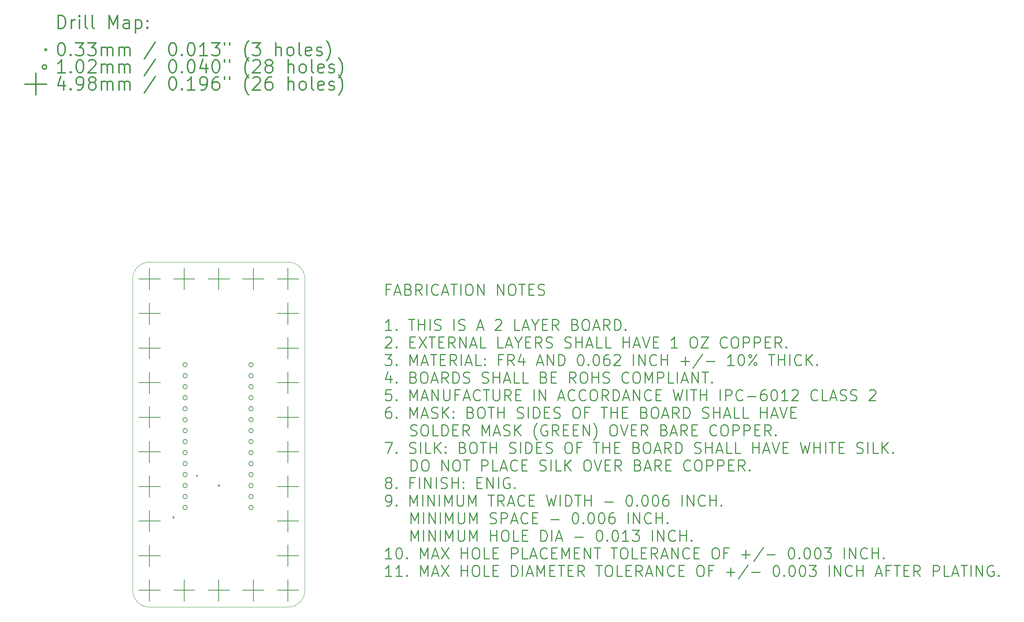
<source format=gbr>
G04 This is an RS-274x file exported by *
G04 gerbv version 2.6.0 *
G04 More information is available about gerbv at *
G04 http://gerbv.gpleda.org/ *
G04 --End of header info--*
%MOIN*%
%FSLAX34Y34*%
%IPPOS*%
G04 --Define apertures--*
%ADD10C,0.0050*%
%ADD11C,0.0079*%
%ADD12C,0.0118*%
%ADD13C,0.0138*%
%ADD14C,0.0016*%
%ADD15C,0.0100*%
G04 --Start main section--*
G54D11*
G01X0011479Y-046287D02*
G01X0011609Y-046417D01*
G01X0011609Y-046287D02*
G01X0011479Y-046417D01*
G01X0013641Y-042493D02*
G01X0013771Y-042623D01*
G01X0013771Y-042493D02*
G01X0013641Y-042623D01*
G01X0015641Y-043385D02*
G01X0015771Y-043515D01*
G01X0015771Y-043385D02*
G01X0015641Y-043515D01*
G01X0012807Y-032453D02*
G75*
G03X0012807Y-032453I-000200J0000000D01*
G01X0012807Y-033453D02*
G75*
G03X0012807Y-033453I-000200J0000000D01*
G01X0012807Y-034453D02*
G75*
G03X0012807Y-034453I-000200J0000000D01*
G01X0012807Y-035453D02*
G75*
G03X0012807Y-035453I-000200J0000000D01*
G01X0012807Y-036453D02*
G75*
G03X0012807Y-036453I-000200J0000000D01*
G01X0012807Y-037453D02*
G75*
G03X0012807Y-037453I-000200J0000000D01*
G01X0012807Y-038453D02*
G75*
G03X0012807Y-038453I-000200J0000000D01*
G01X0012807Y-039453D02*
G75*
G03X0012807Y-039453I-000200J0000000D01*
G01X0012807Y-040453D02*
G75*
G03X0012807Y-040453I-000200J0000000D01*
G01X0012807Y-041453D02*
G75*
G03X0012807Y-041453I-000200J0000000D01*
G01X0012807Y-042453D02*
G75*
G03X0012807Y-042453I-000200J0000000D01*
G01X0012807Y-043453D02*
G75*
G03X0012807Y-043453I-000200J0000000D01*
G01X0012807Y-044453D02*
G75*
G03X0012807Y-044453I-000200J0000000D01*
G01X0012807Y-045453D02*
G75*
G03X0012807Y-045453I-000200J0000000D01*
G01X0018807Y-032453D02*
G75*
G03X0018807Y-032453I-000200J0000000D01*
G01X0018807Y-033453D02*
G75*
G03X0018807Y-033453I-000200J0000000D01*
G01X0018807Y-034453D02*
G75*
G03X0018807Y-034453I-000200J0000000D01*
G01X0018807Y-035453D02*
G75*
G03X0018807Y-035453I-000200J0000000D01*
G01X0018807Y-036453D02*
G75*
G03X0018807Y-036453I-000200J0000000D01*
G01X0018807Y-037453D02*
G75*
G03X0018807Y-037453I-000200J0000000D01*
G01X0018807Y-038453D02*
G75*
G03X0018807Y-038453I-000200J0000000D01*
G01X0018807Y-039453D02*
G75*
G03X0018807Y-039453I-000200J0000000D01*
G01X0018807Y-040453D02*
G75*
G03X0018807Y-040453I-000200J0000000D01*
G01X0018807Y-041453D02*
G75*
G03X0018807Y-041453I-000200J0000000D01*
G01X0018807Y-042453D02*
G75*
G03X0018807Y-042453I-000200J0000000D01*
G01X0018807Y-043453D02*
G75*
G03X0018807Y-043453I-000200J0000000D01*
G01X0018807Y-044453D02*
G75*
G03X0018807Y-044453I-000200J0000000D01*
G01X0018807Y-045453D02*
G75*
G03X0018807Y-045453I-000200J0000000D01*
G01X0009376Y-026807D02*
G01X0009376Y-028767D01*
G01X0008395Y-027787D02*
G01X0010356Y-027787D01*
G01X0009376Y-029956D02*
G01X0009376Y-031917D01*
G01X0008395Y-030937D02*
G01X0010356Y-030937D01*
G01X0009376Y-036256D02*
G01X0009376Y-038216D01*
G01X0008395Y-037236D02*
G01X0010356Y-037236D01*
G01X0009376Y-023657D02*
G01X0009376Y-025618D01*
G01X0008396Y-024638D02*
G01X0010356Y-024638D01*
G01X0009376Y-033106D02*
G01X0009376Y-035067D01*
G01X0008396Y-034086D02*
G01X0010356Y-034086D01*
G01X0009376Y-039405D02*
G01X0009376Y-041366D01*
G01X0008396Y-040386D02*
G01X0010356Y-040386D01*
G01X0009376Y-042555D02*
G01X0009376Y-044515D01*
G01X0008396Y-043535D02*
G01X0010356Y-043535D01*
G01X0009376Y-045704D02*
G01X0009376Y-047665D01*
G01X0008396Y-046685D02*
G01X0010356Y-046685D01*
G01X0009376Y-048854D02*
G01X0009376Y-050815D01*
G01X0008396Y-049834D02*
G01X0010356Y-049834D01*
G01X0009376Y-052004D02*
G01X0009376Y-053964D01*
G01X0008396Y-052984D02*
G01X0010356Y-052984D01*
G01X0012525Y-023657D02*
G01X0012525Y-025618D01*
G01X0011545Y-024638D02*
G01X0013505Y-024638D01*
G01X0012525Y-052004D02*
G01X0012525Y-053964D01*
G01X0011545Y-052984D02*
G01X0013505Y-052984D01*
G01X0015675Y-023657D02*
G01X0015675Y-025618D01*
G01X0014694Y-024638D02*
G01X0016655Y-024638D01*
G01X0015675Y-052004D02*
G01X0015675Y-053964D01*
G01X0014694Y-052984D02*
G01X0016655Y-052984D01*
G01X0018824Y-023657D02*
G01X0018824Y-025618D01*
G01X0017844Y-024638D02*
G01X0019805Y-024638D01*
G01X0018824Y-052004D02*
G01X0018824Y-053964D01*
G01X0017844Y-052984D02*
G01X0019805Y-052984D01*
G01X0021974Y-023657D02*
G01X0021974Y-025618D01*
G01X0020994Y-024638D02*
G01X0022954Y-024638D01*
G01X0021974Y-026807D02*
G01X0021974Y-028767D01*
G01X0020994Y-027787D02*
G01X0022954Y-027787D01*
G01X0021974Y-029956D02*
G01X0021974Y-031917D01*
G01X0020994Y-030937D02*
G01X0022954Y-030937D01*
G01X0021974Y-033106D02*
G01X0021974Y-035067D01*
G01X0020994Y-034086D02*
G01X0022954Y-034086D01*
G01X0021974Y-036256D02*
G01X0021974Y-038216D01*
G01X0020994Y-037236D02*
G01X0022954Y-037236D01*
G01X0021974Y-039405D02*
G01X0021974Y-041366D01*
G01X0020994Y-040386D02*
G01X0022954Y-040386D01*
G01X0021974Y-042555D02*
G01X0021974Y-044515D01*
G01X0020994Y-043535D02*
G01X0022954Y-043535D01*
G01X0021974Y-045704D02*
G01X0021974Y-047665D01*
G01X0020994Y-046685D02*
G01X0022954Y-046685D01*
G01X0021974Y-048854D02*
G01X0021974Y-050815D01*
G01X0020994Y-049834D02*
G01X0022954Y-049834D01*
G01X0021974Y-052004D02*
G01X0021974Y-053964D01*
G01X0020994Y-052984D02*
G01X0022954Y-052984D01*
G54D12*
G01X0001069Y-001834D02*
G01X0001069Y-000652D01*
G01X0001069Y-000652D02*
G01X0001350Y-000652D01*
G01X0001350Y-000652D02*
G01X0001519Y-000709D01*
G01X0001519Y-000709D02*
G01X0001631Y-000821D01*
G01X0001631Y-000821D02*
G01X0001687Y-000934D01*
G01X0001687Y-000934D02*
G01X0001744Y-001159D01*
G01X0001744Y-001159D02*
G01X0001744Y-001327D01*
G01X0001744Y-001327D02*
G01X0001687Y-001552D01*
G01X0001687Y-001552D02*
G01X0001631Y-001665D01*
G01X0001631Y-001665D02*
G01X0001519Y-001777D01*
G01X0001519Y-001777D02*
G01X0001350Y-001834D01*
G01X0001350Y-001834D02*
G01X0001069Y-001834D01*
G01X0002250Y-001834D02*
G01X0002250Y-001046D01*
G01X0002250Y-001271D02*
G01X0002306Y-001159D01*
G01X0002306Y-001159D02*
G01X0002362Y-001102D01*
G01X0002362Y-001102D02*
G01X0002475Y-001046D01*
G01X0002475Y-001046D02*
G01X0002587Y-001046D01*
G01X0002981Y-001834D02*
G01X0002981Y-001046D01*
G01X0002981Y-000652D02*
G01X0002925Y-000709D01*
G01X0002925Y-000709D02*
G01X0002981Y-000765D01*
G01X0002981Y-000765D02*
G01X0003037Y-000709D01*
G01X0003037Y-000709D02*
G01X0002981Y-000652D01*
G01X0002981Y-000652D02*
G01X0002981Y-000765D01*
G01X0003712Y-001834D02*
G01X0003600Y-001777D01*
G01X0003600Y-001777D02*
G01X0003543Y-001665D01*
G01X0003543Y-001665D02*
G01X0003543Y-000652D01*
G01X0004331Y-001834D02*
G01X0004218Y-001777D01*
G01X0004218Y-001777D02*
G01X0004162Y-001665D01*
G01X0004162Y-001665D02*
G01X0004162Y-000652D01*
G01X0005681Y-001834D02*
G01X0005681Y-000652D01*
G01X0005681Y-000652D02*
G01X0006074Y-001496D01*
G01X0006074Y-001496D02*
G01X0006468Y-000652D01*
G01X0006468Y-000652D02*
G01X0006468Y-001834D01*
G01X0007537Y-001834D02*
G01X0007537Y-001215D01*
G01X0007537Y-001215D02*
G01X0007480Y-001102D01*
G01X0007480Y-001102D02*
G01X0007368Y-001046D01*
G01X0007368Y-001046D02*
G01X0007143Y-001046D01*
G01X0007143Y-001046D02*
G01X0007030Y-001102D01*
G01X0007537Y-001777D02*
G01X0007424Y-001834D01*
G01X0007424Y-001834D02*
G01X0007143Y-001834D01*
G01X0007143Y-001834D02*
G01X0007030Y-001777D01*
G01X0007030Y-001777D02*
G01X0006974Y-001665D01*
G01X0006974Y-001665D02*
G01X0006974Y-001552D01*
G01X0006974Y-001552D02*
G01X0007030Y-001440D01*
G01X0007030Y-001440D02*
G01X0007143Y-001384D01*
G01X0007143Y-001384D02*
G01X0007424Y-001384D01*
G01X0007424Y-001384D02*
G01X0007537Y-001327D01*
G01X0008099Y-001046D02*
G01X0008099Y-002227D01*
G01X0008099Y-001102D02*
G01X0008211Y-001046D01*
G01X0008211Y-001046D02*
G01X0008436Y-001046D01*
G01X0008436Y-001046D02*
G01X0008549Y-001102D01*
G01X0008549Y-001102D02*
G01X0008605Y-001159D01*
G01X0008605Y-001159D02*
G01X0008661Y-001271D01*
G01X0008661Y-001271D02*
G01X0008661Y-001609D01*
G01X0008661Y-001609D02*
G01X0008605Y-001721D01*
G01X0008605Y-001721D02*
G01X0008549Y-001777D01*
G01X0008549Y-001777D02*
G01X0008436Y-001834D01*
G01X0008436Y-001834D02*
G01X0008211Y-001834D01*
G01X0008211Y-001834D02*
G01X0008099Y-001777D01*
G01X0009168Y-001721D02*
G01X0009224Y-001777D01*
G01X0009224Y-001777D02*
G01X0009168Y-001834D01*
G01X0009168Y-001834D02*
G01X0009111Y-001777D01*
G01X0009111Y-001777D02*
G01X0009168Y-001721D01*
G01X0009168Y-001721D02*
G01X0009168Y-001834D01*
G01X0009168Y-001102D02*
G01X0009224Y-001159D01*
G01X0009224Y-001159D02*
G01X0009168Y-001215D01*
G01X0009168Y-001215D02*
G01X0009111Y-001159D01*
G01X0009111Y-001159D02*
G01X0009168Y-001102D01*
G01X0009168Y-001102D02*
G01X0009168Y-001215D01*
G01X-000130Y-003715D02*
G01X0000000Y-003845D01*
G01X0000000Y-003715D02*
G01X-000130Y-003845D01*
G01X0001294Y-003133D02*
G01X0001406Y-003133D01*
G01X0001406Y-003133D02*
G01X0001519Y-003189D01*
G01X0001519Y-003189D02*
G01X0001575Y-003245D01*
G01X0001575Y-003245D02*
G01X0001631Y-003358D01*
G01X0001631Y-003358D02*
G01X0001687Y-003583D01*
G01X0001687Y-003583D02*
G01X0001687Y-003864D01*
G01X0001687Y-003864D02*
G01X0001631Y-004089D01*
G01X0001631Y-004089D02*
G01X0001575Y-004201D01*
G01X0001575Y-004201D02*
G01X0001519Y-004258D01*
G01X0001519Y-004258D02*
G01X0001406Y-004314D01*
G01X0001406Y-004314D02*
G01X0001294Y-004314D01*
G01X0001294Y-004314D02*
G01X0001181Y-004258D01*
G01X0001181Y-004258D02*
G01X0001125Y-004201D01*
G01X0001125Y-004201D02*
G01X0001069Y-004089D01*
G01X0001069Y-004089D02*
G01X0001012Y-003864D01*
G01X0001012Y-003864D02*
G01X0001012Y-003583D01*
G01X0001012Y-003583D02*
G01X0001069Y-003358D01*
G01X0001069Y-003358D02*
G01X0001125Y-003245D01*
G01X0001125Y-003245D02*
G01X0001181Y-003189D01*
G01X0001181Y-003189D02*
G01X0001294Y-003133D01*
G01X0002193Y-004201D02*
G01X0002250Y-004258D01*
G01X0002250Y-004258D02*
G01X0002193Y-004314D01*
G01X0002193Y-004314D02*
G01X0002137Y-004258D01*
G01X0002137Y-004258D02*
G01X0002193Y-004201D01*
G01X0002193Y-004201D02*
G01X0002193Y-004314D01*
G01X0002643Y-003133D02*
G01X0003375Y-003133D01*
G01X0003375Y-003133D02*
G01X0002981Y-003583D01*
G01X0002981Y-003583D02*
G01X0003150Y-003583D01*
G01X0003150Y-003583D02*
G01X0003262Y-003639D01*
G01X0003262Y-003639D02*
G01X0003318Y-003695D01*
G01X0003318Y-003695D02*
G01X0003375Y-003808D01*
G01X0003375Y-003808D02*
G01X0003375Y-004089D01*
G01X0003375Y-004089D02*
G01X0003318Y-004201D01*
G01X0003318Y-004201D02*
G01X0003262Y-004258D01*
G01X0003262Y-004258D02*
G01X0003150Y-004314D01*
G01X0003150Y-004314D02*
G01X0002812Y-004314D01*
G01X0002812Y-004314D02*
G01X0002700Y-004258D01*
G01X0002700Y-004258D02*
G01X0002643Y-004201D01*
G01X0003768Y-003133D02*
G01X0004499Y-003133D01*
G01X0004499Y-003133D02*
G01X0004106Y-003583D01*
G01X0004106Y-003583D02*
G01X0004274Y-003583D01*
G01X0004274Y-003583D02*
G01X0004387Y-003639D01*
G01X0004387Y-003639D02*
G01X0004443Y-003695D01*
G01X0004443Y-003695D02*
G01X0004499Y-003808D01*
G01X0004499Y-003808D02*
G01X0004499Y-004089D01*
G01X0004499Y-004089D02*
G01X0004443Y-004201D01*
G01X0004443Y-004201D02*
G01X0004387Y-004258D01*
G01X0004387Y-004258D02*
G01X0004274Y-004314D01*
G01X0004274Y-004314D02*
G01X0003937Y-004314D01*
G01X0003937Y-004314D02*
G01X0003825Y-004258D01*
G01X0003825Y-004258D02*
G01X0003768Y-004201D01*
G01X0005006Y-004314D02*
G01X0005006Y-003526D01*
G01X0005006Y-003639D02*
G01X0005062Y-003583D01*
G01X0005062Y-003583D02*
G01X0005174Y-003526D01*
G01X0005174Y-003526D02*
G01X0005343Y-003526D01*
G01X0005343Y-003526D02*
G01X0005456Y-003583D01*
G01X0005456Y-003583D02*
G01X0005512Y-003695D01*
G01X0005512Y-003695D02*
G01X0005512Y-004314D01*
G01X0005512Y-003695D02*
G01X0005568Y-003583D01*
G01X0005568Y-003583D02*
G01X0005681Y-003526D01*
G01X0005681Y-003526D02*
G01X0005849Y-003526D01*
G01X0005849Y-003526D02*
G01X0005962Y-003583D01*
G01X0005962Y-003583D02*
G01X0006018Y-003695D01*
G01X0006018Y-003695D02*
G01X0006018Y-004314D01*
G01X0006580Y-004314D02*
G01X0006580Y-003526D01*
G01X0006580Y-003639D02*
G01X0006637Y-003583D01*
G01X0006637Y-003583D02*
G01X0006749Y-003526D01*
G01X0006749Y-003526D02*
G01X0006918Y-003526D01*
G01X0006918Y-003526D02*
G01X0007030Y-003583D01*
G01X0007030Y-003583D02*
G01X0007087Y-003695D01*
G01X0007087Y-003695D02*
G01X0007087Y-004314D01*
G01X0007087Y-003695D02*
G01X0007143Y-003583D01*
G01X0007143Y-003583D02*
G01X0007255Y-003526D01*
G01X0007255Y-003526D02*
G01X0007424Y-003526D01*
G01X0007424Y-003526D02*
G01X0007537Y-003583D01*
G01X0007537Y-003583D02*
G01X0007593Y-003695D01*
G01X0007593Y-003695D02*
G01X0007593Y-004314D01*
G01X0009899Y-003076D02*
G01X0008886Y-004595D01*
G01X0011417Y-003133D02*
G01X0011530Y-003133D01*
G01X0011530Y-003133D02*
G01X0011642Y-003189D01*
G01X0011642Y-003189D02*
G01X0011699Y-003245D01*
G01X0011699Y-003245D02*
G01X0011755Y-003358D01*
G01X0011755Y-003358D02*
G01X0011811Y-003583D01*
G01X0011811Y-003583D02*
G01X0011811Y-003864D01*
G01X0011811Y-003864D02*
G01X0011755Y-004089D01*
G01X0011755Y-004089D02*
G01X0011699Y-004201D01*
G01X0011699Y-004201D02*
G01X0011642Y-004258D01*
G01X0011642Y-004258D02*
G01X0011530Y-004314D01*
G01X0011530Y-004314D02*
G01X0011417Y-004314D01*
G01X0011417Y-004314D02*
G01X0011305Y-004258D01*
G01X0011305Y-004258D02*
G01X0011249Y-004201D01*
G01X0011249Y-004201D02*
G01X0011192Y-004089D01*
G01X0011192Y-004089D02*
G01X0011136Y-003864D01*
G01X0011136Y-003864D02*
G01X0011136Y-003583D01*
G01X0011136Y-003583D02*
G01X0011192Y-003358D01*
G01X0011192Y-003358D02*
G01X0011249Y-003245D01*
G01X0011249Y-003245D02*
G01X0011305Y-003189D01*
G01X0011305Y-003189D02*
G01X0011417Y-003133D01*
G01X0012317Y-004201D02*
G01X0012373Y-004258D01*
G01X0012373Y-004258D02*
G01X0012317Y-004314D01*
G01X0012317Y-004314D02*
G01X0012261Y-004258D01*
G01X0012261Y-004258D02*
G01X0012317Y-004201D01*
G01X0012317Y-004201D02*
G01X0012317Y-004314D01*
G01X0013105Y-003133D02*
G01X0013217Y-003133D01*
G01X0013217Y-003133D02*
G01X0013330Y-003189D01*
G01X0013330Y-003189D02*
G01X0013386Y-003245D01*
G01X0013386Y-003245D02*
G01X0013442Y-003358D01*
G01X0013442Y-003358D02*
G01X0013498Y-003583D01*
G01X0013498Y-003583D02*
G01X0013498Y-003864D01*
G01X0013498Y-003864D02*
G01X0013442Y-004089D01*
G01X0013442Y-004089D02*
G01X0013386Y-004201D01*
G01X0013386Y-004201D02*
G01X0013330Y-004258D01*
G01X0013330Y-004258D02*
G01X0013217Y-004314D01*
G01X0013217Y-004314D02*
G01X0013105Y-004314D01*
G01X0013105Y-004314D02*
G01X0012992Y-004258D01*
G01X0012992Y-004258D02*
G01X0012936Y-004201D01*
G01X0012936Y-004201D02*
G01X0012880Y-004089D01*
G01X0012880Y-004089D02*
G01X0012823Y-003864D01*
G01X0012823Y-003864D02*
G01X0012823Y-003583D01*
G01X0012823Y-003583D02*
G01X0012880Y-003358D01*
G01X0012880Y-003358D02*
G01X0012936Y-003245D01*
G01X0012936Y-003245D02*
G01X0012992Y-003189D01*
G01X0012992Y-003189D02*
G01X0013105Y-003133D01*
G01X0014623Y-004314D02*
G01X0013948Y-004314D01*
G01X0014286Y-004314D02*
G01X0014286Y-003133D01*
G01X0014286Y-003133D02*
G01X0014173Y-003301D01*
G01X0014173Y-003301D02*
G01X0014061Y-003414D01*
G01X0014061Y-003414D02*
G01X0013948Y-003470D01*
G01X0015017Y-003133D02*
G01X0015748Y-003133D01*
G01X0015748Y-003133D02*
G01X0015354Y-003583D01*
G01X0015354Y-003583D02*
G01X0015523Y-003583D01*
G01X0015523Y-003583D02*
G01X0015636Y-003639D01*
G01X0015636Y-003639D02*
G01X0015692Y-003695D01*
G01X0015692Y-003695D02*
G01X0015748Y-003808D01*
G01X0015748Y-003808D02*
G01X0015748Y-004089D01*
G01X0015748Y-004089D02*
G01X0015692Y-004201D01*
G01X0015692Y-004201D02*
G01X0015636Y-004258D01*
G01X0015636Y-004258D02*
G01X0015523Y-004314D01*
G01X0015523Y-004314D02*
G01X0015186Y-004314D01*
G01X0015186Y-004314D02*
G01X0015073Y-004258D01*
G01X0015073Y-004258D02*
G01X0015017Y-004201D01*
G01X0016198Y-003133D02*
G01X0016198Y-003358D01*
G01X0016648Y-003133D02*
G01X0016648Y-003358D01*
G01X0018391Y-004764D02*
G01X0018335Y-004708D01*
G01X0018335Y-004708D02*
G01X0018223Y-004539D01*
G01X0018223Y-004539D02*
G01X0018166Y-004426D01*
G01X0018166Y-004426D02*
G01X0018110Y-004258D01*
G01X0018110Y-004258D02*
G01X0018054Y-003976D01*
G01X0018054Y-003976D02*
G01X0018054Y-003751D01*
G01X0018054Y-003751D02*
G01X0018110Y-003470D01*
G01X0018110Y-003470D02*
G01X0018166Y-003301D01*
G01X0018166Y-003301D02*
G01X0018223Y-003189D01*
G01X0018223Y-003189D02*
G01X0018335Y-003020D01*
G01X0018335Y-003020D02*
G01X0018391Y-002964D01*
G01X0018729Y-003133D02*
G01X0019460Y-003133D01*
G01X0019460Y-003133D02*
G01X0019066Y-003583D01*
G01X0019066Y-003583D02*
G01X0019235Y-003583D01*
G01X0019235Y-003583D02*
G01X0019348Y-003639D01*
G01X0019348Y-003639D02*
G01X0019404Y-003695D01*
G01X0019404Y-003695D02*
G01X0019460Y-003808D01*
G01X0019460Y-003808D02*
G01X0019460Y-004089D01*
G01X0019460Y-004089D02*
G01X0019404Y-004201D01*
G01X0019404Y-004201D02*
G01X0019348Y-004258D01*
G01X0019348Y-004258D02*
G01X0019235Y-004314D01*
G01X0019235Y-004314D02*
G01X0018898Y-004314D01*
G01X0018898Y-004314D02*
G01X0018785Y-004258D01*
G01X0018785Y-004258D02*
G01X0018729Y-004201D01*
G01X0020866Y-004314D02*
G01X0020866Y-003133D01*
G01X0021372Y-004314D02*
G01X0021372Y-003695D01*
G01X0021372Y-003695D02*
G01X0021316Y-003583D01*
G01X0021316Y-003583D02*
G01X0021204Y-003526D01*
G01X0021204Y-003526D02*
G01X0021035Y-003526D01*
G01X0021035Y-003526D02*
G01X0020922Y-003583D01*
G01X0020922Y-003583D02*
G01X0020866Y-003639D01*
G01X0022103Y-004314D02*
G01X0021991Y-004258D01*
G01X0021991Y-004258D02*
G01X0021935Y-004201D01*
G01X0021935Y-004201D02*
G01X0021879Y-004089D01*
G01X0021879Y-004089D02*
G01X0021879Y-003751D01*
G01X0021879Y-003751D02*
G01X0021935Y-003639D01*
G01X0021935Y-003639D02*
G01X0021991Y-003583D01*
G01X0021991Y-003583D02*
G01X0022103Y-003526D01*
G01X0022103Y-003526D02*
G01X0022272Y-003526D01*
G01X0022272Y-003526D02*
G01X0022385Y-003583D01*
G01X0022385Y-003583D02*
G01X0022441Y-003639D01*
G01X0022441Y-003639D02*
G01X0022497Y-003751D01*
G01X0022497Y-003751D02*
G01X0022497Y-004089D01*
G01X0022497Y-004089D02*
G01X0022441Y-004201D01*
G01X0022441Y-004201D02*
G01X0022385Y-004258D01*
G01X0022385Y-004258D02*
G01X0022272Y-004314D01*
G01X0022272Y-004314D02*
G01X0022103Y-004314D01*
G01X0023172Y-004314D02*
G01X0023060Y-004258D01*
G01X0023060Y-004258D02*
G01X0023003Y-004145D01*
G01X0023003Y-004145D02*
G01X0023003Y-003133D01*
G01X0024072Y-004258D02*
G01X0023960Y-004314D01*
G01X0023960Y-004314D02*
G01X0023735Y-004314D01*
G01X0023735Y-004314D02*
G01X0023622Y-004258D01*
G01X0023622Y-004258D02*
G01X0023566Y-004145D01*
G01X0023566Y-004145D02*
G01X0023566Y-003695D01*
G01X0023566Y-003695D02*
G01X0023622Y-003583D01*
G01X0023622Y-003583D02*
G01X0023735Y-003526D01*
G01X0023735Y-003526D02*
G01X0023960Y-003526D01*
G01X0023960Y-003526D02*
G01X0024072Y-003583D01*
G01X0024072Y-003583D02*
G01X0024128Y-003695D01*
G01X0024128Y-003695D02*
G01X0024128Y-003808D01*
G01X0024128Y-003808D02*
G01X0023566Y-003920D01*
G01X0024578Y-004258D02*
G01X0024691Y-004314D01*
G01X0024691Y-004314D02*
G01X0024916Y-004314D01*
G01X0024916Y-004314D02*
G01X0025028Y-004258D01*
G01X0025028Y-004258D02*
G01X0025084Y-004145D01*
G01X0025084Y-004145D02*
G01X0025084Y-004089D01*
G01X0025084Y-004089D02*
G01X0025028Y-003976D01*
G01X0025028Y-003976D02*
G01X0024916Y-003920D01*
G01X0024916Y-003920D02*
G01X0024747Y-003920D01*
G01X0024747Y-003920D02*
G01X0024634Y-003864D01*
G01X0024634Y-003864D02*
G01X0024578Y-003751D01*
G01X0024578Y-003751D02*
G01X0024578Y-003695D01*
G01X0024578Y-003695D02*
G01X0024634Y-003583D01*
G01X0024634Y-003583D02*
G01X0024747Y-003526D01*
G01X0024747Y-003526D02*
G01X0024916Y-003526D01*
G01X0024916Y-003526D02*
G01X0025028Y-003583D01*
G01X0025478Y-004764D02*
G01X0025534Y-004708D01*
G01X0025534Y-004708D02*
G01X0025647Y-004539D01*
G01X0025647Y-004539D02*
G01X0025703Y-004426D01*
G01X0025703Y-004426D02*
G01X0025759Y-004258D01*
G01X0025759Y-004258D02*
G01X0025816Y-003976D01*
G01X0025816Y-003976D02*
G01X0025816Y-003751D01*
G01X0025816Y-003751D02*
G01X0025759Y-003470D01*
G01X0025759Y-003470D02*
G01X0025703Y-003301D01*
G01X0025703Y-003301D02*
G01X0025647Y-003189D01*
G01X0025647Y-003189D02*
G01X0025534Y-003020D01*
G01X0025534Y-003020D02*
G01X0025478Y-002964D01*
G01X0000000Y-005339D02*
G75*
G03X0000000Y-005339I-000200J0000000D01*
G01X0001687Y-005873D02*
G01X0001012Y-005873D01*
G01X0001350Y-005873D02*
G01X0001350Y-004692D01*
G01X0001350Y-004692D02*
G01X0001237Y-004861D01*
G01X0001237Y-004861D02*
G01X0001125Y-004973D01*
G01X0001125Y-004973D02*
G01X0001012Y-005029D01*
G01X0002193Y-005760D02*
G01X0002250Y-005817D01*
G01X0002250Y-005817D02*
G01X0002193Y-005873D01*
G01X0002193Y-005873D02*
G01X0002137Y-005817D01*
G01X0002137Y-005817D02*
G01X0002193Y-005760D01*
G01X0002193Y-005760D02*
G01X0002193Y-005873D01*
G01X0002981Y-004692D02*
G01X0003093Y-004692D01*
G01X0003093Y-004692D02*
G01X0003206Y-004748D01*
G01X0003206Y-004748D02*
G01X0003262Y-004804D01*
G01X0003262Y-004804D02*
G01X0003318Y-004917D01*
G01X0003318Y-004917D02*
G01X0003375Y-005142D01*
G01X0003375Y-005142D02*
G01X0003375Y-005423D01*
G01X0003375Y-005423D02*
G01X0003318Y-005648D01*
G01X0003318Y-005648D02*
G01X0003262Y-005760D01*
G01X0003262Y-005760D02*
G01X0003206Y-005817D01*
G01X0003206Y-005817D02*
G01X0003093Y-005873D01*
G01X0003093Y-005873D02*
G01X0002981Y-005873D01*
G01X0002981Y-005873D02*
G01X0002868Y-005817D01*
G01X0002868Y-005817D02*
G01X0002812Y-005760D01*
G01X0002812Y-005760D02*
G01X0002756Y-005648D01*
G01X0002756Y-005648D02*
G01X0002700Y-005423D01*
G01X0002700Y-005423D02*
G01X0002700Y-005142D01*
G01X0002700Y-005142D02*
G01X0002756Y-004917D01*
G01X0002756Y-004917D02*
G01X0002812Y-004804D01*
G01X0002812Y-004804D02*
G01X0002868Y-004748D01*
G01X0002868Y-004748D02*
G01X0002981Y-004692D01*
G01X0003825Y-004804D02*
G01X0003881Y-004748D01*
G01X0003881Y-004748D02*
G01X0003993Y-004692D01*
G01X0003993Y-004692D02*
G01X0004274Y-004692D01*
G01X0004274Y-004692D02*
G01X0004387Y-004748D01*
G01X0004387Y-004748D02*
G01X0004443Y-004804D01*
G01X0004443Y-004804D02*
G01X0004499Y-004917D01*
G01X0004499Y-004917D02*
G01X0004499Y-005029D01*
G01X0004499Y-005029D02*
G01X0004443Y-005198D01*
G01X0004443Y-005198D02*
G01X0003768Y-005873D01*
G01X0003768Y-005873D02*
G01X0004499Y-005873D01*
G01X0005006Y-005873D02*
G01X0005006Y-005085D01*
G01X0005006Y-005198D02*
G01X0005062Y-005142D01*
G01X0005062Y-005142D02*
G01X0005174Y-005085D01*
G01X0005174Y-005085D02*
G01X0005343Y-005085D01*
G01X0005343Y-005085D02*
G01X0005456Y-005142D01*
G01X0005456Y-005142D02*
G01X0005512Y-005254D01*
G01X0005512Y-005254D02*
G01X0005512Y-005873D01*
G01X0005512Y-005254D02*
G01X0005568Y-005142D01*
G01X0005568Y-005142D02*
G01X0005681Y-005085D01*
G01X0005681Y-005085D02*
G01X0005849Y-005085D01*
G01X0005849Y-005085D02*
G01X0005962Y-005142D01*
G01X0005962Y-005142D02*
G01X0006018Y-005254D01*
G01X0006018Y-005254D02*
G01X0006018Y-005873D01*
G01X0006580Y-005873D02*
G01X0006580Y-005085D01*
G01X0006580Y-005198D02*
G01X0006637Y-005142D01*
G01X0006637Y-005142D02*
G01X0006749Y-005085D01*
G01X0006749Y-005085D02*
G01X0006918Y-005085D01*
G01X0006918Y-005085D02*
G01X0007030Y-005142D01*
G01X0007030Y-005142D02*
G01X0007087Y-005254D01*
G01X0007087Y-005254D02*
G01X0007087Y-005873D01*
G01X0007087Y-005254D02*
G01X0007143Y-005142D01*
G01X0007143Y-005142D02*
G01X0007255Y-005085D01*
G01X0007255Y-005085D02*
G01X0007424Y-005085D01*
G01X0007424Y-005085D02*
G01X0007537Y-005142D01*
G01X0007537Y-005142D02*
G01X0007593Y-005254D01*
G01X0007593Y-005254D02*
G01X0007593Y-005873D01*
G01X0009899Y-004636D02*
G01X0008886Y-006154D01*
G01X0011417Y-004692D02*
G01X0011530Y-004692D01*
G01X0011530Y-004692D02*
G01X0011642Y-004748D01*
G01X0011642Y-004748D02*
G01X0011699Y-004804D01*
G01X0011699Y-004804D02*
G01X0011755Y-004917D01*
G01X0011755Y-004917D02*
G01X0011811Y-005142D01*
G01X0011811Y-005142D02*
G01X0011811Y-005423D01*
G01X0011811Y-005423D02*
G01X0011755Y-005648D01*
G01X0011755Y-005648D02*
G01X0011699Y-005760D01*
G01X0011699Y-005760D02*
G01X0011642Y-005817D01*
G01X0011642Y-005817D02*
G01X0011530Y-005873D01*
G01X0011530Y-005873D02*
G01X0011417Y-005873D01*
G01X0011417Y-005873D02*
G01X0011305Y-005817D01*
G01X0011305Y-005817D02*
G01X0011249Y-005760D01*
G01X0011249Y-005760D02*
G01X0011192Y-005648D01*
G01X0011192Y-005648D02*
G01X0011136Y-005423D01*
G01X0011136Y-005423D02*
G01X0011136Y-005142D01*
G01X0011136Y-005142D02*
G01X0011192Y-004917D01*
G01X0011192Y-004917D02*
G01X0011249Y-004804D01*
G01X0011249Y-004804D02*
G01X0011305Y-004748D01*
G01X0011305Y-004748D02*
G01X0011417Y-004692D01*
G01X0012317Y-005760D02*
G01X0012373Y-005817D01*
G01X0012373Y-005817D02*
G01X0012317Y-005873D01*
G01X0012317Y-005873D02*
G01X0012261Y-005817D01*
G01X0012261Y-005817D02*
G01X0012317Y-005760D01*
G01X0012317Y-005760D02*
G01X0012317Y-005873D01*
G01X0013105Y-004692D02*
G01X0013217Y-004692D01*
G01X0013217Y-004692D02*
G01X0013330Y-004748D01*
G01X0013330Y-004748D02*
G01X0013386Y-004804D01*
G01X0013386Y-004804D02*
G01X0013442Y-004917D01*
G01X0013442Y-004917D02*
G01X0013498Y-005142D01*
G01X0013498Y-005142D02*
G01X0013498Y-005423D01*
G01X0013498Y-005423D02*
G01X0013442Y-005648D01*
G01X0013442Y-005648D02*
G01X0013386Y-005760D01*
G01X0013386Y-005760D02*
G01X0013330Y-005817D01*
G01X0013330Y-005817D02*
G01X0013217Y-005873D01*
G01X0013217Y-005873D02*
G01X0013105Y-005873D01*
G01X0013105Y-005873D02*
G01X0012992Y-005817D01*
G01X0012992Y-005817D02*
G01X0012936Y-005760D01*
G01X0012936Y-005760D02*
G01X0012880Y-005648D01*
G01X0012880Y-005648D02*
G01X0012823Y-005423D01*
G01X0012823Y-005423D02*
G01X0012823Y-005142D01*
G01X0012823Y-005142D02*
G01X0012880Y-004917D01*
G01X0012880Y-004917D02*
G01X0012936Y-004804D01*
G01X0012936Y-004804D02*
G01X0012992Y-004748D01*
G01X0012992Y-004748D02*
G01X0013105Y-004692D01*
G01X0014511Y-005085D02*
G01X0014511Y-005873D01*
G01X0014229Y-004636D02*
G01X0013948Y-005479D01*
G01X0013948Y-005479D02*
G01X0014679Y-005479D01*
G01X0015354Y-004692D02*
G01X0015467Y-004692D01*
G01X0015467Y-004692D02*
G01X0015579Y-004748D01*
G01X0015579Y-004748D02*
G01X0015636Y-004804D01*
G01X0015636Y-004804D02*
G01X0015692Y-004917D01*
G01X0015692Y-004917D02*
G01X0015748Y-005142D01*
G01X0015748Y-005142D02*
G01X0015748Y-005423D01*
G01X0015748Y-005423D02*
G01X0015692Y-005648D01*
G01X0015692Y-005648D02*
G01X0015636Y-005760D01*
G01X0015636Y-005760D02*
G01X0015579Y-005817D01*
G01X0015579Y-005817D02*
G01X0015467Y-005873D01*
G01X0015467Y-005873D02*
G01X0015354Y-005873D01*
G01X0015354Y-005873D02*
G01X0015242Y-005817D01*
G01X0015242Y-005817D02*
G01X0015186Y-005760D01*
G01X0015186Y-005760D02*
G01X0015129Y-005648D01*
G01X0015129Y-005648D02*
G01X0015073Y-005423D01*
G01X0015073Y-005423D02*
G01X0015073Y-005142D01*
G01X0015073Y-005142D02*
G01X0015129Y-004917D01*
G01X0015129Y-004917D02*
G01X0015186Y-004804D01*
G01X0015186Y-004804D02*
G01X0015242Y-004748D01*
G01X0015242Y-004748D02*
G01X0015354Y-004692D01*
G01X0016198Y-004692D02*
G01X0016198Y-004917D01*
G01X0016648Y-004692D02*
G01X0016648Y-004917D01*
G01X0018391Y-006323D02*
G01X0018335Y-006267D01*
G01X0018335Y-006267D02*
G01X0018223Y-006098D01*
G01X0018223Y-006098D02*
G01X0018166Y-005985D01*
G01X0018166Y-005985D02*
G01X0018110Y-005817D01*
G01X0018110Y-005817D02*
G01X0018054Y-005535D01*
G01X0018054Y-005535D02*
G01X0018054Y-005310D01*
G01X0018054Y-005310D02*
G01X0018110Y-005029D01*
G01X0018110Y-005029D02*
G01X0018166Y-004861D01*
G01X0018166Y-004861D02*
G01X0018223Y-004748D01*
G01X0018223Y-004748D02*
G01X0018335Y-004579D01*
G01X0018335Y-004579D02*
G01X0018391Y-004523D01*
G01X0018785Y-004804D02*
G01X0018841Y-004748D01*
G01X0018841Y-004748D02*
G01X0018954Y-004692D01*
G01X0018954Y-004692D02*
G01X0019235Y-004692D01*
G01X0019235Y-004692D02*
G01X0019348Y-004748D01*
G01X0019348Y-004748D02*
G01X0019404Y-004804D01*
G01X0019404Y-004804D02*
G01X0019460Y-004917D01*
G01X0019460Y-004917D02*
G01X0019460Y-005029D01*
G01X0019460Y-005029D02*
G01X0019404Y-005198D01*
G01X0019404Y-005198D02*
G01X0018729Y-005873D01*
G01X0018729Y-005873D02*
G01X0019460Y-005873D01*
G01X0020135Y-005198D02*
G01X0020022Y-005142D01*
G01X0020022Y-005142D02*
G01X0019966Y-005085D01*
G01X0019966Y-005085D02*
G01X0019910Y-004973D01*
G01X0019910Y-004973D02*
G01X0019910Y-004917D01*
G01X0019910Y-004917D02*
G01X0019966Y-004804D01*
G01X0019966Y-004804D02*
G01X0020022Y-004748D01*
G01X0020022Y-004748D02*
G01X0020135Y-004692D01*
G01X0020135Y-004692D02*
G01X0020360Y-004692D01*
G01X0020360Y-004692D02*
G01X0020472Y-004748D01*
G01X0020472Y-004748D02*
G01X0020529Y-004804D01*
G01X0020529Y-004804D02*
G01X0020585Y-004917D01*
G01X0020585Y-004917D02*
G01X0020585Y-004973D01*
G01X0020585Y-004973D02*
G01X0020529Y-005085D01*
G01X0020529Y-005085D02*
G01X0020472Y-005142D01*
G01X0020472Y-005142D02*
G01X0020360Y-005198D01*
G01X0020360Y-005198D02*
G01X0020135Y-005198D01*
G01X0020135Y-005198D02*
G01X0020022Y-005254D01*
G01X0020022Y-005254D02*
G01X0019966Y-005310D01*
G01X0019966Y-005310D02*
G01X0019910Y-005423D01*
G01X0019910Y-005423D02*
G01X0019910Y-005648D01*
G01X0019910Y-005648D02*
G01X0019966Y-005760D01*
G01X0019966Y-005760D02*
G01X0020022Y-005817D01*
G01X0020022Y-005817D02*
G01X0020135Y-005873D01*
G01X0020135Y-005873D02*
G01X0020360Y-005873D01*
G01X0020360Y-005873D02*
G01X0020472Y-005817D01*
G01X0020472Y-005817D02*
G01X0020529Y-005760D01*
G01X0020529Y-005760D02*
G01X0020585Y-005648D01*
G01X0020585Y-005648D02*
G01X0020585Y-005423D01*
G01X0020585Y-005423D02*
G01X0020529Y-005310D01*
G01X0020529Y-005310D02*
G01X0020472Y-005254D01*
G01X0020472Y-005254D02*
G01X0020360Y-005198D01*
G01X0021991Y-005873D02*
G01X0021991Y-004692D01*
G01X0022497Y-005873D02*
G01X0022497Y-005254D01*
G01X0022497Y-005254D02*
G01X0022441Y-005142D01*
G01X0022441Y-005142D02*
G01X0022328Y-005085D01*
G01X0022328Y-005085D02*
G01X0022160Y-005085D01*
G01X0022160Y-005085D02*
G01X0022047Y-005142D01*
G01X0022047Y-005142D02*
G01X0021991Y-005198D01*
G01X0023228Y-005873D02*
G01X0023116Y-005817D01*
G01X0023116Y-005817D02*
G01X0023060Y-005760D01*
G01X0023060Y-005760D02*
G01X0023003Y-005648D01*
G01X0023003Y-005648D02*
G01X0023003Y-005310D01*
G01X0023003Y-005310D02*
G01X0023060Y-005198D01*
G01X0023060Y-005198D02*
G01X0023116Y-005142D01*
G01X0023116Y-005142D02*
G01X0023228Y-005085D01*
G01X0023228Y-005085D02*
G01X0023397Y-005085D01*
G01X0023397Y-005085D02*
G01X0023510Y-005142D01*
G01X0023510Y-005142D02*
G01X0023566Y-005198D01*
G01X0023566Y-005198D02*
G01X0023622Y-005310D01*
G01X0023622Y-005310D02*
G01X0023622Y-005648D01*
G01X0023622Y-005648D02*
G01X0023566Y-005760D01*
G01X0023566Y-005760D02*
G01X0023510Y-005817D01*
G01X0023510Y-005817D02*
G01X0023397Y-005873D01*
G01X0023397Y-005873D02*
G01X0023228Y-005873D01*
G01X0024297Y-005873D02*
G01X0024184Y-005817D01*
G01X0024184Y-005817D02*
G01X0024128Y-005704D01*
G01X0024128Y-005704D02*
G01X0024128Y-004692D01*
G01X0025197Y-005817D02*
G01X0025084Y-005873D01*
G01X0025084Y-005873D02*
G01X0024859Y-005873D01*
G01X0024859Y-005873D02*
G01X0024747Y-005817D01*
G01X0024747Y-005817D02*
G01X0024691Y-005704D01*
G01X0024691Y-005704D02*
G01X0024691Y-005254D01*
G01X0024691Y-005254D02*
G01X0024747Y-005142D01*
G01X0024747Y-005142D02*
G01X0024859Y-005085D01*
G01X0024859Y-005085D02*
G01X0025084Y-005085D01*
G01X0025084Y-005085D02*
G01X0025197Y-005142D01*
G01X0025197Y-005142D02*
G01X0025253Y-005254D01*
G01X0025253Y-005254D02*
G01X0025253Y-005367D01*
G01X0025253Y-005367D02*
G01X0024691Y-005479D01*
G01X0025703Y-005817D02*
G01X0025816Y-005873D01*
G01X0025816Y-005873D02*
G01X0026040Y-005873D01*
G01X0026040Y-005873D02*
G01X0026153Y-005817D01*
G01X0026153Y-005817D02*
G01X0026209Y-005704D01*
G01X0026209Y-005704D02*
G01X0026209Y-005648D01*
G01X0026209Y-005648D02*
G01X0026153Y-005535D01*
G01X0026153Y-005535D02*
G01X0026040Y-005479D01*
G01X0026040Y-005479D02*
G01X0025872Y-005479D01*
G01X0025872Y-005479D02*
G01X0025759Y-005423D01*
G01X0025759Y-005423D02*
G01X0025703Y-005310D01*
G01X0025703Y-005310D02*
G01X0025703Y-005254D01*
G01X0025703Y-005254D02*
G01X0025759Y-005142D01*
G01X0025759Y-005142D02*
G01X0025872Y-005085D01*
G01X0025872Y-005085D02*
G01X0026040Y-005085D01*
G01X0026040Y-005085D02*
G01X0026153Y-005142D01*
G01X0026603Y-006323D02*
G01X0026659Y-006267D01*
G01X0026659Y-006267D02*
G01X0026772Y-006098D01*
G01X0026772Y-006098D02*
G01X0026828Y-005985D01*
G01X0026828Y-005985D02*
G01X0026884Y-005817D01*
G01X0026884Y-005817D02*
G01X0026940Y-005535D01*
G01X0026940Y-005535D02*
G01X0026940Y-005310D01*
G01X0026940Y-005310D02*
G01X0026884Y-005029D01*
G01X0026884Y-005029D02*
G01X0026828Y-004861D01*
G01X0026828Y-004861D02*
G01X0026772Y-004748D01*
G01X0026772Y-004748D02*
G01X0026659Y-004579D01*
G01X0026659Y-004579D02*
G01X0026603Y-004523D01*
G01X-000980Y-005917D02*
G01X-000980Y-007878D01*
G01X-001961Y-006898D02*
G01X0000000Y-006898D01*
G01X0001575Y-006645D02*
G01X0001575Y-007432D01*
G01X0001294Y-006195D02*
G01X0001012Y-007038D01*
G01X0001012Y-007038D02*
G01X0001744Y-007038D01*
G01X0002193Y-007319D02*
G01X0002250Y-007376D01*
G01X0002250Y-007376D02*
G01X0002193Y-007432D01*
G01X0002193Y-007432D02*
G01X0002137Y-007376D01*
G01X0002137Y-007376D02*
G01X0002193Y-007319D01*
G01X0002193Y-007319D02*
G01X0002193Y-007432D01*
G01X0002812Y-007432D02*
G01X0003037Y-007432D01*
G01X0003037Y-007432D02*
G01X0003150Y-007376D01*
G01X0003150Y-007376D02*
G01X0003206Y-007319D01*
G01X0003206Y-007319D02*
G01X0003318Y-007151D01*
G01X0003318Y-007151D02*
G01X0003375Y-006926D01*
G01X0003375Y-006926D02*
G01X0003375Y-006476D01*
G01X0003375Y-006476D02*
G01X0003318Y-006363D01*
G01X0003318Y-006363D02*
G01X0003262Y-006307D01*
G01X0003262Y-006307D02*
G01X0003150Y-006251D01*
G01X0003150Y-006251D02*
G01X0002925Y-006251D01*
G01X0002925Y-006251D02*
G01X0002812Y-006307D01*
G01X0002812Y-006307D02*
G01X0002756Y-006363D01*
G01X0002756Y-006363D02*
G01X0002700Y-006476D01*
G01X0002700Y-006476D02*
G01X0002700Y-006757D01*
G01X0002700Y-006757D02*
G01X0002756Y-006870D01*
G01X0002756Y-006870D02*
G01X0002812Y-006926D01*
G01X0002812Y-006926D02*
G01X0002925Y-006982D01*
G01X0002925Y-006982D02*
G01X0003150Y-006982D01*
G01X0003150Y-006982D02*
G01X0003262Y-006926D01*
G01X0003262Y-006926D02*
G01X0003318Y-006870D01*
G01X0003318Y-006870D02*
G01X0003375Y-006757D01*
G01X0004049Y-006757D02*
G01X0003937Y-006701D01*
G01X0003937Y-006701D02*
G01X0003881Y-006645D01*
G01X0003881Y-006645D02*
G01X0003825Y-006532D01*
G01X0003825Y-006532D02*
G01X0003825Y-006476D01*
G01X0003825Y-006476D02*
G01X0003881Y-006363D01*
G01X0003881Y-006363D02*
G01X0003937Y-006307D01*
G01X0003937Y-006307D02*
G01X0004049Y-006251D01*
G01X0004049Y-006251D02*
G01X0004274Y-006251D01*
G01X0004274Y-006251D02*
G01X0004387Y-006307D01*
G01X0004387Y-006307D02*
G01X0004443Y-006363D01*
G01X0004443Y-006363D02*
G01X0004499Y-006476D01*
G01X0004499Y-006476D02*
G01X0004499Y-006532D01*
G01X0004499Y-006532D02*
G01X0004443Y-006645D01*
G01X0004443Y-006645D02*
G01X0004387Y-006701D01*
G01X0004387Y-006701D02*
G01X0004274Y-006757D01*
G01X0004274Y-006757D02*
G01X0004049Y-006757D01*
G01X0004049Y-006757D02*
G01X0003937Y-006813D01*
G01X0003937Y-006813D02*
G01X0003881Y-006870D01*
G01X0003881Y-006870D02*
G01X0003825Y-006982D01*
G01X0003825Y-006982D02*
G01X0003825Y-007207D01*
G01X0003825Y-007207D02*
G01X0003881Y-007319D01*
G01X0003881Y-007319D02*
G01X0003937Y-007376D01*
G01X0003937Y-007376D02*
G01X0004049Y-007432D01*
G01X0004049Y-007432D02*
G01X0004274Y-007432D01*
G01X0004274Y-007432D02*
G01X0004387Y-007376D01*
G01X0004387Y-007376D02*
G01X0004443Y-007319D01*
G01X0004443Y-007319D02*
G01X0004499Y-007207D01*
G01X0004499Y-007207D02*
G01X0004499Y-006982D01*
G01X0004499Y-006982D02*
G01X0004443Y-006870D01*
G01X0004443Y-006870D02*
G01X0004387Y-006813D01*
G01X0004387Y-006813D02*
G01X0004274Y-006757D01*
G01X0005006Y-007432D02*
G01X0005006Y-006645D01*
G01X0005006Y-006757D02*
G01X0005062Y-006701D01*
G01X0005062Y-006701D02*
G01X0005174Y-006645D01*
G01X0005174Y-006645D02*
G01X0005343Y-006645D01*
G01X0005343Y-006645D02*
G01X0005456Y-006701D01*
G01X0005456Y-006701D02*
G01X0005512Y-006813D01*
G01X0005512Y-006813D02*
G01X0005512Y-007432D01*
G01X0005512Y-006813D02*
G01X0005568Y-006701D01*
G01X0005568Y-006701D02*
G01X0005681Y-006645D01*
G01X0005681Y-006645D02*
G01X0005849Y-006645D01*
G01X0005849Y-006645D02*
G01X0005962Y-006701D01*
G01X0005962Y-006701D02*
G01X0006018Y-006813D01*
G01X0006018Y-006813D02*
G01X0006018Y-007432D01*
G01X0006580Y-007432D02*
G01X0006580Y-006645D01*
G01X0006580Y-006757D02*
G01X0006637Y-006701D01*
G01X0006637Y-006701D02*
G01X0006749Y-006645D01*
G01X0006749Y-006645D02*
G01X0006918Y-006645D01*
G01X0006918Y-006645D02*
G01X0007030Y-006701D01*
G01X0007030Y-006701D02*
G01X0007087Y-006813D01*
G01X0007087Y-006813D02*
G01X0007087Y-007432D01*
G01X0007087Y-006813D02*
G01X0007143Y-006701D01*
G01X0007143Y-006701D02*
G01X0007255Y-006645D01*
G01X0007255Y-006645D02*
G01X0007424Y-006645D01*
G01X0007424Y-006645D02*
G01X0007537Y-006701D01*
G01X0007537Y-006701D02*
G01X0007593Y-006813D01*
G01X0007593Y-006813D02*
G01X0007593Y-007432D01*
G01X0009899Y-006195D02*
G01X0008886Y-007713D01*
G01X0011417Y-006251D02*
G01X0011530Y-006251D01*
G01X0011530Y-006251D02*
G01X0011642Y-006307D01*
G01X0011642Y-006307D02*
G01X0011699Y-006363D01*
G01X0011699Y-006363D02*
G01X0011755Y-006476D01*
G01X0011755Y-006476D02*
G01X0011811Y-006701D01*
G01X0011811Y-006701D02*
G01X0011811Y-006982D01*
G01X0011811Y-006982D02*
G01X0011755Y-007207D01*
G01X0011755Y-007207D02*
G01X0011699Y-007319D01*
G01X0011699Y-007319D02*
G01X0011642Y-007376D01*
G01X0011642Y-007376D02*
G01X0011530Y-007432D01*
G01X0011530Y-007432D02*
G01X0011417Y-007432D01*
G01X0011417Y-007432D02*
G01X0011305Y-007376D01*
G01X0011305Y-007376D02*
G01X0011249Y-007319D01*
G01X0011249Y-007319D02*
G01X0011192Y-007207D01*
G01X0011192Y-007207D02*
G01X0011136Y-006982D01*
G01X0011136Y-006982D02*
G01X0011136Y-006701D01*
G01X0011136Y-006701D02*
G01X0011192Y-006476D01*
G01X0011192Y-006476D02*
G01X0011249Y-006363D01*
G01X0011249Y-006363D02*
G01X0011305Y-006307D01*
G01X0011305Y-006307D02*
G01X0011417Y-006251D01*
G01X0012317Y-007319D02*
G01X0012373Y-007376D01*
G01X0012373Y-007376D02*
G01X0012317Y-007432D01*
G01X0012317Y-007432D02*
G01X0012261Y-007376D01*
G01X0012261Y-007376D02*
G01X0012317Y-007319D01*
G01X0012317Y-007319D02*
G01X0012317Y-007432D01*
G01X0013498Y-007432D02*
G01X0012823Y-007432D01*
G01X0013161Y-007432D02*
G01X0013161Y-006251D01*
G01X0013161Y-006251D02*
G01X0013048Y-006420D01*
G01X0013048Y-006420D02*
G01X0012936Y-006532D01*
G01X0012936Y-006532D02*
G01X0012823Y-006588D01*
G01X0014061Y-007432D02*
G01X0014286Y-007432D01*
G01X0014286Y-007432D02*
G01X0014398Y-007376D01*
G01X0014398Y-007376D02*
G01X0014454Y-007319D01*
G01X0014454Y-007319D02*
G01X0014567Y-007151D01*
G01X0014567Y-007151D02*
G01X0014623Y-006926D01*
G01X0014623Y-006926D02*
G01X0014623Y-006476D01*
G01X0014623Y-006476D02*
G01X0014567Y-006363D01*
G01X0014567Y-006363D02*
G01X0014511Y-006307D01*
G01X0014511Y-006307D02*
G01X0014398Y-006251D01*
G01X0014398Y-006251D02*
G01X0014173Y-006251D01*
G01X0014173Y-006251D02*
G01X0014061Y-006307D01*
G01X0014061Y-006307D02*
G01X0014005Y-006363D01*
G01X0014005Y-006363D02*
G01X0013948Y-006476D01*
G01X0013948Y-006476D02*
G01X0013948Y-006757D01*
G01X0013948Y-006757D02*
G01X0014005Y-006870D01*
G01X0014005Y-006870D02*
G01X0014061Y-006926D01*
G01X0014061Y-006926D02*
G01X0014173Y-006982D01*
G01X0014173Y-006982D02*
G01X0014398Y-006982D01*
G01X0014398Y-006982D02*
G01X0014511Y-006926D01*
G01X0014511Y-006926D02*
G01X0014567Y-006870D01*
G01X0014567Y-006870D02*
G01X0014623Y-006757D01*
G01X0015636Y-006251D02*
G01X0015411Y-006251D01*
G01X0015411Y-006251D02*
G01X0015298Y-006307D01*
G01X0015298Y-006307D02*
G01X0015242Y-006363D01*
G01X0015242Y-006363D02*
G01X0015129Y-006532D01*
G01X0015129Y-006532D02*
G01X0015073Y-006757D01*
G01X0015073Y-006757D02*
G01X0015073Y-007207D01*
G01X0015073Y-007207D02*
G01X0015129Y-007319D01*
G01X0015129Y-007319D02*
G01X0015186Y-007376D01*
G01X0015186Y-007376D02*
G01X0015298Y-007432D01*
G01X0015298Y-007432D02*
G01X0015523Y-007432D01*
G01X0015523Y-007432D02*
G01X0015636Y-007376D01*
G01X0015636Y-007376D02*
G01X0015692Y-007319D01*
G01X0015692Y-007319D02*
G01X0015748Y-007207D01*
G01X0015748Y-007207D02*
G01X0015748Y-006926D01*
G01X0015748Y-006926D02*
G01X0015692Y-006813D01*
G01X0015692Y-006813D02*
G01X0015636Y-006757D01*
G01X0015636Y-006757D02*
G01X0015523Y-006701D01*
G01X0015523Y-006701D02*
G01X0015298Y-006701D01*
G01X0015298Y-006701D02*
G01X0015186Y-006757D01*
G01X0015186Y-006757D02*
G01X0015129Y-006813D01*
G01X0015129Y-006813D02*
G01X0015073Y-006926D01*
G01X0016198Y-006251D02*
G01X0016198Y-006476D01*
G01X0016648Y-006251D02*
G01X0016648Y-006476D01*
G01X0018391Y-007882D02*
G01X0018335Y-007826D01*
G01X0018335Y-007826D02*
G01X0018223Y-007657D01*
G01X0018223Y-007657D02*
G01X0018166Y-007544D01*
G01X0018166Y-007544D02*
G01X0018110Y-007376D01*
G01X0018110Y-007376D02*
G01X0018054Y-007094D01*
G01X0018054Y-007094D02*
G01X0018054Y-006870D01*
G01X0018054Y-006870D02*
G01X0018110Y-006588D01*
G01X0018110Y-006588D02*
G01X0018166Y-006420D01*
G01X0018166Y-006420D02*
G01X0018223Y-006307D01*
G01X0018223Y-006307D02*
G01X0018335Y-006138D01*
G01X0018335Y-006138D02*
G01X0018391Y-006082D01*
G01X0018785Y-006363D02*
G01X0018841Y-006307D01*
G01X0018841Y-006307D02*
G01X0018954Y-006251D01*
G01X0018954Y-006251D02*
G01X0019235Y-006251D01*
G01X0019235Y-006251D02*
G01X0019348Y-006307D01*
G01X0019348Y-006307D02*
G01X0019404Y-006363D01*
G01X0019404Y-006363D02*
G01X0019460Y-006476D01*
G01X0019460Y-006476D02*
G01X0019460Y-006588D01*
G01X0019460Y-006588D02*
G01X0019404Y-006757D01*
G01X0019404Y-006757D02*
G01X0018729Y-007432D01*
G01X0018729Y-007432D02*
G01X0019460Y-007432D01*
G01X0020472Y-006251D02*
G01X0020247Y-006251D01*
G01X0020247Y-006251D02*
G01X0020135Y-006307D01*
G01X0020135Y-006307D02*
G01X0020079Y-006363D01*
G01X0020079Y-006363D02*
G01X0019966Y-006532D01*
G01X0019966Y-006532D02*
G01X0019910Y-006757D01*
G01X0019910Y-006757D02*
G01X0019910Y-007207D01*
G01X0019910Y-007207D02*
G01X0019966Y-007319D01*
G01X0019966Y-007319D02*
G01X0020022Y-007376D01*
G01X0020022Y-007376D02*
G01X0020135Y-007432D01*
G01X0020135Y-007432D02*
G01X0020360Y-007432D01*
G01X0020360Y-007432D02*
G01X0020472Y-007376D01*
G01X0020472Y-007376D02*
G01X0020529Y-007319D01*
G01X0020529Y-007319D02*
G01X0020585Y-007207D01*
G01X0020585Y-007207D02*
G01X0020585Y-006926D01*
G01X0020585Y-006926D02*
G01X0020529Y-006813D01*
G01X0020529Y-006813D02*
G01X0020472Y-006757D01*
G01X0020472Y-006757D02*
G01X0020360Y-006701D01*
G01X0020360Y-006701D02*
G01X0020135Y-006701D01*
G01X0020135Y-006701D02*
G01X0020022Y-006757D01*
G01X0020022Y-006757D02*
G01X0019966Y-006813D01*
G01X0019966Y-006813D02*
G01X0019910Y-006926D01*
G01X0021991Y-007432D02*
G01X0021991Y-006251D01*
G01X0022497Y-007432D02*
G01X0022497Y-006813D01*
G01X0022497Y-006813D02*
G01X0022441Y-006701D01*
G01X0022441Y-006701D02*
G01X0022328Y-006645D01*
G01X0022328Y-006645D02*
G01X0022160Y-006645D01*
G01X0022160Y-006645D02*
G01X0022047Y-006701D01*
G01X0022047Y-006701D02*
G01X0021991Y-006757D01*
G01X0023228Y-007432D02*
G01X0023116Y-007376D01*
G01X0023116Y-007376D02*
G01X0023060Y-007319D01*
G01X0023060Y-007319D02*
G01X0023003Y-007207D01*
G01X0023003Y-007207D02*
G01X0023003Y-006870D01*
G01X0023003Y-006870D02*
G01X0023060Y-006757D01*
G01X0023060Y-006757D02*
G01X0023116Y-006701D01*
G01X0023116Y-006701D02*
G01X0023228Y-006645D01*
G01X0023228Y-006645D02*
G01X0023397Y-006645D01*
G01X0023397Y-006645D02*
G01X0023510Y-006701D01*
G01X0023510Y-006701D02*
G01X0023566Y-006757D01*
G01X0023566Y-006757D02*
G01X0023622Y-006870D01*
G01X0023622Y-006870D02*
G01X0023622Y-007207D01*
G01X0023622Y-007207D02*
G01X0023566Y-007319D01*
G01X0023566Y-007319D02*
G01X0023510Y-007376D01*
G01X0023510Y-007376D02*
G01X0023397Y-007432D01*
G01X0023397Y-007432D02*
G01X0023228Y-007432D01*
G01X0024297Y-007432D02*
G01X0024184Y-007376D01*
G01X0024184Y-007376D02*
G01X0024128Y-007263D01*
G01X0024128Y-007263D02*
G01X0024128Y-006251D01*
G01X0025197Y-007376D02*
G01X0025084Y-007432D01*
G01X0025084Y-007432D02*
G01X0024859Y-007432D01*
G01X0024859Y-007432D02*
G01X0024747Y-007376D01*
G01X0024747Y-007376D02*
G01X0024691Y-007263D01*
G01X0024691Y-007263D02*
G01X0024691Y-006813D01*
G01X0024691Y-006813D02*
G01X0024747Y-006701D01*
G01X0024747Y-006701D02*
G01X0024859Y-006645D01*
G01X0024859Y-006645D02*
G01X0025084Y-006645D01*
G01X0025084Y-006645D02*
G01X0025197Y-006701D01*
G01X0025197Y-006701D02*
G01X0025253Y-006813D01*
G01X0025253Y-006813D02*
G01X0025253Y-006926D01*
G01X0025253Y-006926D02*
G01X0024691Y-007038D01*
G01X0025703Y-007376D02*
G01X0025816Y-007432D01*
G01X0025816Y-007432D02*
G01X0026040Y-007432D01*
G01X0026040Y-007432D02*
G01X0026153Y-007376D01*
G01X0026153Y-007376D02*
G01X0026209Y-007263D01*
G01X0026209Y-007263D02*
G01X0026209Y-007207D01*
G01X0026209Y-007207D02*
G01X0026153Y-007094D01*
G01X0026153Y-007094D02*
G01X0026040Y-007038D01*
G01X0026040Y-007038D02*
G01X0025872Y-007038D01*
G01X0025872Y-007038D02*
G01X0025759Y-006982D01*
G01X0025759Y-006982D02*
G01X0025703Y-006870D01*
G01X0025703Y-006870D02*
G01X0025703Y-006813D01*
G01X0025703Y-006813D02*
G01X0025759Y-006701D01*
G01X0025759Y-006701D02*
G01X0025872Y-006645D01*
G01X0025872Y-006645D02*
G01X0026040Y-006645D01*
G01X0026040Y-006645D02*
G01X0026153Y-006701D01*
G01X0026603Y-007882D02*
G01X0026659Y-007826D01*
G01X0026659Y-007826D02*
G01X0026772Y-007657D01*
G01X0026772Y-007657D02*
G01X0026828Y-007544D01*
G01X0026828Y-007544D02*
G01X0026884Y-007376D01*
G01X0026884Y-007376D02*
G01X0026940Y-007094D01*
G01X0026940Y-007094D02*
G01X0026940Y-006870D01*
G01X0026940Y-006870D02*
G01X0026884Y-006588D01*
G01X0026884Y-006588D02*
G01X0026828Y-006420D01*
G01X0026828Y-006420D02*
G01X0026772Y-006307D01*
G01X0026772Y-006307D02*
G01X0026659Y-006138D01*
G01X0026659Y-006138D02*
G01X0026603Y-006082D01*
G01X0000000Y0000000D02*
G54D14*
G01X0009376Y-054519D02*
G01X0021974Y-054519D01*
G01X0021974Y-023102D02*
G01X0009376Y-023102D01*
G01X0007840Y-024638D02*
G01X0007840Y-052984D01*
G01X0007840Y-052987D02*
G75*
G03X0009376Y-054519I0001535J0000003D01*
G01X0009376Y-023102D02*
G75*
G03X0007840Y-024638I0000000J-001535D01*
G01X0023509Y-052984D02*
G01X0023509Y-024638D01*
G01X0023509Y-024635D02*
G75*
G03X0021974Y-023102I-001535J-000003D01*
G01X0021974Y-054519D02*
G75*
G03X0023509Y-052984I0000000J0001535D01*
G01X0000000Y0000000D02*
G54D15*
G01X0031211Y-025589D02*
G01X0030878Y-025589D01*
G01X0030878Y-026112D02*
G01X0030878Y-025112D01*
G01X0030878Y-025112D02*
G01X0031354Y-025112D01*
G01X0031688Y-025827D02*
G01X0032164Y-025827D01*
G01X0031592Y-026112D02*
G01X0031926Y-025112D01*
G01X0031926Y-025112D02*
G01X0032259Y-026112D01*
G01X0032926Y-025589D02*
G01X0033069Y-025636D01*
G01X0033069Y-025636D02*
G01X0033116Y-025684D01*
G01X0033116Y-025684D02*
G01X0033164Y-025779D01*
G01X0033164Y-025779D02*
G01X0033164Y-025922D01*
G01X0033164Y-025922D02*
G01X0033116Y-026017D01*
G01X0033116Y-026017D02*
G01X0033069Y-026065D01*
G01X0033069Y-026065D02*
G01X0032973Y-026112D01*
G01X0032973Y-026112D02*
G01X0032592Y-026112D01*
G01X0032592Y-026112D02*
G01X0032592Y-025112D01*
G01X0032592Y-025112D02*
G01X0032926Y-025112D01*
G01X0032926Y-025112D02*
G01X0033021Y-025160D01*
G01X0033021Y-025160D02*
G01X0033069Y-025208D01*
G01X0033069Y-025208D02*
G01X0033116Y-025303D01*
G01X0033116Y-025303D02*
G01X0033116Y-025398D01*
G01X0033116Y-025398D02*
G01X0033069Y-025493D01*
G01X0033069Y-025493D02*
G01X0033021Y-025541D01*
G01X0033021Y-025541D02*
G01X0032926Y-025589D01*
G01X0032926Y-025589D02*
G01X0032592Y-025589D01*
G01X0034164Y-026112D02*
G01X0033830Y-025636D01*
G01X0033592Y-026112D02*
G01X0033592Y-025112D01*
G01X0033592Y-025112D02*
G01X0033973Y-025112D01*
G01X0033973Y-025112D02*
G01X0034069Y-025160D01*
G01X0034069Y-025160D02*
G01X0034116Y-025208D01*
G01X0034116Y-025208D02*
G01X0034164Y-025303D01*
G01X0034164Y-025303D02*
G01X0034164Y-025446D01*
G01X0034164Y-025446D02*
G01X0034116Y-025541D01*
G01X0034116Y-025541D02*
G01X0034069Y-025589D01*
G01X0034069Y-025589D02*
G01X0033973Y-025636D01*
G01X0033973Y-025636D02*
G01X0033592Y-025636D01*
G01X0034592Y-026112D02*
G01X0034592Y-025112D01*
G01X0035640Y-026017D02*
G01X0035592Y-026065D01*
G01X0035592Y-026065D02*
G01X0035450Y-026112D01*
G01X0035450Y-026112D02*
G01X0035354Y-026112D01*
G01X0035354Y-026112D02*
G01X0035211Y-026065D01*
G01X0035211Y-026065D02*
G01X0035116Y-025970D01*
G01X0035116Y-025970D02*
G01X0035069Y-025874D01*
G01X0035069Y-025874D02*
G01X0035021Y-025684D01*
G01X0035021Y-025684D02*
G01X0035021Y-025541D01*
G01X0035021Y-025541D02*
G01X0035069Y-025350D01*
G01X0035069Y-025350D02*
G01X0035116Y-025255D01*
G01X0035116Y-025255D02*
G01X0035211Y-025160D01*
G01X0035211Y-025160D02*
G01X0035354Y-025112D01*
G01X0035354Y-025112D02*
G01X0035450Y-025112D01*
G01X0035450Y-025112D02*
G01X0035592Y-025160D01*
G01X0035592Y-025160D02*
G01X0035640Y-025208D01*
G01X0036021Y-025827D02*
G01X0036497Y-025827D01*
G01X0035926Y-026112D02*
G01X0036259Y-025112D01*
G01X0036259Y-025112D02*
G01X0036592Y-026112D01*
G01X0036783Y-025112D02*
G01X0037354Y-025112D01*
G01X0037069Y-026112D02*
G01X0037069Y-025112D01*
G01X0037688Y-026112D02*
G01X0037688Y-025112D01*
G01X0038354Y-025112D02*
G01X0038545Y-025112D01*
G01X0038545Y-025112D02*
G01X0038640Y-025160D01*
G01X0038640Y-025160D02*
G01X0038735Y-025255D01*
G01X0038735Y-025255D02*
G01X0038783Y-025446D01*
G01X0038783Y-025446D02*
G01X0038783Y-025779D01*
G01X0038783Y-025779D02*
G01X0038735Y-025970D01*
G01X0038735Y-025970D02*
G01X0038640Y-026065D01*
G01X0038640Y-026065D02*
G01X0038545Y-026112D01*
G01X0038545Y-026112D02*
G01X0038354Y-026112D01*
G01X0038354Y-026112D02*
G01X0038259Y-026065D01*
G01X0038259Y-026065D02*
G01X0038164Y-025970D01*
G01X0038164Y-025970D02*
G01X0038116Y-025779D01*
G01X0038116Y-025779D02*
G01X0038116Y-025446D01*
G01X0038116Y-025446D02*
G01X0038164Y-025255D01*
G01X0038164Y-025255D02*
G01X0038259Y-025160D01*
G01X0038259Y-025160D02*
G01X0038354Y-025112D01*
G01X0039211Y-026112D02*
G01X0039211Y-025112D01*
G01X0039211Y-025112D02*
G01X0039783Y-026112D01*
G01X0039783Y-026112D02*
G01X0039783Y-025112D01*
G01X0041021Y-026112D02*
G01X0041021Y-025112D01*
G01X0041021Y-025112D02*
G01X0041592Y-026112D01*
G01X0041592Y-026112D02*
G01X0041592Y-025112D01*
G01X0042259Y-025112D02*
G01X0042450Y-025112D01*
G01X0042450Y-025112D02*
G01X0042545Y-025160D01*
G01X0042545Y-025160D02*
G01X0042640Y-025255D01*
G01X0042640Y-025255D02*
G01X0042688Y-025446D01*
G01X0042688Y-025446D02*
G01X0042688Y-025779D01*
G01X0042688Y-025779D02*
G01X0042640Y-025970D01*
G01X0042640Y-025970D02*
G01X0042545Y-026065D01*
G01X0042545Y-026065D02*
G01X0042450Y-026112D01*
G01X0042450Y-026112D02*
G01X0042259Y-026112D01*
G01X0042259Y-026112D02*
G01X0042164Y-026065D01*
G01X0042164Y-026065D02*
G01X0042069Y-025970D01*
G01X0042069Y-025970D02*
G01X0042021Y-025779D01*
G01X0042021Y-025779D02*
G01X0042021Y-025446D01*
G01X0042021Y-025446D02*
G01X0042069Y-025255D01*
G01X0042069Y-025255D02*
G01X0042164Y-025160D01*
G01X0042164Y-025160D02*
G01X0042259Y-025112D01*
G01X0042973Y-025112D02*
G01X0043545Y-025112D01*
G01X0043259Y-026112D02*
G01X0043259Y-025112D01*
G01X0043878Y-025589D02*
G01X0044211Y-025589D01*
G01X0044354Y-026112D02*
G01X0043878Y-026112D01*
G01X0043878Y-026112D02*
G01X0043878Y-025112D01*
G01X0043878Y-025112D02*
G01X0044354Y-025112D01*
G01X0044735Y-026065D02*
G01X0044878Y-026112D01*
G01X0044878Y-026112D02*
G01X0045116Y-026112D01*
G01X0045116Y-026112D02*
G01X0045211Y-026065D01*
G01X0045211Y-026065D02*
G01X0045259Y-026017D01*
G01X0045259Y-026017D02*
G01X0045307Y-025922D01*
G01X0045307Y-025922D02*
G01X0045307Y-025827D01*
G01X0045307Y-025827D02*
G01X0045259Y-025731D01*
G01X0045259Y-025731D02*
G01X0045211Y-025684D01*
G01X0045211Y-025684D02*
G01X0045116Y-025636D01*
G01X0045116Y-025636D02*
G01X0044926Y-025589D01*
G01X0044926Y-025589D02*
G01X0044830Y-025541D01*
G01X0044830Y-025541D02*
G01X0044783Y-025493D01*
G01X0044783Y-025493D02*
G01X0044735Y-025398D01*
G01X0044735Y-025398D02*
G01X0044735Y-025303D01*
G01X0044735Y-025303D02*
G01X0044783Y-025208D01*
G01X0044783Y-025208D02*
G01X0044830Y-025160D01*
G01X0044830Y-025160D02*
G01X0044926Y-025112D01*
G01X0044926Y-025112D02*
G01X0045164Y-025112D01*
G01X0045164Y-025112D02*
G01X0045307Y-025160D01*
G01X0031402Y-029312D02*
G01X0030830Y-029312D01*
G01X0031116Y-029312D02*
G01X0031116Y-028312D01*
G01X0031116Y-028312D02*
G01X0031021Y-028455D01*
G01X0031021Y-028455D02*
G01X0030926Y-028550D01*
G01X0030926Y-028550D02*
G01X0030830Y-028598D01*
G01X0031830Y-029217D02*
G01X0031878Y-029265D01*
G01X0031878Y-029265D02*
G01X0031830Y-029312D01*
G01X0031830Y-029312D02*
G01X0031783Y-029265D01*
G01X0031783Y-029265D02*
G01X0031830Y-029217D01*
G01X0031830Y-029217D02*
G01X0031830Y-029312D01*
G01X0032926Y-028312D02*
G01X0033497Y-028312D01*
G01X0033211Y-029312D02*
G01X0033211Y-028312D01*
G01X0033830Y-029312D02*
G01X0033830Y-028312D01*
G01X0033830Y-028789D02*
G01X0034402Y-028789D01*
G01X0034402Y-029312D02*
G01X0034402Y-028312D01*
G01X0034878Y-029312D02*
G01X0034878Y-028312D01*
G01X0035307Y-029265D02*
G01X0035450Y-029312D01*
G01X0035450Y-029312D02*
G01X0035688Y-029312D01*
G01X0035688Y-029312D02*
G01X0035783Y-029265D01*
G01X0035783Y-029265D02*
G01X0035830Y-029217D01*
G01X0035830Y-029217D02*
G01X0035878Y-029122D01*
G01X0035878Y-029122D02*
G01X0035878Y-029027D01*
G01X0035878Y-029027D02*
G01X0035830Y-028931D01*
G01X0035830Y-028931D02*
G01X0035783Y-028884D01*
G01X0035783Y-028884D02*
G01X0035688Y-028836D01*
G01X0035688Y-028836D02*
G01X0035497Y-028789D01*
G01X0035497Y-028789D02*
G01X0035402Y-028741D01*
G01X0035402Y-028741D02*
G01X0035354Y-028693D01*
G01X0035354Y-028693D02*
G01X0035307Y-028598D01*
G01X0035307Y-028598D02*
G01X0035307Y-028503D01*
G01X0035307Y-028503D02*
G01X0035354Y-028408D01*
G01X0035354Y-028408D02*
G01X0035402Y-028360D01*
G01X0035402Y-028360D02*
G01X0035497Y-028312D01*
G01X0035497Y-028312D02*
G01X0035735Y-028312D01*
G01X0035735Y-028312D02*
G01X0035878Y-028360D01*
G01X0037069Y-029312D02*
G01X0037069Y-028312D01*
G01X0037497Y-029265D02*
G01X0037640Y-029312D01*
G01X0037640Y-029312D02*
G01X0037878Y-029312D01*
G01X0037878Y-029312D02*
G01X0037973Y-029265D01*
G01X0037973Y-029265D02*
G01X0038021Y-029217D01*
G01X0038021Y-029217D02*
G01X0038069Y-029122D01*
G01X0038069Y-029122D02*
G01X0038069Y-029027D01*
G01X0038069Y-029027D02*
G01X0038021Y-028931D01*
G01X0038021Y-028931D02*
G01X0037973Y-028884D01*
G01X0037973Y-028884D02*
G01X0037878Y-028836D01*
G01X0037878Y-028836D02*
G01X0037688Y-028789D01*
G01X0037688Y-028789D02*
G01X0037592Y-028741D01*
G01X0037592Y-028741D02*
G01X0037545Y-028693D01*
G01X0037545Y-028693D02*
G01X0037497Y-028598D01*
G01X0037497Y-028598D02*
G01X0037497Y-028503D01*
G01X0037497Y-028503D02*
G01X0037545Y-028408D01*
G01X0037545Y-028408D02*
G01X0037592Y-028360D01*
G01X0037592Y-028360D02*
G01X0037688Y-028312D01*
G01X0037688Y-028312D02*
G01X0037926Y-028312D01*
G01X0037926Y-028312D02*
G01X0038069Y-028360D01*
G01X0039211Y-029027D02*
G01X0039688Y-029027D01*
G01X0039116Y-029312D02*
G01X0039450Y-028312D01*
G01X0039450Y-028312D02*
G01X0039783Y-029312D01*
G01X0040830Y-028408D02*
G01X0040878Y-028360D01*
G01X0040878Y-028360D02*
G01X0040973Y-028312D01*
G01X0040973Y-028312D02*
G01X0041211Y-028312D01*
G01X0041211Y-028312D02*
G01X0041307Y-028360D01*
G01X0041307Y-028360D02*
G01X0041354Y-028408D01*
G01X0041354Y-028408D02*
G01X0041402Y-028503D01*
G01X0041402Y-028503D02*
G01X0041402Y-028598D01*
G01X0041402Y-028598D02*
G01X0041354Y-028741D01*
G01X0041354Y-028741D02*
G01X0040783Y-029312D01*
G01X0040783Y-029312D02*
G01X0041402Y-029312D01*
G01X0043069Y-029312D02*
G01X0042592Y-029312D01*
G01X0042592Y-029312D02*
G01X0042592Y-028312D01*
G01X0043354Y-029027D02*
G01X0043830Y-029027D01*
G01X0043259Y-029312D02*
G01X0043592Y-028312D01*
G01X0043592Y-028312D02*
G01X0043926Y-029312D01*
G01X0044450Y-028836D02*
G01X0044450Y-029312D01*
G01X0044116Y-028312D02*
G01X0044450Y-028836D01*
G01X0044450Y-028836D02*
G01X0044783Y-028312D01*
G01X0045116Y-028789D02*
G01X0045450Y-028789D01*
G01X0045592Y-029312D02*
G01X0045116Y-029312D01*
G01X0045116Y-029312D02*
G01X0045116Y-028312D01*
G01X0045116Y-028312D02*
G01X0045592Y-028312D01*
G01X0046592Y-029312D02*
G01X0046259Y-028836D01*
G01X0046021Y-029312D02*
G01X0046021Y-028312D01*
G01X0046021Y-028312D02*
G01X0046402Y-028312D01*
G01X0046402Y-028312D02*
G01X0046497Y-028360D01*
G01X0046497Y-028360D02*
G01X0046545Y-028408D01*
G01X0046545Y-028408D02*
G01X0046592Y-028503D01*
G01X0046592Y-028503D02*
G01X0046592Y-028646D01*
G01X0046592Y-028646D02*
G01X0046545Y-028741D01*
G01X0046545Y-028741D02*
G01X0046497Y-028789D01*
G01X0046497Y-028789D02*
G01X0046402Y-028836D01*
G01X0046402Y-028836D02*
G01X0046021Y-028836D01*
G01X0048116Y-028789D02*
G01X0048259Y-028836D01*
G01X0048259Y-028836D02*
G01X0048307Y-028884D01*
G01X0048307Y-028884D02*
G01X0048354Y-028979D01*
G01X0048354Y-028979D02*
G01X0048354Y-029122D01*
G01X0048354Y-029122D02*
G01X0048307Y-029217D01*
G01X0048307Y-029217D02*
G01X0048259Y-029265D01*
G01X0048259Y-029265D02*
G01X0048164Y-029312D01*
G01X0048164Y-029312D02*
G01X0047783Y-029312D01*
G01X0047783Y-029312D02*
G01X0047783Y-028312D01*
G01X0047783Y-028312D02*
G01X0048116Y-028312D01*
G01X0048116Y-028312D02*
G01X0048211Y-028360D01*
G01X0048211Y-028360D02*
G01X0048259Y-028408D01*
G01X0048259Y-028408D02*
G01X0048307Y-028503D01*
G01X0048307Y-028503D02*
G01X0048307Y-028598D01*
G01X0048307Y-028598D02*
G01X0048259Y-028693D01*
G01X0048259Y-028693D02*
G01X0048211Y-028741D01*
G01X0048211Y-028741D02*
G01X0048116Y-028789D01*
G01X0048116Y-028789D02*
G01X0047783Y-028789D01*
G01X0048973Y-028312D02*
G01X0049164Y-028312D01*
G01X0049164Y-028312D02*
G01X0049259Y-028360D01*
G01X0049259Y-028360D02*
G01X0049354Y-028455D01*
G01X0049354Y-028455D02*
G01X0049402Y-028646D01*
G01X0049402Y-028646D02*
G01X0049402Y-028979D01*
G01X0049402Y-028979D02*
G01X0049354Y-029170D01*
G01X0049354Y-029170D02*
G01X0049259Y-029265D01*
G01X0049259Y-029265D02*
G01X0049164Y-029312D01*
G01X0049164Y-029312D02*
G01X0048973Y-029312D01*
G01X0048973Y-029312D02*
G01X0048878Y-029265D01*
G01X0048878Y-029265D02*
G01X0048783Y-029170D01*
G01X0048783Y-029170D02*
G01X0048735Y-028979D01*
G01X0048735Y-028979D02*
G01X0048735Y-028646D01*
G01X0048735Y-028646D02*
G01X0048783Y-028455D01*
G01X0048783Y-028455D02*
G01X0048878Y-028360D01*
G01X0048878Y-028360D02*
G01X0048973Y-028312D01*
G01X0049783Y-029027D02*
G01X0050259Y-029027D01*
G01X0049688Y-029312D02*
G01X0050021Y-028312D01*
G01X0050021Y-028312D02*
G01X0050354Y-029312D01*
G01X0051259Y-029312D02*
G01X0050926Y-028836D01*
G01X0050688Y-029312D02*
G01X0050688Y-028312D01*
G01X0050688Y-028312D02*
G01X0051069Y-028312D01*
G01X0051069Y-028312D02*
G01X0051164Y-028360D01*
G01X0051164Y-028360D02*
G01X0051211Y-028408D01*
G01X0051211Y-028408D02*
G01X0051259Y-028503D01*
G01X0051259Y-028503D02*
G01X0051259Y-028646D01*
G01X0051259Y-028646D02*
G01X0051211Y-028741D01*
G01X0051211Y-028741D02*
G01X0051164Y-028789D01*
G01X0051164Y-028789D02*
G01X0051069Y-028836D01*
G01X0051069Y-028836D02*
G01X0050688Y-028836D01*
G01X0051688Y-029312D02*
G01X0051688Y-028312D01*
G01X0051688Y-028312D02*
G01X0051926Y-028312D01*
G01X0051926Y-028312D02*
G01X0052069Y-028360D01*
G01X0052069Y-028360D02*
G01X0052164Y-028455D01*
G01X0052164Y-028455D02*
G01X0052211Y-028550D01*
G01X0052211Y-028550D02*
G01X0052259Y-028741D01*
G01X0052259Y-028741D02*
G01X0052259Y-028884D01*
G01X0052259Y-028884D02*
G01X0052211Y-029074D01*
G01X0052211Y-029074D02*
G01X0052164Y-029170D01*
G01X0052164Y-029170D02*
G01X0052069Y-029265D01*
G01X0052069Y-029265D02*
G01X0051926Y-029312D01*
G01X0051926Y-029312D02*
G01X0051688Y-029312D01*
G01X0052688Y-029217D02*
G01X0052735Y-029265D01*
G01X0052735Y-029265D02*
G01X0052688Y-029312D01*
G01X0052688Y-029312D02*
G01X0052640Y-029265D01*
G01X0052640Y-029265D02*
G01X0052688Y-029217D01*
G01X0052688Y-029217D02*
G01X0052688Y-029312D01*
G01X0030830Y-030008D02*
G01X0030878Y-029960D01*
G01X0030878Y-029960D02*
G01X0030973Y-029912D01*
G01X0030973Y-029912D02*
G01X0031211Y-029912D01*
G01X0031211Y-029912D02*
G01X0031307Y-029960D01*
G01X0031307Y-029960D02*
G01X0031354Y-030008D01*
G01X0031354Y-030008D02*
G01X0031402Y-030103D01*
G01X0031402Y-030103D02*
G01X0031402Y-030198D01*
G01X0031402Y-030198D02*
G01X0031354Y-030341D01*
G01X0031354Y-030341D02*
G01X0030783Y-030912D01*
G01X0030783Y-030912D02*
G01X0031402Y-030912D01*
G01X0031830Y-030817D02*
G01X0031878Y-030865D01*
G01X0031878Y-030865D02*
G01X0031830Y-030912D01*
G01X0031830Y-030912D02*
G01X0031783Y-030865D01*
G01X0031783Y-030865D02*
G01X0031830Y-030817D01*
G01X0031830Y-030817D02*
G01X0031830Y-030912D01*
G01X0033069Y-030389D02*
G01X0033402Y-030389D01*
G01X0033545Y-030912D02*
G01X0033069Y-030912D01*
G01X0033069Y-030912D02*
G01X0033069Y-029912D01*
G01X0033069Y-029912D02*
G01X0033545Y-029912D01*
G01X0033878Y-029912D02*
G01X0034545Y-030912D01*
G01X0034545Y-029912D02*
G01X0033878Y-030912D01*
G01X0034783Y-029912D02*
G01X0035354Y-029912D01*
G01X0035069Y-030912D02*
G01X0035069Y-029912D01*
G01X0035688Y-030389D02*
G01X0036021Y-030389D01*
G01X0036164Y-030912D02*
G01X0035688Y-030912D01*
G01X0035688Y-030912D02*
G01X0035688Y-029912D01*
G01X0035688Y-029912D02*
G01X0036164Y-029912D01*
G01X0037164Y-030912D02*
G01X0036830Y-030436D01*
G01X0036592Y-030912D02*
G01X0036592Y-029912D01*
G01X0036592Y-029912D02*
G01X0036973Y-029912D01*
G01X0036973Y-029912D02*
G01X0037069Y-029960D01*
G01X0037069Y-029960D02*
G01X0037116Y-030008D01*
G01X0037116Y-030008D02*
G01X0037164Y-030103D01*
G01X0037164Y-030103D02*
G01X0037164Y-030246D01*
G01X0037164Y-030246D02*
G01X0037116Y-030341D01*
G01X0037116Y-030341D02*
G01X0037069Y-030389D01*
G01X0037069Y-030389D02*
G01X0036973Y-030436D01*
G01X0036973Y-030436D02*
G01X0036592Y-030436D01*
G01X0037592Y-030912D02*
G01X0037592Y-029912D01*
G01X0037592Y-029912D02*
G01X0038164Y-030912D01*
G01X0038164Y-030912D02*
G01X0038164Y-029912D01*
G01X0038592Y-030627D02*
G01X0039069Y-030627D01*
G01X0038497Y-030912D02*
G01X0038830Y-029912D01*
G01X0038830Y-029912D02*
G01X0039164Y-030912D01*
G01X0039973Y-030912D02*
G01X0039497Y-030912D01*
G01X0039497Y-030912D02*
G01X0039497Y-029912D01*
G01X0041545Y-030912D02*
G01X0041069Y-030912D01*
G01X0041069Y-030912D02*
G01X0041069Y-029912D01*
G01X0041830Y-030627D02*
G01X0042307Y-030627D01*
G01X0041735Y-030912D02*
G01X0042069Y-029912D01*
G01X0042069Y-029912D02*
G01X0042402Y-030912D01*
G01X0042926Y-030436D02*
G01X0042926Y-030912D01*
G01X0042592Y-029912D02*
G01X0042926Y-030436D01*
G01X0042926Y-030436D02*
G01X0043259Y-029912D01*
G01X0043592Y-030389D02*
G01X0043926Y-030389D01*
G01X0044069Y-030912D02*
G01X0043592Y-030912D01*
G01X0043592Y-030912D02*
G01X0043592Y-029912D01*
G01X0043592Y-029912D02*
G01X0044069Y-029912D01*
G01X0045069Y-030912D02*
G01X0044735Y-030436D01*
G01X0044497Y-030912D02*
G01X0044497Y-029912D01*
G01X0044497Y-029912D02*
G01X0044878Y-029912D01*
G01X0044878Y-029912D02*
G01X0044973Y-029960D01*
G01X0044973Y-029960D02*
G01X0045021Y-030008D01*
G01X0045021Y-030008D02*
G01X0045069Y-030103D01*
G01X0045069Y-030103D02*
G01X0045069Y-030246D01*
G01X0045069Y-030246D02*
G01X0045021Y-030341D01*
G01X0045021Y-030341D02*
G01X0044973Y-030389D01*
G01X0044973Y-030389D02*
G01X0044878Y-030436D01*
G01X0044878Y-030436D02*
G01X0044497Y-030436D01*
G01X0045450Y-030865D02*
G01X0045592Y-030912D01*
G01X0045592Y-030912D02*
G01X0045830Y-030912D01*
G01X0045830Y-030912D02*
G01X0045926Y-030865D01*
G01X0045926Y-030865D02*
G01X0045973Y-030817D01*
G01X0045973Y-030817D02*
G01X0046021Y-030722D01*
G01X0046021Y-030722D02*
G01X0046021Y-030627D01*
G01X0046021Y-030627D02*
G01X0045973Y-030531D01*
G01X0045973Y-030531D02*
G01X0045926Y-030484D01*
G01X0045926Y-030484D02*
G01X0045830Y-030436D01*
G01X0045830Y-030436D02*
G01X0045640Y-030389D01*
G01X0045640Y-030389D02*
G01X0045545Y-030341D01*
G01X0045545Y-030341D02*
G01X0045497Y-030293D01*
G01X0045497Y-030293D02*
G01X0045450Y-030198D01*
G01X0045450Y-030198D02*
G01X0045450Y-030103D01*
G01X0045450Y-030103D02*
G01X0045497Y-030008D01*
G01X0045497Y-030008D02*
G01X0045545Y-029960D01*
G01X0045545Y-029960D02*
G01X0045640Y-029912D01*
G01X0045640Y-029912D02*
G01X0045878Y-029912D01*
G01X0045878Y-029912D02*
G01X0046021Y-029960D01*
G01X0047164Y-030865D02*
G01X0047307Y-030912D01*
G01X0047307Y-030912D02*
G01X0047545Y-030912D01*
G01X0047545Y-030912D02*
G01X0047640Y-030865D01*
G01X0047640Y-030865D02*
G01X0047688Y-030817D01*
G01X0047688Y-030817D02*
G01X0047735Y-030722D01*
G01X0047735Y-030722D02*
G01X0047735Y-030627D01*
G01X0047735Y-030627D02*
G01X0047688Y-030531D01*
G01X0047688Y-030531D02*
G01X0047640Y-030484D01*
G01X0047640Y-030484D02*
G01X0047545Y-030436D01*
G01X0047545Y-030436D02*
G01X0047354Y-030389D01*
G01X0047354Y-030389D02*
G01X0047259Y-030341D01*
G01X0047259Y-030341D02*
G01X0047211Y-030293D01*
G01X0047211Y-030293D02*
G01X0047164Y-030198D01*
G01X0047164Y-030198D02*
G01X0047164Y-030103D01*
G01X0047164Y-030103D02*
G01X0047211Y-030008D01*
G01X0047211Y-030008D02*
G01X0047259Y-029960D01*
G01X0047259Y-029960D02*
G01X0047354Y-029912D01*
G01X0047354Y-029912D02*
G01X0047592Y-029912D01*
G01X0047592Y-029912D02*
G01X0047735Y-029960D01*
G01X0048164Y-030912D02*
G01X0048164Y-029912D01*
G01X0048164Y-030389D02*
G01X0048735Y-030389D01*
G01X0048735Y-030912D02*
G01X0048735Y-029912D01*
G01X0049164Y-030627D02*
G01X0049640Y-030627D01*
G01X0049069Y-030912D02*
G01X0049402Y-029912D01*
G01X0049402Y-029912D02*
G01X0049735Y-030912D01*
G01X0050545Y-030912D02*
G01X0050069Y-030912D01*
G01X0050069Y-030912D02*
G01X0050069Y-029912D01*
G01X0051354Y-030912D02*
G01X0050878Y-030912D01*
G01X0050878Y-030912D02*
G01X0050878Y-029912D01*
G01X0052450Y-030912D02*
G01X0052450Y-029912D01*
G01X0052450Y-030389D02*
G01X0053021Y-030389D01*
G01X0053021Y-030912D02*
G01X0053021Y-029912D01*
G01X0053450Y-030627D02*
G01X0053926Y-030627D01*
G01X0053354Y-030912D02*
G01X0053688Y-029912D01*
G01X0053688Y-029912D02*
G01X0054021Y-030912D01*
G01X0054211Y-029912D02*
G01X0054545Y-030912D01*
G01X0054545Y-030912D02*
G01X0054878Y-029912D01*
G01X0055211Y-030389D02*
G01X0055545Y-030389D01*
G01X0055688Y-030912D02*
G01X0055211Y-030912D01*
G01X0055211Y-030912D02*
G01X0055211Y-029912D01*
G01X0055211Y-029912D02*
G01X0055688Y-029912D01*
G01X0057402Y-030912D02*
G01X0056830Y-030912D01*
G01X0057116Y-030912D02*
G01X0057116Y-029912D01*
G01X0057116Y-029912D02*
G01X0057021Y-030055D01*
G01X0057021Y-030055D02*
G01X0056926Y-030150D01*
G01X0056926Y-030150D02*
G01X0056830Y-030198D01*
G01X0058783Y-029912D02*
G01X0058973Y-029912D01*
G01X0058973Y-029912D02*
G01X0059069Y-029960D01*
G01X0059069Y-029960D02*
G01X0059164Y-030055D01*
G01X0059164Y-030055D02*
G01X0059211Y-030246D01*
G01X0059211Y-030246D02*
G01X0059211Y-030579D01*
G01X0059211Y-030579D02*
G01X0059164Y-030770D01*
G01X0059164Y-030770D02*
G01X0059069Y-030865D01*
G01X0059069Y-030865D02*
G01X0058973Y-030912D01*
G01X0058973Y-030912D02*
G01X0058783Y-030912D01*
G01X0058783Y-030912D02*
G01X0058688Y-030865D01*
G01X0058688Y-030865D02*
G01X0058592Y-030770D01*
G01X0058592Y-030770D02*
G01X0058545Y-030579D01*
G01X0058545Y-030579D02*
G01X0058545Y-030246D01*
G01X0058545Y-030246D02*
G01X0058592Y-030055D01*
G01X0058592Y-030055D02*
G01X0058688Y-029960D01*
G01X0058688Y-029960D02*
G01X0058783Y-029912D01*
G01X0059545Y-029912D02*
G01X0060211Y-029912D01*
G01X0060211Y-029912D02*
G01X0059545Y-030912D01*
G01X0059545Y-030912D02*
G01X0060211Y-030912D01*
G01X0061926Y-030817D02*
G01X0061878Y-030865D01*
G01X0061878Y-030865D02*
G01X0061735Y-030912D01*
G01X0061735Y-030912D02*
G01X0061640Y-030912D01*
G01X0061640Y-030912D02*
G01X0061497Y-030865D01*
G01X0061497Y-030865D02*
G01X0061402Y-030770D01*
G01X0061402Y-030770D02*
G01X0061354Y-030674D01*
G01X0061354Y-030674D02*
G01X0061307Y-030484D01*
G01X0061307Y-030484D02*
G01X0061307Y-030341D01*
G01X0061307Y-030341D02*
G01X0061354Y-030150D01*
G01X0061354Y-030150D02*
G01X0061402Y-030055D01*
G01X0061402Y-030055D02*
G01X0061497Y-029960D01*
G01X0061497Y-029960D02*
G01X0061640Y-029912D01*
G01X0061640Y-029912D02*
G01X0061735Y-029912D01*
G01X0061735Y-029912D02*
G01X0061878Y-029960D01*
G01X0061878Y-029960D02*
G01X0061926Y-030008D01*
G01X0062545Y-029912D02*
G01X0062735Y-029912D01*
G01X0062735Y-029912D02*
G01X0062830Y-029960D01*
G01X0062830Y-029960D02*
G01X0062926Y-030055D01*
G01X0062926Y-030055D02*
G01X0062973Y-030246D01*
G01X0062973Y-030246D02*
G01X0062973Y-030579D01*
G01X0062973Y-030579D02*
G01X0062926Y-030770D01*
G01X0062926Y-030770D02*
G01X0062830Y-030865D01*
G01X0062830Y-030865D02*
G01X0062735Y-030912D01*
G01X0062735Y-030912D02*
G01X0062545Y-030912D01*
G01X0062545Y-030912D02*
G01X0062450Y-030865D01*
G01X0062450Y-030865D02*
G01X0062354Y-030770D01*
G01X0062354Y-030770D02*
G01X0062307Y-030579D01*
G01X0062307Y-030579D02*
G01X0062307Y-030246D01*
G01X0062307Y-030246D02*
G01X0062354Y-030055D01*
G01X0062354Y-030055D02*
G01X0062450Y-029960D01*
G01X0062450Y-029960D02*
G01X0062545Y-029912D01*
G01X0063402Y-030912D02*
G01X0063402Y-029912D01*
G01X0063402Y-029912D02*
G01X0063783Y-029912D01*
G01X0063783Y-029912D02*
G01X0063878Y-029960D01*
G01X0063878Y-029960D02*
G01X0063926Y-030008D01*
G01X0063926Y-030008D02*
G01X0063973Y-030103D01*
G01X0063973Y-030103D02*
G01X0063973Y-030246D01*
G01X0063973Y-030246D02*
G01X0063926Y-030341D01*
G01X0063926Y-030341D02*
G01X0063878Y-030389D01*
G01X0063878Y-030389D02*
G01X0063783Y-030436D01*
G01X0063783Y-030436D02*
G01X0063402Y-030436D01*
G01X0064402Y-030912D02*
G01X0064402Y-029912D01*
G01X0064402Y-029912D02*
G01X0064783Y-029912D01*
G01X0064783Y-029912D02*
G01X0064878Y-029960D01*
G01X0064878Y-029960D02*
G01X0064926Y-030008D01*
G01X0064926Y-030008D02*
G01X0064973Y-030103D01*
G01X0064973Y-030103D02*
G01X0064973Y-030246D01*
G01X0064973Y-030246D02*
G01X0064926Y-030341D01*
G01X0064926Y-030341D02*
G01X0064878Y-030389D01*
G01X0064878Y-030389D02*
G01X0064783Y-030436D01*
G01X0064783Y-030436D02*
G01X0064402Y-030436D01*
G01X0065402Y-030389D02*
G01X0065735Y-030389D01*
G01X0065878Y-030912D02*
G01X0065402Y-030912D01*
G01X0065402Y-030912D02*
G01X0065402Y-029912D01*
G01X0065402Y-029912D02*
G01X0065878Y-029912D01*
G01X0066878Y-030912D02*
G01X0066545Y-030436D01*
G01X0066307Y-030912D02*
G01X0066307Y-029912D01*
G01X0066307Y-029912D02*
G01X0066688Y-029912D01*
G01X0066688Y-029912D02*
G01X0066783Y-029960D01*
G01X0066783Y-029960D02*
G01X0066830Y-030008D01*
G01X0066830Y-030008D02*
G01X0066878Y-030103D01*
G01X0066878Y-030103D02*
G01X0066878Y-030246D01*
G01X0066878Y-030246D02*
G01X0066830Y-030341D01*
G01X0066830Y-030341D02*
G01X0066783Y-030389D01*
G01X0066783Y-030389D02*
G01X0066688Y-030436D01*
G01X0066688Y-030436D02*
G01X0066307Y-030436D01*
G01X0067307Y-030817D02*
G01X0067354Y-030865D01*
G01X0067354Y-030865D02*
G01X0067307Y-030912D01*
G01X0067307Y-030912D02*
G01X0067259Y-030865D01*
G01X0067259Y-030865D02*
G01X0067307Y-030817D01*
G01X0067307Y-030817D02*
G01X0067307Y-030912D01*
G01X0030783Y-031512D02*
G01X0031402Y-031512D01*
G01X0031402Y-031512D02*
G01X0031069Y-031893D01*
G01X0031069Y-031893D02*
G01X0031211Y-031893D01*
G01X0031211Y-031893D02*
G01X0031307Y-031941D01*
G01X0031307Y-031941D02*
G01X0031354Y-031989D01*
G01X0031354Y-031989D02*
G01X0031402Y-032084D01*
G01X0031402Y-032084D02*
G01X0031402Y-032322D01*
G01X0031402Y-032322D02*
G01X0031354Y-032417D01*
G01X0031354Y-032417D02*
G01X0031307Y-032465D01*
G01X0031307Y-032465D02*
G01X0031211Y-032512D01*
G01X0031211Y-032512D02*
G01X0030926Y-032512D01*
G01X0030926Y-032512D02*
G01X0030830Y-032465D01*
G01X0030830Y-032465D02*
G01X0030783Y-032417D01*
G01X0031830Y-032417D02*
G01X0031878Y-032465D01*
G01X0031878Y-032465D02*
G01X0031830Y-032512D01*
G01X0031830Y-032512D02*
G01X0031783Y-032465D01*
G01X0031783Y-032465D02*
G01X0031830Y-032417D01*
G01X0031830Y-032417D02*
G01X0031830Y-032512D01*
G01X0033069Y-032512D02*
G01X0033069Y-031512D01*
G01X0033069Y-031512D02*
G01X0033402Y-032227D01*
G01X0033402Y-032227D02*
G01X0033735Y-031512D01*
G01X0033735Y-031512D02*
G01X0033735Y-032512D01*
G01X0034164Y-032227D02*
G01X0034640Y-032227D01*
G01X0034069Y-032512D02*
G01X0034402Y-031512D01*
G01X0034402Y-031512D02*
G01X0034735Y-032512D01*
G01X0034926Y-031512D02*
G01X0035497Y-031512D01*
G01X0035211Y-032512D02*
G01X0035211Y-031512D01*
G01X0035830Y-031989D02*
G01X0036164Y-031989D01*
G01X0036307Y-032512D02*
G01X0035830Y-032512D01*
G01X0035830Y-032512D02*
G01X0035830Y-031512D01*
G01X0035830Y-031512D02*
G01X0036307Y-031512D01*
G01X0037307Y-032512D02*
G01X0036973Y-032036D01*
G01X0036735Y-032512D02*
G01X0036735Y-031512D01*
G01X0036735Y-031512D02*
G01X0037116Y-031512D01*
G01X0037116Y-031512D02*
G01X0037211Y-031560D01*
G01X0037211Y-031560D02*
G01X0037259Y-031608D01*
G01X0037259Y-031608D02*
G01X0037307Y-031703D01*
G01X0037307Y-031703D02*
G01X0037307Y-031846D01*
G01X0037307Y-031846D02*
G01X0037259Y-031941D01*
G01X0037259Y-031941D02*
G01X0037211Y-031989D01*
G01X0037211Y-031989D02*
G01X0037116Y-032036D01*
G01X0037116Y-032036D02*
G01X0036735Y-032036D01*
G01X0037735Y-032512D02*
G01X0037735Y-031512D01*
G01X0038164Y-032227D02*
G01X0038640Y-032227D01*
G01X0038069Y-032512D02*
G01X0038402Y-031512D01*
G01X0038402Y-031512D02*
G01X0038735Y-032512D01*
G01X0039545Y-032512D02*
G01X0039069Y-032512D01*
G01X0039069Y-032512D02*
G01X0039069Y-031512D01*
G01X0039878Y-032417D02*
G01X0039926Y-032465D01*
G01X0039926Y-032465D02*
G01X0039878Y-032512D01*
G01X0039878Y-032512D02*
G01X0039830Y-032465D01*
G01X0039830Y-032465D02*
G01X0039878Y-032417D01*
G01X0039878Y-032417D02*
G01X0039878Y-032512D01*
G01X0039878Y-031893D02*
G01X0039926Y-031941D01*
G01X0039926Y-031941D02*
G01X0039878Y-031989D01*
G01X0039878Y-031989D02*
G01X0039830Y-031941D01*
G01X0039830Y-031941D02*
G01X0039878Y-031893D01*
G01X0039878Y-031893D02*
G01X0039878Y-031989D01*
G01X0041450Y-031989D02*
G01X0041116Y-031989D01*
G01X0041116Y-032512D02*
G01X0041116Y-031512D01*
G01X0041116Y-031512D02*
G01X0041592Y-031512D01*
G01X0042545Y-032512D02*
G01X0042211Y-032036D01*
G01X0041973Y-032512D02*
G01X0041973Y-031512D01*
G01X0041973Y-031512D02*
G01X0042354Y-031512D01*
G01X0042354Y-031512D02*
G01X0042450Y-031560D01*
G01X0042450Y-031560D02*
G01X0042497Y-031608D01*
G01X0042497Y-031608D02*
G01X0042545Y-031703D01*
G01X0042545Y-031703D02*
G01X0042545Y-031846D01*
G01X0042545Y-031846D02*
G01X0042497Y-031941D01*
G01X0042497Y-031941D02*
G01X0042450Y-031989D01*
G01X0042450Y-031989D02*
G01X0042354Y-032036D01*
G01X0042354Y-032036D02*
G01X0041973Y-032036D01*
G01X0043402Y-031846D02*
G01X0043402Y-032512D01*
G01X0043164Y-031465D02*
G01X0042926Y-032179D01*
G01X0042926Y-032179D02*
G01X0043545Y-032179D01*
G01X0044640Y-032227D02*
G01X0045116Y-032227D01*
G01X0044545Y-032512D02*
G01X0044878Y-031512D01*
G01X0044878Y-031512D02*
G01X0045211Y-032512D01*
G01X0045545Y-032512D02*
G01X0045545Y-031512D01*
G01X0045545Y-031512D02*
G01X0046116Y-032512D01*
G01X0046116Y-032512D02*
G01X0046116Y-031512D01*
G01X0046592Y-032512D02*
G01X0046592Y-031512D01*
G01X0046592Y-031512D02*
G01X0046830Y-031512D01*
G01X0046830Y-031512D02*
G01X0046973Y-031560D01*
G01X0046973Y-031560D02*
G01X0047069Y-031655D01*
G01X0047069Y-031655D02*
G01X0047116Y-031750D01*
G01X0047116Y-031750D02*
G01X0047164Y-031941D01*
G01X0047164Y-031941D02*
G01X0047164Y-032084D01*
G01X0047164Y-032084D02*
G01X0047116Y-032274D01*
G01X0047116Y-032274D02*
G01X0047069Y-032370D01*
G01X0047069Y-032370D02*
G01X0046973Y-032465D01*
G01X0046973Y-032465D02*
G01X0046830Y-032512D01*
G01X0046830Y-032512D02*
G01X0046592Y-032512D01*
G01X0048545Y-031512D02*
G01X0048640Y-031512D01*
G01X0048640Y-031512D02*
G01X0048735Y-031560D01*
G01X0048735Y-031560D02*
G01X0048783Y-031608D01*
G01X0048783Y-031608D02*
G01X0048830Y-031703D01*
G01X0048830Y-031703D02*
G01X0048878Y-031893D01*
G01X0048878Y-031893D02*
G01X0048878Y-032131D01*
G01X0048878Y-032131D02*
G01X0048830Y-032322D01*
G01X0048830Y-032322D02*
G01X0048783Y-032417D01*
G01X0048783Y-032417D02*
G01X0048735Y-032465D01*
G01X0048735Y-032465D02*
G01X0048640Y-032512D01*
G01X0048640Y-032512D02*
G01X0048545Y-032512D01*
G01X0048545Y-032512D02*
G01X0048450Y-032465D01*
G01X0048450Y-032465D02*
G01X0048402Y-032417D01*
G01X0048402Y-032417D02*
G01X0048354Y-032322D01*
G01X0048354Y-032322D02*
G01X0048307Y-032131D01*
G01X0048307Y-032131D02*
G01X0048307Y-031893D01*
G01X0048307Y-031893D02*
G01X0048354Y-031703D01*
G01X0048354Y-031703D02*
G01X0048402Y-031608D01*
G01X0048402Y-031608D02*
G01X0048450Y-031560D01*
G01X0048450Y-031560D02*
G01X0048545Y-031512D01*
G01X0049307Y-032417D02*
G01X0049354Y-032465D01*
G01X0049354Y-032465D02*
G01X0049307Y-032512D01*
G01X0049307Y-032512D02*
G01X0049259Y-032465D01*
G01X0049259Y-032465D02*
G01X0049307Y-032417D01*
G01X0049307Y-032417D02*
G01X0049307Y-032512D01*
G01X0049973Y-031512D02*
G01X0050069Y-031512D01*
G01X0050069Y-031512D02*
G01X0050164Y-031560D01*
G01X0050164Y-031560D02*
G01X0050211Y-031608D01*
G01X0050211Y-031608D02*
G01X0050259Y-031703D01*
G01X0050259Y-031703D02*
G01X0050307Y-031893D01*
G01X0050307Y-031893D02*
G01X0050307Y-032131D01*
G01X0050307Y-032131D02*
G01X0050259Y-032322D01*
G01X0050259Y-032322D02*
G01X0050211Y-032417D01*
G01X0050211Y-032417D02*
G01X0050164Y-032465D01*
G01X0050164Y-032465D02*
G01X0050069Y-032512D01*
G01X0050069Y-032512D02*
G01X0049973Y-032512D01*
G01X0049973Y-032512D02*
G01X0049878Y-032465D01*
G01X0049878Y-032465D02*
G01X0049830Y-032417D01*
G01X0049830Y-032417D02*
G01X0049783Y-032322D01*
G01X0049783Y-032322D02*
G01X0049735Y-032131D01*
G01X0049735Y-032131D02*
G01X0049735Y-031893D01*
G01X0049735Y-031893D02*
G01X0049783Y-031703D01*
G01X0049783Y-031703D02*
G01X0049830Y-031608D01*
G01X0049830Y-031608D02*
G01X0049878Y-031560D01*
G01X0049878Y-031560D02*
G01X0049973Y-031512D01*
G01X0051164Y-031512D02*
G01X0050973Y-031512D01*
G01X0050973Y-031512D02*
G01X0050878Y-031560D01*
G01X0050878Y-031560D02*
G01X0050830Y-031608D01*
G01X0050830Y-031608D02*
G01X0050735Y-031750D01*
G01X0050735Y-031750D02*
G01X0050688Y-031941D01*
G01X0050688Y-031941D02*
G01X0050688Y-032322D01*
G01X0050688Y-032322D02*
G01X0050735Y-032417D01*
G01X0050735Y-032417D02*
G01X0050783Y-032465D01*
G01X0050783Y-032465D02*
G01X0050878Y-032512D01*
G01X0050878Y-032512D02*
G01X0051069Y-032512D01*
G01X0051069Y-032512D02*
G01X0051164Y-032465D01*
G01X0051164Y-032465D02*
G01X0051211Y-032417D01*
G01X0051211Y-032417D02*
G01X0051259Y-032322D01*
G01X0051259Y-032322D02*
G01X0051259Y-032084D01*
G01X0051259Y-032084D02*
G01X0051211Y-031989D01*
G01X0051211Y-031989D02*
G01X0051164Y-031941D01*
G01X0051164Y-031941D02*
G01X0051069Y-031893D01*
G01X0051069Y-031893D02*
G01X0050878Y-031893D01*
G01X0050878Y-031893D02*
G01X0050783Y-031941D01*
G01X0050783Y-031941D02*
G01X0050735Y-031989D01*
G01X0050735Y-031989D02*
G01X0050688Y-032084D01*
G01X0051640Y-031608D02*
G01X0051688Y-031560D01*
G01X0051688Y-031560D02*
G01X0051783Y-031512D01*
G01X0051783Y-031512D02*
G01X0052021Y-031512D01*
G01X0052021Y-031512D02*
G01X0052116Y-031560D01*
G01X0052116Y-031560D02*
G01X0052164Y-031608D01*
G01X0052164Y-031608D02*
G01X0052211Y-031703D01*
G01X0052211Y-031703D02*
G01X0052211Y-031798D01*
G01X0052211Y-031798D02*
G01X0052164Y-031941D01*
G01X0052164Y-031941D02*
G01X0051592Y-032512D01*
G01X0051592Y-032512D02*
G01X0052211Y-032512D01*
G01X0053402Y-032512D02*
G01X0053402Y-031512D01*
G01X0053878Y-032512D02*
G01X0053878Y-031512D01*
G01X0053878Y-031512D02*
G01X0054450Y-032512D01*
G01X0054450Y-032512D02*
G01X0054450Y-031512D01*
G01X0055497Y-032417D02*
G01X0055450Y-032465D01*
G01X0055450Y-032465D02*
G01X0055307Y-032512D01*
G01X0055307Y-032512D02*
G01X0055211Y-032512D01*
G01X0055211Y-032512D02*
G01X0055069Y-032465D01*
G01X0055069Y-032465D02*
G01X0054973Y-032370D01*
G01X0054973Y-032370D02*
G01X0054926Y-032274D01*
G01X0054926Y-032274D02*
G01X0054878Y-032084D01*
G01X0054878Y-032084D02*
G01X0054878Y-031941D01*
G01X0054878Y-031941D02*
G01X0054926Y-031750D01*
G01X0054926Y-031750D02*
G01X0054973Y-031655D01*
G01X0054973Y-031655D02*
G01X0055069Y-031560D01*
G01X0055069Y-031560D02*
G01X0055211Y-031512D01*
G01X0055211Y-031512D02*
G01X0055307Y-031512D01*
G01X0055307Y-031512D02*
G01X0055450Y-031560D01*
G01X0055450Y-031560D02*
G01X0055497Y-031608D01*
G01X0055926Y-032512D02*
G01X0055926Y-031512D01*
G01X0055926Y-031989D02*
G01X0056497Y-031989D01*
G01X0056497Y-032512D02*
G01X0056497Y-031512D01*
G01X0057735Y-032131D02*
G01X0058497Y-032131D01*
G01X0058116Y-032512D02*
G01X0058116Y-031750D01*
G01X0059688Y-031465D02*
G01X0058830Y-032750D01*
G01X0060021Y-032131D02*
G01X0060783Y-032131D01*
G01X0062545Y-032512D02*
G01X0061973Y-032512D01*
G01X0062259Y-032512D02*
G01X0062259Y-031512D01*
G01X0062259Y-031512D02*
G01X0062164Y-031655D01*
G01X0062164Y-031655D02*
G01X0062069Y-031750D01*
G01X0062069Y-031750D02*
G01X0061973Y-031798D01*
G01X0063164Y-031512D02*
G01X0063259Y-031512D01*
G01X0063259Y-031512D02*
G01X0063354Y-031560D01*
G01X0063354Y-031560D02*
G01X0063402Y-031608D01*
G01X0063402Y-031608D02*
G01X0063450Y-031703D01*
G01X0063450Y-031703D02*
G01X0063497Y-031893D01*
G01X0063497Y-031893D02*
G01X0063497Y-032131D01*
G01X0063497Y-032131D02*
G01X0063450Y-032322D01*
G01X0063450Y-032322D02*
G01X0063402Y-032417D01*
G01X0063402Y-032417D02*
G01X0063354Y-032465D01*
G01X0063354Y-032465D02*
G01X0063259Y-032512D01*
G01X0063259Y-032512D02*
G01X0063164Y-032512D01*
G01X0063164Y-032512D02*
G01X0063069Y-032465D01*
G01X0063069Y-032465D02*
G01X0063021Y-032417D01*
G01X0063021Y-032417D02*
G01X0062973Y-032322D01*
G01X0062973Y-032322D02*
G01X0062926Y-032131D01*
G01X0062926Y-032131D02*
G01X0062926Y-031893D01*
G01X0062926Y-031893D02*
G01X0062973Y-031703D01*
G01X0062973Y-031703D02*
G01X0063021Y-031608D01*
G01X0063021Y-031608D02*
G01X0063069Y-031560D01*
G01X0063069Y-031560D02*
G01X0063164Y-031512D01*
G01X0063878Y-032512D02*
G01X0064640Y-031512D01*
G01X0064021Y-031512D02*
G01X0064116Y-031560D01*
G01X0064116Y-031560D02*
G01X0064164Y-031655D01*
G01X0064164Y-031655D02*
G01X0064116Y-031750D01*
G01X0064116Y-031750D02*
G01X0064021Y-031798D01*
G01X0064021Y-031798D02*
G01X0063926Y-031750D01*
G01X0063926Y-031750D02*
G01X0063878Y-031655D01*
G01X0063878Y-031655D02*
G01X0063926Y-031560D01*
G01X0063926Y-031560D02*
G01X0064021Y-031512D01*
G01X0064592Y-032465D02*
G01X0064640Y-032370D01*
G01X0064640Y-032370D02*
G01X0064592Y-032274D01*
G01X0064592Y-032274D02*
G01X0064497Y-032227D01*
G01X0064497Y-032227D02*
G01X0064402Y-032274D01*
G01X0064402Y-032274D02*
G01X0064354Y-032370D01*
G01X0064354Y-032370D02*
G01X0064402Y-032465D01*
G01X0064402Y-032465D02*
G01X0064497Y-032512D01*
G01X0064497Y-032512D02*
G01X0064592Y-032465D01*
G01X0065688Y-031512D02*
G01X0066259Y-031512D01*
G01X0065973Y-032512D02*
G01X0065973Y-031512D01*
G01X0066592Y-032512D02*
G01X0066592Y-031512D01*
G01X0066592Y-031989D02*
G01X0067164Y-031989D01*
G01X0067164Y-032512D02*
G01X0067164Y-031512D01*
G01X0067640Y-032512D02*
G01X0067640Y-031512D01*
G01X0068688Y-032417D02*
G01X0068640Y-032465D01*
G01X0068640Y-032465D02*
G01X0068497Y-032512D01*
G01X0068497Y-032512D02*
G01X0068402Y-032512D01*
G01X0068402Y-032512D02*
G01X0068259Y-032465D01*
G01X0068259Y-032465D02*
G01X0068164Y-032370D01*
G01X0068164Y-032370D02*
G01X0068116Y-032274D01*
G01X0068116Y-032274D02*
G01X0068069Y-032084D01*
G01X0068069Y-032084D02*
G01X0068069Y-031941D01*
G01X0068069Y-031941D02*
G01X0068116Y-031750D01*
G01X0068116Y-031750D02*
G01X0068164Y-031655D01*
G01X0068164Y-031655D02*
G01X0068259Y-031560D01*
G01X0068259Y-031560D02*
G01X0068402Y-031512D01*
G01X0068402Y-031512D02*
G01X0068497Y-031512D01*
G01X0068497Y-031512D02*
G01X0068640Y-031560D01*
G01X0068640Y-031560D02*
G01X0068688Y-031608D01*
G01X0069116Y-032512D02*
G01X0069116Y-031512D01*
G01X0069688Y-032512D02*
G01X0069259Y-031941D01*
G01X0069688Y-031512D02*
G01X0069116Y-032084D01*
G01X0070116Y-032417D02*
G01X0070164Y-032465D01*
G01X0070164Y-032465D02*
G01X0070116Y-032512D01*
G01X0070116Y-032512D02*
G01X0070069Y-032465D01*
G01X0070069Y-032465D02*
G01X0070116Y-032417D01*
G01X0070116Y-032417D02*
G01X0070116Y-032512D01*
G01X0031307Y-033446D02*
G01X0031307Y-034112D01*
G01X0031069Y-033065D02*
G01X0030830Y-033779D01*
G01X0030830Y-033779D02*
G01X0031450Y-033779D01*
G01X0031830Y-034017D02*
G01X0031878Y-034065D01*
G01X0031878Y-034065D02*
G01X0031830Y-034112D01*
G01X0031830Y-034112D02*
G01X0031783Y-034065D01*
G01X0031783Y-034065D02*
G01X0031830Y-034017D01*
G01X0031830Y-034017D02*
G01X0031830Y-034112D01*
G01X0033402Y-033589D02*
G01X0033545Y-033636D01*
G01X0033545Y-033636D02*
G01X0033592Y-033684D01*
G01X0033592Y-033684D02*
G01X0033640Y-033779D01*
G01X0033640Y-033779D02*
G01X0033640Y-033922D01*
G01X0033640Y-033922D02*
G01X0033592Y-034017D01*
G01X0033592Y-034017D02*
G01X0033545Y-034065D01*
G01X0033545Y-034065D02*
G01X0033450Y-034112D01*
G01X0033450Y-034112D02*
G01X0033069Y-034112D01*
G01X0033069Y-034112D02*
G01X0033069Y-033112D01*
G01X0033069Y-033112D02*
G01X0033402Y-033112D01*
G01X0033402Y-033112D02*
G01X0033497Y-033160D01*
G01X0033497Y-033160D02*
G01X0033545Y-033208D01*
G01X0033545Y-033208D02*
G01X0033592Y-033303D01*
G01X0033592Y-033303D02*
G01X0033592Y-033398D01*
G01X0033592Y-033398D02*
G01X0033545Y-033493D01*
G01X0033545Y-033493D02*
G01X0033497Y-033541D01*
G01X0033497Y-033541D02*
G01X0033402Y-033589D01*
G01X0033402Y-033589D02*
G01X0033069Y-033589D01*
G01X0034259Y-033112D02*
G01X0034450Y-033112D01*
G01X0034450Y-033112D02*
G01X0034545Y-033160D01*
G01X0034545Y-033160D02*
G01X0034640Y-033255D01*
G01X0034640Y-033255D02*
G01X0034688Y-033446D01*
G01X0034688Y-033446D02*
G01X0034688Y-033779D01*
G01X0034688Y-033779D02*
G01X0034640Y-033970D01*
G01X0034640Y-033970D02*
G01X0034545Y-034065D01*
G01X0034545Y-034065D02*
G01X0034450Y-034112D01*
G01X0034450Y-034112D02*
G01X0034259Y-034112D01*
G01X0034259Y-034112D02*
G01X0034164Y-034065D01*
G01X0034164Y-034065D02*
G01X0034069Y-033970D01*
G01X0034069Y-033970D02*
G01X0034021Y-033779D01*
G01X0034021Y-033779D02*
G01X0034021Y-033446D01*
G01X0034021Y-033446D02*
G01X0034069Y-033255D01*
G01X0034069Y-033255D02*
G01X0034164Y-033160D01*
G01X0034164Y-033160D02*
G01X0034259Y-033112D01*
G01X0035069Y-033827D02*
G01X0035545Y-033827D01*
G01X0034973Y-034112D02*
G01X0035307Y-033112D01*
G01X0035307Y-033112D02*
G01X0035640Y-034112D01*
G01X0036545Y-034112D02*
G01X0036211Y-033636D01*
G01X0035973Y-034112D02*
G01X0035973Y-033112D01*
G01X0035973Y-033112D02*
G01X0036354Y-033112D01*
G01X0036354Y-033112D02*
G01X0036450Y-033160D01*
G01X0036450Y-033160D02*
G01X0036497Y-033208D01*
G01X0036497Y-033208D02*
G01X0036545Y-033303D01*
G01X0036545Y-033303D02*
G01X0036545Y-033446D01*
G01X0036545Y-033446D02*
G01X0036497Y-033541D01*
G01X0036497Y-033541D02*
G01X0036450Y-033589D01*
G01X0036450Y-033589D02*
G01X0036354Y-033636D01*
G01X0036354Y-033636D02*
G01X0035973Y-033636D01*
G01X0036973Y-034112D02*
G01X0036973Y-033112D01*
G01X0036973Y-033112D02*
G01X0037211Y-033112D01*
G01X0037211Y-033112D02*
G01X0037354Y-033160D01*
G01X0037354Y-033160D02*
G01X0037450Y-033255D01*
G01X0037450Y-033255D02*
G01X0037497Y-033350D01*
G01X0037497Y-033350D02*
G01X0037545Y-033541D01*
G01X0037545Y-033541D02*
G01X0037545Y-033684D01*
G01X0037545Y-033684D02*
G01X0037497Y-033874D01*
G01X0037497Y-033874D02*
G01X0037450Y-033970D01*
G01X0037450Y-033970D02*
G01X0037354Y-034065D01*
G01X0037354Y-034065D02*
G01X0037211Y-034112D01*
G01X0037211Y-034112D02*
G01X0036973Y-034112D01*
G01X0037926Y-034065D02*
G01X0038069Y-034112D01*
G01X0038069Y-034112D02*
G01X0038307Y-034112D01*
G01X0038307Y-034112D02*
G01X0038402Y-034065D01*
G01X0038402Y-034065D02*
G01X0038450Y-034017D01*
G01X0038450Y-034017D02*
G01X0038497Y-033922D01*
G01X0038497Y-033922D02*
G01X0038497Y-033827D01*
G01X0038497Y-033827D02*
G01X0038450Y-033731D01*
G01X0038450Y-033731D02*
G01X0038402Y-033684D01*
G01X0038402Y-033684D02*
G01X0038307Y-033636D01*
G01X0038307Y-033636D02*
G01X0038116Y-033589D01*
G01X0038116Y-033589D02*
G01X0038021Y-033541D01*
G01X0038021Y-033541D02*
G01X0037973Y-033493D01*
G01X0037973Y-033493D02*
G01X0037926Y-033398D01*
G01X0037926Y-033398D02*
G01X0037926Y-033303D01*
G01X0037926Y-033303D02*
G01X0037973Y-033208D01*
G01X0037973Y-033208D02*
G01X0038021Y-033160D01*
G01X0038021Y-033160D02*
G01X0038116Y-033112D01*
G01X0038116Y-033112D02*
G01X0038354Y-033112D01*
G01X0038354Y-033112D02*
G01X0038497Y-033160D01*
G01X0039640Y-034065D02*
G01X0039783Y-034112D01*
G01X0039783Y-034112D02*
G01X0040021Y-034112D01*
G01X0040021Y-034112D02*
G01X0040116Y-034065D01*
G01X0040116Y-034065D02*
G01X0040164Y-034017D01*
G01X0040164Y-034017D02*
G01X0040211Y-033922D01*
G01X0040211Y-033922D02*
G01X0040211Y-033827D01*
G01X0040211Y-033827D02*
G01X0040164Y-033731D01*
G01X0040164Y-033731D02*
G01X0040116Y-033684D01*
G01X0040116Y-033684D02*
G01X0040021Y-033636D01*
G01X0040021Y-033636D02*
G01X0039830Y-033589D01*
G01X0039830Y-033589D02*
G01X0039735Y-033541D01*
G01X0039735Y-033541D02*
G01X0039688Y-033493D01*
G01X0039688Y-033493D02*
G01X0039640Y-033398D01*
G01X0039640Y-033398D02*
G01X0039640Y-033303D01*
G01X0039640Y-033303D02*
G01X0039688Y-033208D01*
G01X0039688Y-033208D02*
G01X0039735Y-033160D01*
G01X0039735Y-033160D02*
G01X0039830Y-033112D01*
G01X0039830Y-033112D02*
G01X0040069Y-033112D01*
G01X0040069Y-033112D02*
G01X0040211Y-033160D01*
G01X0040640Y-034112D02*
G01X0040640Y-033112D01*
G01X0040640Y-033589D02*
G01X0041211Y-033589D01*
G01X0041211Y-034112D02*
G01X0041211Y-033112D01*
G01X0041640Y-033827D02*
G01X0042116Y-033827D01*
G01X0041545Y-034112D02*
G01X0041878Y-033112D01*
G01X0041878Y-033112D02*
G01X0042211Y-034112D01*
G01X0043021Y-034112D02*
G01X0042545Y-034112D01*
G01X0042545Y-034112D02*
G01X0042545Y-033112D01*
G01X0043830Y-034112D02*
G01X0043354Y-034112D01*
G01X0043354Y-034112D02*
G01X0043354Y-033112D01*
G01X0045259Y-033589D02*
G01X0045402Y-033636D01*
G01X0045402Y-033636D02*
G01X0045450Y-033684D01*
G01X0045450Y-033684D02*
G01X0045497Y-033779D01*
G01X0045497Y-033779D02*
G01X0045497Y-033922D01*
G01X0045497Y-033922D02*
G01X0045450Y-034017D01*
G01X0045450Y-034017D02*
G01X0045402Y-034065D01*
G01X0045402Y-034065D02*
G01X0045307Y-034112D01*
G01X0045307Y-034112D02*
G01X0044926Y-034112D01*
G01X0044926Y-034112D02*
G01X0044926Y-033112D01*
G01X0044926Y-033112D02*
G01X0045259Y-033112D01*
G01X0045259Y-033112D02*
G01X0045354Y-033160D01*
G01X0045354Y-033160D02*
G01X0045402Y-033208D01*
G01X0045402Y-033208D02*
G01X0045450Y-033303D01*
G01X0045450Y-033303D02*
G01X0045450Y-033398D01*
G01X0045450Y-033398D02*
G01X0045402Y-033493D01*
G01X0045402Y-033493D02*
G01X0045354Y-033541D01*
G01X0045354Y-033541D02*
G01X0045259Y-033589D01*
G01X0045259Y-033589D02*
G01X0044926Y-033589D01*
G01X0045926Y-033589D02*
G01X0046259Y-033589D01*
G01X0046402Y-034112D02*
G01X0045926Y-034112D01*
G01X0045926Y-034112D02*
G01X0045926Y-033112D01*
G01X0045926Y-033112D02*
G01X0046402Y-033112D01*
G01X0048164Y-034112D02*
G01X0047830Y-033636D01*
G01X0047592Y-034112D02*
G01X0047592Y-033112D01*
G01X0047592Y-033112D02*
G01X0047973Y-033112D01*
G01X0047973Y-033112D02*
G01X0048069Y-033160D01*
G01X0048069Y-033160D02*
G01X0048116Y-033208D01*
G01X0048116Y-033208D02*
G01X0048164Y-033303D01*
G01X0048164Y-033303D02*
G01X0048164Y-033446D01*
G01X0048164Y-033446D02*
G01X0048116Y-033541D01*
G01X0048116Y-033541D02*
G01X0048069Y-033589D01*
G01X0048069Y-033589D02*
G01X0047973Y-033636D01*
G01X0047973Y-033636D02*
G01X0047592Y-033636D01*
G01X0048783Y-033112D02*
G01X0048973Y-033112D01*
G01X0048973Y-033112D02*
G01X0049069Y-033160D01*
G01X0049069Y-033160D02*
G01X0049164Y-033255D01*
G01X0049164Y-033255D02*
G01X0049211Y-033446D01*
G01X0049211Y-033446D02*
G01X0049211Y-033779D01*
G01X0049211Y-033779D02*
G01X0049164Y-033970D01*
G01X0049164Y-033970D02*
G01X0049069Y-034065D01*
G01X0049069Y-034065D02*
G01X0048973Y-034112D01*
G01X0048973Y-034112D02*
G01X0048783Y-034112D01*
G01X0048783Y-034112D02*
G01X0048688Y-034065D01*
G01X0048688Y-034065D02*
G01X0048592Y-033970D01*
G01X0048592Y-033970D02*
G01X0048545Y-033779D01*
G01X0048545Y-033779D02*
G01X0048545Y-033446D01*
G01X0048545Y-033446D02*
G01X0048592Y-033255D01*
G01X0048592Y-033255D02*
G01X0048688Y-033160D01*
G01X0048688Y-033160D02*
G01X0048783Y-033112D01*
G01X0049640Y-034112D02*
G01X0049640Y-033112D01*
G01X0049640Y-033589D02*
G01X0050211Y-033589D01*
G01X0050211Y-034112D02*
G01X0050211Y-033112D01*
G01X0050640Y-034065D02*
G01X0050783Y-034112D01*
G01X0050783Y-034112D02*
G01X0051021Y-034112D01*
G01X0051021Y-034112D02*
G01X0051116Y-034065D01*
G01X0051116Y-034065D02*
G01X0051164Y-034017D01*
G01X0051164Y-034017D02*
G01X0051211Y-033922D01*
G01X0051211Y-033922D02*
G01X0051211Y-033827D01*
G01X0051211Y-033827D02*
G01X0051164Y-033731D01*
G01X0051164Y-033731D02*
G01X0051116Y-033684D01*
G01X0051116Y-033684D02*
G01X0051021Y-033636D01*
G01X0051021Y-033636D02*
G01X0050830Y-033589D01*
G01X0050830Y-033589D02*
G01X0050735Y-033541D01*
G01X0050735Y-033541D02*
G01X0050688Y-033493D01*
G01X0050688Y-033493D02*
G01X0050640Y-033398D01*
G01X0050640Y-033398D02*
G01X0050640Y-033303D01*
G01X0050640Y-033303D02*
G01X0050688Y-033208D01*
G01X0050688Y-033208D02*
G01X0050735Y-033160D01*
G01X0050735Y-033160D02*
G01X0050830Y-033112D01*
G01X0050830Y-033112D02*
G01X0051069Y-033112D01*
G01X0051069Y-033112D02*
G01X0051211Y-033160D01*
G01X0052973Y-034017D02*
G01X0052926Y-034065D01*
G01X0052926Y-034065D02*
G01X0052783Y-034112D01*
G01X0052783Y-034112D02*
G01X0052688Y-034112D01*
G01X0052688Y-034112D02*
G01X0052545Y-034065D01*
G01X0052545Y-034065D02*
G01X0052450Y-033970D01*
G01X0052450Y-033970D02*
G01X0052402Y-033874D01*
G01X0052402Y-033874D02*
G01X0052354Y-033684D01*
G01X0052354Y-033684D02*
G01X0052354Y-033541D01*
G01X0052354Y-033541D02*
G01X0052402Y-033350D01*
G01X0052402Y-033350D02*
G01X0052450Y-033255D01*
G01X0052450Y-033255D02*
G01X0052545Y-033160D01*
G01X0052545Y-033160D02*
G01X0052688Y-033112D01*
G01X0052688Y-033112D02*
G01X0052783Y-033112D01*
G01X0052783Y-033112D02*
G01X0052926Y-033160D01*
G01X0052926Y-033160D02*
G01X0052973Y-033208D01*
G01X0053592Y-033112D02*
G01X0053783Y-033112D01*
G01X0053783Y-033112D02*
G01X0053878Y-033160D01*
G01X0053878Y-033160D02*
G01X0053973Y-033255D01*
G01X0053973Y-033255D02*
G01X0054021Y-033446D01*
G01X0054021Y-033446D02*
G01X0054021Y-033779D01*
G01X0054021Y-033779D02*
G01X0053973Y-033970D01*
G01X0053973Y-033970D02*
G01X0053878Y-034065D01*
G01X0053878Y-034065D02*
G01X0053783Y-034112D01*
G01X0053783Y-034112D02*
G01X0053592Y-034112D01*
G01X0053592Y-034112D02*
G01X0053497Y-034065D01*
G01X0053497Y-034065D02*
G01X0053402Y-033970D01*
G01X0053402Y-033970D02*
G01X0053354Y-033779D01*
G01X0053354Y-033779D02*
G01X0053354Y-033446D01*
G01X0053354Y-033446D02*
G01X0053402Y-033255D01*
G01X0053402Y-033255D02*
G01X0053497Y-033160D01*
G01X0053497Y-033160D02*
G01X0053592Y-033112D01*
G01X0054450Y-034112D02*
G01X0054450Y-033112D01*
G01X0054450Y-033112D02*
G01X0054783Y-033827D01*
G01X0054783Y-033827D02*
G01X0055116Y-033112D01*
G01X0055116Y-033112D02*
G01X0055116Y-034112D01*
G01X0055592Y-034112D02*
G01X0055592Y-033112D01*
G01X0055592Y-033112D02*
G01X0055973Y-033112D01*
G01X0055973Y-033112D02*
G01X0056069Y-033160D01*
G01X0056069Y-033160D02*
G01X0056116Y-033208D01*
G01X0056116Y-033208D02*
G01X0056164Y-033303D01*
G01X0056164Y-033303D02*
G01X0056164Y-033446D01*
G01X0056164Y-033446D02*
G01X0056116Y-033541D01*
G01X0056116Y-033541D02*
G01X0056069Y-033589D01*
G01X0056069Y-033589D02*
G01X0055973Y-033636D01*
G01X0055973Y-033636D02*
G01X0055592Y-033636D01*
G01X0057069Y-034112D02*
G01X0056592Y-034112D01*
G01X0056592Y-034112D02*
G01X0056592Y-033112D01*
G01X0057402Y-034112D02*
G01X0057402Y-033112D01*
G01X0057830Y-033827D02*
G01X0058307Y-033827D01*
G01X0057735Y-034112D02*
G01X0058069Y-033112D01*
G01X0058069Y-033112D02*
G01X0058402Y-034112D01*
G01X0058735Y-034112D02*
G01X0058735Y-033112D01*
G01X0058735Y-033112D02*
G01X0059307Y-034112D01*
G01X0059307Y-034112D02*
G01X0059307Y-033112D01*
G01X0059640Y-033112D02*
G01X0060211Y-033112D01*
G01X0059926Y-034112D02*
G01X0059926Y-033112D01*
G01X0060545Y-034017D02*
G01X0060592Y-034065D01*
G01X0060592Y-034065D02*
G01X0060545Y-034112D01*
G01X0060545Y-034112D02*
G01X0060497Y-034065D01*
G01X0060497Y-034065D02*
G01X0060545Y-034017D01*
G01X0060545Y-034017D02*
G01X0060545Y-034112D01*
G01X0031354Y-034712D02*
G01X0030878Y-034712D01*
G01X0030878Y-034712D02*
G01X0030830Y-035189D01*
G01X0030830Y-035189D02*
G01X0030878Y-035141D01*
G01X0030878Y-035141D02*
G01X0030973Y-035093D01*
G01X0030973Y-035093D02*
G01X0031211Y-035093D01*
G01X0031211Y-035093D02*
G01X0031307Y-035141D01*
G01X0031307Y-035141D02*
G01X0031354Y-035189D01*
G01X0031354Y-035189D02*
G01X0031402Y-035284D01*
G01X0031402Y-035284D02*
G01X0031402Y-035522D01*
G01X0031402Y-035522D02*
G01X0031354Y-035617D01*
G01X0031354Y-035617D02*
G01X0031307Y-035665D01*
G01X0031307Y-035665D02*
G01X0031211Y-035712D01*
G01X0031211Y-035712D02*
G01X0030973Y-035712D01*
G01X0030973Y-035712D02*
G01X0030878Y-035665D01*
G01X0030878Y-035665D02*
G01X0030830Y-035617D01*
G01X0031830Y-035617D02*
G01X0031878Y-035665D01*
G01X0031878Y-035665D02*
G01X0031830Y-035712D01*
G01X0031830Y-035712D02*
G01X0031783Y-035665D01*
G01X0031783Y-035665D02*
G01X0031830Y-035617D01*
G01X0031830Y-035617D02*
G01X0031830Y-035712D01*
G01X0033069Y-035712D02*
G01X0033069Y-034712D01*
G01X0033069Y-034712D02*
G01X0033402Y-035427D01*
G01X0033402Y-035427D02*
G01X0033735Y-034712D01*
G01X0033735Y-034712D02*
G01X0033735Y-035712D01*
G01X0034164Y-035427D02*
G01X0034640Y-035427D01*
G01X0034069Y-035712D02*
G01X0034402Y-034712D01*
G01X0034402Y-034712D02*
G01X0034735Y-035712D01*
G01X0035069Y-035712D02*
G01X0035069Y-034712D01*
G01X0035069Y-034712D02*
G01X0035640Y-035712D01*
G01X0035640Y-035712D02*
G01X0035640Y-034712D01*
G01X0036116Y-034712D02*
G01X0036116Y-035522D01*
G01X0036116Y-035522D02*
G01X0036164Y-035617D01*
G01X0036164Y-035617D02*
G01X0036211Y-035665D01*
G01X0036211Y-035665D02*
G01X0036307Y-035712D01*
G01X0036307Y-035712D02*
G01X0036497Y-035712D01*
G01X0036497Y-035712D02*
G01X0036592Y-035665D01*
G01X0036592Y-035665D02*
G01X0036640Y-035617D01*
G01X0036640Y-035617D02*
G01X0036688Y-035522D01*
G01X0036688Y-035522D02*
G01X0036688Y-034712D01*
G01X0037497Y-035189D02*
G01X0037164Y-035189D01*
G01X0037164Y-035712D02*
G01X0037164Y-034712D01*
G01X0037164Y-034712D02*
G01X0037640Y-034712D01*
G01X0037973Y-035427D02*
G01X0038450Y-035427D01*
G01X0037878Y-035712D02*
G01X0038211Y-034712D01*
G01X0038211Y-034712D02*
G01X0038545Y-035712D01*
G01X0039450Y-035617D02*
G01X0039402Y-035665D01*
G01X0039402Y-035665D02*
G01X0039259Y-035712D01*
G01X0039259Y-035712D02*
G01X0039164Y-035712D01*
G01X0039164Y-035712D02*
G01X0039021Y-035665D01*
G01X0039021Y-035665D02*
G01X0038926Y-035570D01*
G01X0038926Y-035570D02*
G01X0038878Y-035474D01*
G01X0038878Y-035474D02*
G01X0038830Y-035284D01*
G01X0038830Y-035284D02*
G01X0038830Y-035141D01*
G01X0038830Y-035141D02*
G01X0038878Y-034950D01*
G01X0038878Y-034950D02*
G01X0038926Y-034855D01*
G01X0038926Y-034855D02*
G01X0039021Y-034760D01*
G01X0039021Y-034760D02*
G01X0039164Y-034712D01*
G01X0039164Y-034712D02*
G01X0039259Y-034712D01*
G01X0039259Y-034712D02*
G01X0039402Y-034760D01*
G01X0039402Y-034760D02*
G01X0039450Y-034808D01*
G01X0039735Y-034712D02*
G01X0040307Y-034712D01*
G01X0040021Y-035712D02*
G01X0040021Y-034712D01*
G01X0040640Y-034712D02*
G01X0040640Y-035522D01*
G01X0040640Y-035522D02*
G01X0040688Y-035617D01*
G01X0040688Y-035617D02*
G01X0040735Y-035665D01*
G01X0040735Y-035665D02*
G01X0040830Y-035712D01*
G01X0040830Y-035712D02*
G01X0041021Y-035712D01*
G01X0041021Y-035712D02*
G01X0041116Y-035665D01*
G01X0041116Y-035665D02*
G01X0041164Y-035617D01*
G01X0041164Y-035617D02*
G01X0041211Y-035522D01*
G01X0041211Y-035522D02*
G01X0041211Y-034712D01*
G01X0042259Y-035712D02*
G01X0041926Y-035236D01*
G01X0041688Y-035712D02*
G01X0041688Y-034712D01*
G01X0041688Y-034712D02*
G01X0042069Y-034712D01*
G01X0042069Y-034712D02*
G01X0042164Y-034760D01*
G01X0042164Y-034760D02*
G01X0042211Y-034808D01*
G01X0042211Y-034808D02*
G01X0042259Y-034903D01*
G01X0042259Y-034903D02*
G01X0042259Y-035046D01*
G01X0042259Y-035046D02*
G01X0042211Y-035141D01*
G01X0042211Y-035141D02*
G01X0042164Y-035189D01*
G01X0042164Y-035189D02*
G01X0042069Y-035236D01*
G01X0042069Y-035236D02*
G01X0041688Y-035236D01*
G01X0042688Y-035189D02*
G01X0043021Y-035189D01*
G01X0043164Y-035712D02*
G01X0042688Y-035712D01*
G01X0042688Y-035712D02*
G01X0042688Y-034712D01*
G01X0042688Y-034712D02*
G01X0043164Y-034712D01*
G01X0044354Y-035712D02*
G01X0044354Y-034712D01*
G01X0044830Y-035712D02*
G01X0044830Y-034712D01*
G01X0044830Y-034712D02*
G01X0045402Y-035712D01*
G01X0045402Y-035712D02*
G01X0045402Y-034712D01*
G01X0046592Y-035427D02*
G01X0047069Y-035427D01*
G01X0046497Y-035712D02*
G01X0046830Y-034712D01*
G01X0046830Y-034712D02*
G01X0047164Y-035712D01*
G01X0048069Y-035617D02*
G01X0048021Y-035665D01*
G01X0048021Y-035665D02*
G01X0047878Y-035712D01*
G01X0047878Y-035712D02*
G01X0047783Y-035712D01*
G01X0047783Y-035712D02*
G01X0047640Y-035665D01*
G01X0047640Y-035665D02*
G01X0047545Y-035570D01*
G01X0047545Y-035570D02*
G01X0047497Y-035474D01*
G01X0047497Y-035474D02*
G01X0047450Y-035284D01*
G01X0047450Y-035284D02*
G01X0047450Y-035141D01*
G01X0047450Y-035141D02*
G01X0047497Y-034950D01*
G01X0047497Y-034950D02*
G01X0047545Y-034855D01*
G01X0047545Y-034855D02*
G01X0047640Y-034760D01*
G01X0047640Y-034760D02*
G01X0047783Y-034712D01*
G01X0047783Y-034712D02*
G01X0047878Y-034712D01*
G01X0047878Y-034712D02*
G01X0048021Y-034760D01*
G01X0048021Y-034760D02*
G01X0048069Y-034808D01*
G01X0049069Y-035617D02*
G01X0049021Y-035665D01*
G01X0049021Y-035665D02*
G01X0048878Y-035712D01*
G01X0048878Y-035712D02*
G01X0048783Y-035712D01*
G01X0048783Y-035712D02*
G01X0048640Y-035665D01*
G01X0048640Y-035665D02*
G01X0048545Y-035570D01*
G01X0048545Y-035570D02*
G01X0048497Y-035474D01*
G01X0048497Y-035474D02*
G01X0048450Y-035284D01*
G01X0048450Y-035284D02*
G01X0048450Y-035141D01*
G01X0048450Y-035141D02*
G01X0048497Y-034950D01*
G01X0048497Y-034950D02*
G01X0048545Y-034855D01*
G01X0048545Y-034855D02*
G01X0048640Y-034760D01*
G01X0048640Y-034760D02*
G01X0048783Y-034712D01*
G01X0048783Y-034712D02*
G01X0048878Y-034712D01*
G01X0048878Y-034712D02*
G01X0049021Y-034760D01*
G01X0049021Y-034760D02*
G01X0049069Y-034808D01*
G01X0049688Y-034712D02*
G01X0049878Y-034712D01*
G01X0049878Y-034712D02*
G01X0049973Y-034760D01*
G01X0049973Y-034760D02*
G01X0050069Y-034855D01*
G01X0050069Y-034855D02*
G01X0050116Y-035046D01*
G01X0050116Y-035046D02*
G01X0050116Y-035379D01*
G01X0050116Y-035379D02*
G01X0050069Y-035570D01*
G01X0050069Y-035570D02*
G01X0049973Y-035665D01*
G01X0049973Y-035665D02*
G01X0049878Y-035712D01*
G01X0049878Y-035712D02*
G01X0049688Y-035712D01*
G01X0049688Y-035712D02*
G01X0049592Y-035665D01*
G01X0049592Y-035665D02*
G01X0049497Y-035570D01*
G01X0049497Y-035570D02*
G01X0049450Y-035379D01*
G01X0049450Y-035379D02*
G01X0049450Y-035046D01*
G01X0049450Y-035046D02*
G01X0049497Y-034855D01*
G01X0049497Y-034855D02*
G01X0049592Y-034760D01*
G01X0049592Y-034760D02*
G01X0049688Y-034712D01*
G01X0051116Y-035712D02*
G01X0050783Y-035236D01*
G01X0050545Y-035712D02*
G01X0050545Y-034712D01*
G01X0050545Y-034712D02*
G01X0050926Y-034712D01*
G01X0050926Y-034712D02*
G01X0051021Y-034760D01*
G01X0051021Y-034760D02*
G01X0051069Y-034808D01*
G01X0051069Y-034808D02*
G01X0051116Y-034903D01*
G01X0051116Y-034903D02*
G01X0051116Y-035046D01*
G01X0051116Y-035046D02*
G01X0051069Y-035141D01*
G01X0051069Y-035141D02*
G01X0051021Y-035189D01*
G01X0051021Y-035189D02*
G01X0050926Y-035236D01*
G01X0050926Y-035236D02*
G01X0050545Y-035236D01*
G01X0051545Y-035712D02*
G01X0051545Y-034712D01*
G01X0051545Y-034712D02*
G01X0051783Y-034712D01*
G01X0051783Y-034712D02*
G01X0051926Y-034760D01*
G01X0051926Y-034760D02*
G01X0052021Y-034855D01*
G01X0052021Y-034855D02*
G01X0052069Y-034950D01*
G01X0052069Y-034950D02*
G01X0052116Y-035141D01*
G01X0052116Y-035141D02*
G01X0052116Y-035284D01*
G01X0052116Y-035284D02*
G01X0052069Y-035474D01*
G01X0052069Y-035474D02*
G01X0052021Y-035570D01*
G01X0052021Y-035570D02*
G01X0051926Y-035665D01*
G01X0051926Y-035665D02*
G01X0051783Y-035712D01*
G01X0051783Y-035712D02*
G01X0051545Y-035712D01*
G01X0052497Y-035427D02*
G01X0052973Y-035427D01*
G01X0052402Y-035712D02*
G01X0052735Y-034712D01*
G01X0052735Y-034712D02*
G01X0053069Y-035712D01*
G01X0053402Y-035712D02*
G01X0053402Y-034712D01*
G01X0053402Y-034712D02*
G01X0053973Y-035712D01*
G01X0053973Y-035712D02*
G01X0053973Y-034712D01*
G01X0055021Y-035617D02*
G01X0054973Y-035665D01*
G01X0054973Y-035665D02*
G01X0054830Y-035712D01*
G01X0054830Y-035712D02*
G01X0054735Y-035712D01*
G01X0054735Y-035712D02*
G01X0054592Y-035665D01*
G01X0054592Y-035665D02*
G01X0054497Y-035570D01*
G01X0054497Y-035570D02*
G01X0054450Y-035474D01*
G01X0054450Y-035474D02*
G01X0054402Y-035284D01*
G01X0054402Y-035284D02*
G01X0054402Y-035141D01*
G01X0054402Y-035141D02*
G01X0054450Y-034950D01*
G01X0054450Y-034950D02*
G01X0054497Y-034855D01*
G01X0054497Y-034855D02*
G01X0054592Y-034760D01*
G01X0054592Y-034760D02*
G01X0054735Y-034712D01*
G01X0054735Y-034712D02*
G01X0054830Y-034712D01*
G01X0054830Y-034712D02*
G01X0054973Y-034760D01*
G01X0054973Y-034760D02*
G01X0055021Y-034808D01*
G01X0055450Y-035189D02*
G01X0055783Y-035189D01*
G01X0055926Y-035712D02*
G01X0055450Y-035712D01*
G01X0055450Y-035712D02*
G01X0055450Y-034712D01*
G01X0055450Y-034712D02*
G01X0055926Y-034712D01*
G01X0057021Y-034712D02*
G01X0057259Y-035712D01*
G01X0057259Y-035712D02*
G01X0057450Y-034998D01*
G01X0057450Y-034998D02*
G01X0057640Y-035712D01*
G01X0057640Y-035712D02*
G01X0057878Y-034712D01*
G01X0058259Y-035712D02*
G01X0058259Y-034712D01*
G01X0058592Y-034712D02*
G01X0059164Y-034712D01*
G01X0058878Y-035712D02*
G01X0058878Y-034712D01*
G01X0059497Y-035712D02*
G01X0059497Y-034712D01*
G01X0059497Y-035189D02*
G01X0060069Y-035189D01*
G01X0060069Y-035712D02*
G01X0060069Y-034712D01*
G01X0061307Y-035712D02*
G01X0061307Y-034712D01*
G01X0061783Y-035712D02*
G01X0061783Y-034712D01*
G01X0061783Y-034712D02*
G01X0062164Y-034712D01*
G01X0062164Y-034712D02*
G01X0062259Y-034760D01*
G01X0062259Y-034760D02*
G01X0062307Y-034808D01*
G01X0062307Y-034808D02*
G01X0062354Y-034903D01*
G01X0062354Y-034903D02*
G01X0062354Y-035046D01*
G01X0062354Y-035046D02*
G01X0062307Y-035141D01*
G01X0062307Y-035141D02*
G01X0062259Y-035189D01*
G01X0062259Y-035189D02*
G01X0062164Y-035236D01*
G01X0062164Y-035236D02*
G01X0061783Y-035236D01*
G01X0063354Y-035617D02*
G01X0063307Y-035665D01*
G01X0063307Y-035665D02*
G01X0063164Y-035712D01*
G01X0063164Y-035712D02*
G01X0063069Y-035712D01*
G01X0063069Y-035712D02*
G01X0062926Y-035665D01*
G01X0062926Y-035665D02*
G01X0062830Y-035570D01*
G01X0062830Y-035570D02*
G01X0062783Y-035474D01*
G01X0062783Y-035474D02*
G01X0062735Y-035284D01*
G01X0062735Y-035284D02*
G01X0062735Y-035141D01*
G01X0062735Y-035141D02*
G01X0062783Y-034950D01*
G01X0062783Y-034950D02*
G01X0062830Y-034855D01*
G01X0062830Y-034855D02*
G01X0062926Y-034760D01*
G01X0062926Y-034760D02*
G01X0063069Y-034712D01*
G01X0063069Y-034712D02*
G01X0063164Y-034712D01*
G01X0063164Y-034712D02*
G01X0063307Y-034760D01*
G01X0063307Y-034760D02*
G01X0063354Y-034808D01*
G01X0063783Y-035331D02*
G01X0064545Y-035331D01*
G01X0065450Y-034712D02*
G01X0065259Y-034712D01*
G01X0065259Y-034712D02*
G01X0065164Y-034760D01*
G01X0065164Y-034760D02*
G01X0065116Y-034808D01*
G01X0065116Y-034808D02*
G01X0065021Y-034950D01*
G01X0065021Y-034950D02*
G01X0064973Y-035141D01*
G01X0064973Y-035141D02*
G01X0064973Y-035522D01*
G01X0064973Y-035522D02*
G01X0065021Y-035617D01*
G01X0065021Y-035617D02*
G01X0065069Y-035665D01*
G01X0065069Y-035665D02*
G01X0065164Y-035712D01*
G01X0065164Y-035712D02*
G01X0065354Y-035712D01*
G01X0065354Y-035712D02*
G01X0065450Y-035665D01*
G01X0065450Y-035665D02*
G01X0065497Y-035617D01*
G01X0065497Y-035617D02*
G01X0065545Y-035522D01*
G01X0065545Y-035522D02*
G01X0065545Y-035284D01*
G01X0065545Y-035284D02*
G01X0065497Y-035189D01*
G01X0065497Y-035189D02*
G01X0065450Y-035141D01*
G01X0065450Y-035141D02*
G01X0065354Y-035093D01*
G01X0065354Y-035093D02*
G01X0065164Y-035093D01*
G01X0065164Y-035093D02*
G01X0065069Y-035141D01*
G01X0065069Y-035141D02*
G01X0065021Y-035189D01*
G01X0065021Y-035189D02*
G01X0064973Y-035284D01*
G01X0066164Y-034712D02*
G01X0066259Y-034712D01*
G01X0066259Y-034712D02*
G01X0066354Y-034760D01*
G01X0066354Y-034760D02*
G01X0066402Y-034808D01*
G01X0066402Y-034808D02*
G01X0066450Y-034903D01*
G01X0066450Y-034903D02*
G01X0066497Y-035093D01*
G01X0066497Y-035093D02*
G01X0066497Y-035331D01*
G01X0066497Y-035331D02*
G01X0066450Y-035522D01*
G01X0066450Y-035522D02*
G01X0066402Y-035617D01*
G01X0066402Y-035617D02*
G01X0066354Y-035665D01*
G01X0066354Y-035665D02*
G01X0066259Y-035712D01*
G01X0066259Y-035712D02*
G01X0066164Y-035712D01*
G01X0066164Y-035712D02*
G01X0066069Y-035665D01*
G01X0066069Y-035665D02*
G01X0066021Y-035617D01*
G01X0066021Y-035617D02*
G01X0065973Y-035522D01*
G01X0065973Y-035522D02*
G01X0065926Y-035331D01*
G01X0065926Y-035331D02*
G01X0065926Y-035093D01*
G01X0065926Y-035093D02*
G01X0065973Y-034903D01*
G01X0065973Y-034903D02*
G01X0066021Y-034808D01*
G01X0066021Y-034808D02*
G01X0066069Y-034760D01*
G01X0066069Y-034760D02*
G01X0066164Y-034712D01*
G01X0067450Y-035712D02*
G01X0066878Y-035712D01*
G01X0067164Y-035712D02*
G01X0067164Y-034712D01*
G01X0067164Y-034712D02*
G01X0067069Y-034855D01*
G01X0067069Y-034855D02*
G01X0066973Y-034950D01*
G01X0066973Y-034950D02*
G01X0066878Y-034998D01*
G01X0067830Y-034808D02*
G01X0067878Y-034760D01*
G01X0067878Y-034760D02*
G01X0067973Y-034712D01*
G01X0067973Y-034712D02*
G01X0068211Y-034712D01*
G01X0068211Y-034712D02*
G01X0068307Y-034760D01*
G01X0068307Y-034760D02*
G01X0068354Y-034808D01*
G01X0068354Y-034808D02*
G01X0068402Y-034903D01*
G01X0068402Y-034903D02*
G01X0068402Y-034998D01*
G01X0068402Y-034998D02*
G01X0068354Y-035141D01*
G01X0068354Y-035141D02*
G01X0067783Y-035712D01*
G01X0067783Y-035712D02*
G01X0068402Y-035712D01*
G01X0070164Y-035617D02*
G01X0070116Y-035665D01*
G01X0070116Y-035665D02*
G01X0069973Y-035712D01*
G01X0069973Y-035712D02*
G01X0069878Y-035712D01*
G01X0069878Y-035712D02*
G01X0069735Y-035665D01*
G01X0069735Y-035665D02*
G01X0069640Y-035570D01*
G01X0069640Y-035570D02*
G01X0069592Y-035474D01*
G01X0069592Y-035474D02*
G01X0069545Y-035284D01*
G01X0069545Y-035284D02*
G01X0069545Y-035141D01*
G01X0069545Y-035141D02*
G01X0069592Y-034950D01*
G01X0069592Y-034950D02*
G01X0069640Y-034855D01*
G01X0069640Y-034855D02*
G01X0069735Y-034760D01*
G01X0069735Y-034760D02*
G01X0069878Y-034712D01*
G01X0069878Y-034712D02*
G01X0069973Y-034712D01*
G01X0069973Y-034712D02*
G01X0070116Y-034760D01*
G01X0070116Y-034760D02*
G01X0070164Y-034808D01*
G01X0071069Y-035712D02*
G01X0070592Y-035712D01*
G01X0070592Y-035712D02*
G01X0070592Y-034712D01*
G01X0071354Y-035427D02*
G01X0071830Y-035427D01*
G01X0071259Y-035712D02*
G01X0071592Y-034712D01*
G01X0071592Y-034712D02*
G01X0071926Y-035712D01*
G01X0072211Y-035665D02*
G01X0072354Y-035712D01*
G01X0072354Y-035712D02*
G01X0072592Y-035712D01*
G01X0072592Y-035712D02*
G01X0072688Y-035665D01*
G01X0072688Y-035665D02*
G01X0072735Y-035617D01*
G01X0072735Y-035617D02*
G01X0072783Y-035522D01*
G01X0072783Y-035522D02*
G01X0072783Y-035427D01*
G01X0072783Y-035427D02*
G01X0072735Y-035331D01*
G01X0072735Y-035331D02*
G01X0072688Y-035284D01*
G01X0072688Y-035284D02*
G01X0072592Y-035236D01*
G01X0072592Y-035236D02*
G01X0072402Y-035189D01*
G01X0072402Y-035189D02*
G01X0072307Y-035141D01*
G01X0072307Y-035141D02*
G01X0072259Y-035093D01*
G01X0072259Y-035093D02*
G01X0072211Y-034998D01*
G01X0072211Y-034998D02*
G01X0072211Y-034903D01*
G01X0072211Y-034903D02*
G01X0072259Y-034808D01*
G01X0072259Y-034808D02*
G01X0072307Y-034760D01*
G01X0072307Y-034760D02*
G01X0072402Y-034712D01*
G01X0072402Y-034712D02*
G01X0072640Y-034712D01*
G01X0072640Y-034712D02*
G01X0072783Y-034760D01*
G01X0073164Y-035665D02*
G01X0073307Y-035712D01*
G01X0073307Y-035712D02*
G01X0073545Y-035712D01*
G01X0073545Y-035712D02*
G01X0073640Y-035665D01*
G01X0073640Y-035665D02*
G01X0073688Y-035617D01*
G01X0073688Y-035617D02*
G01X0073735Y-035522D01*
G01X0073735Y-035522D02*
G01X0073735Y-035427D01*
G01X0073735Y-035427D02*
G01X0073688Y-035331D01*
G01X0073688Y-035331D02*
G01X0073640Y-035284D01*
G01X0073640Y-035284D02*
G01X0073545Y-035236D01*
G01X0073545Y-035236D02*
G01X0073354Y-035189D01*
G01X0073354Y-035189D02*
G01X0073259Y-035141D01*
G01X0073259Y-035141D02*
G01X0073211Y-035093D01*
G01X0073211Y-035093D02*
G01X0073164Y-034998D01*
G01X0073164Y-034998D02*
G01X0073164Y-034903D01*
G01X0073164Y-034903D02*
G01X0073211Y-034808D01*
G01X0073211Y-034808D02*
G01X0073259Y-034760D01*
G01X0073259Y-034760D02*
G01X0073354Y-034712D01*
G01X0073354Y-034712D02*
G01X0073592Y-034712D01*
G01X0073592Y-034712D02*
G01X0073735Y-034760D01*
G01X0074878Y-034808D02*
G01X0074926Y-034760D01*
G01X0074926Y-034760D02*
G01X0075021Y-034712D01*
G01X0075021Y-034712D02*
G01X0075259Y-034712D01*
G01X0075259Y-034712D02*
G01X0075354Y-034760D01*
G01X0075354Y-034760D02*
G01X0075402Y-034808D01*
G01X0075402Y-034808D02*
G01X0075450Y-034903D01*
G01X0075450Y-034903D02*
G01X0075450Y-034998D01*
G01X0075450Y-034998D02*
G01X0075402Y-035141D01*
G01X0075402Y-035141D02*
G01X0074830Y-035712D01*
G01X0074830Y-035712D02*
G01X0075450Y-035712D01*
G01X0031307Y-036312D02*
G01X0031116Y-036312D01*
G01X0031116Y-036312D02*
G01X0031021Y-036360D01*
G01X0031021Y-036360D02*
G01X0030973Y-036408D01*
G01X0030973Y-036408D02*
G01X0030878Y-036550D01*
G01X0030878Y-036550D02*
G01X0030830Y-036741D01*
G01X0030830Y-036741D02*
G01X0030830Y-037122D01*
G01X0030830Y-037122D02*
G01X0030878Y-037217D01*
G01X0030878Y-037217D02*
G01X0030926Y-037265D01*
G01X0030926Y-037265D02*
G01X0031021Y-037312D01*
G01X0031021Y-037312D02*
G01X0031211Y-037312D01*
G01X0031211Y-037312D02*
G01X0031307Y-037265D01*
G01X0031307Y-037265D02*
G01X0031354Y-037217D01*
G01X0031354Y-037217D02*
G01X0031402Y-037122D01*
G01X0031402Y-037122D02*
G01X0031402Y-036884D01*
G01X0031402Y-036884D02*
G01X0031354Y-036789D01*
G01X0031354Y-036789D02*
G01X0031307Y-036741D01*
G01X0031307Y-036741D02*
G01X0031211Y-036693D01*
G01X0031211Y-036693D02*
G01X0031021Y-036693D01*
G01X0031021Y-036693D02*
G01X0030926Y-036741D01*
G01X0030926Y-036741D02*
G01X0030878Y-036789D01*
G01X0030878Y-036789D02*
G01X0030830Y-036884D01*
G01X0031830Y-037217D02*
G01X0031878Y-037265D01*
G01X0031878Y-037265D02*
G01X0031830Y-037312D01*
G01X0031830Y-037312D02*
G01X0031783Y-037265D01*
G01X0031783Y-037265D02*
G01X0031830Y-037217D01*
G01X0031830Y-037217D02*
G01X0031830Y-037312D01*
G01X0033069Y-037312D02*
G01X0033069Y-036312D01*
G01X0033069Y-036312D02*
G01X0033402Y-037027D01*
G01X0033402Y-037027D02*
G01X0033735Y-036312D01*
G01X0033735Y-036312D02*
G01X0033735Y-037312D01*
G01X0034164Y-037027D02*
G01X0034640Y-037027D01*
G01X0034069Y-037312D02*
G01X0034402Y-036312D01*
G01X0034402Y-036312D02*
G01X0034735Y-037312D01*
G01X0035021Y-037265D02*
G01X0035164Y-037312D01*
G01X0035164Y-037312D02*
G01X0035402Y-037312D01*
G01X0035402Y-037312D02*
G01X0035497Y-037265D01*
G01X0035497Y-037265D02*
G01X0035545Y-037217D01*
G01X0035545Y-037217D02*
G01X0035592Y-037122D01*
G01X0035592Y-037122D02*
G01X0035592Y-037027D01*
G01X0035592Y-037027D02*
G01X0035545Y-036931D01*
G01X0035545Y-036931D02*
G01X0035497Y-036884D01*
G01X0035497Y-036884D02*
G01X0035402Y-036836D01*
G01X0035402Y-036836D02*
G01X0035211Y-036789D01*
G01X0035211Y-036789D02*
G01X0035116Y-036741D01*
G01X0035116Y-036741D02*
G01X0035069Y-036693D01*
G01X0035069Y-036693D02*
G01X0035021Y-036598D01*
G01X0035021Y-036598D02*
G01X0035021Y-036503D01*
G01X0035021Y-036503D02*
G01X0035069Y-036408D01*
G01X0035069Y-036408D02*
G01X0035116Y-036360D01*
G01X0035116Y-036360D02*
G01X0035211Y-036312D01*
G01X0035211Y-036312D02*
G01X0035450Y-036312D01*
G01X0035450Y-036312D02*
G01X0035592Y-036360D01*
G01X0036021Y-037312D02*
G01X0036021Y-036312D01*
G01X0036592Y-037312D02*
G01X0036164Y-036741D01*
G01X0036592Y-036312D02*
G01X0036021Y-036884D01*
G01X0037021Y-037217D02*
G01X0037069Y-037265D01*
G01X0037069Y-037265D02*
G01X0037021Y-037312D01*
G01X0037021Y-037312D02*
G01X0036973Y-037265D01*
G01X0036973Y-037265D02*
G01X0037021Y-037217D01*
G01X0037021Y-037217D02*
G01X0037021Y-037312D01*
G01X0037021Y-036693D02*
G01X0037069Y-036741D01*
G01X0037069Y-036741D02*
G01X0037021Y-036789D01*
G01X0037021Y-036789D02*
G01X0036973Y-036741D01*
G01X0036973Y-036741D02*
G01X0037021Y-036693D01*
G01X0037021Y-036693D02*
G01X0037021Y-036789D01*
G01X0038592Y-036789D02*
G01X0038735Y-036836D01*
G01X0038735Y-036836D02*
G01X0038783Y-036884D01*
G01X0038783Y-036884D02*
G01X0038830Y-036979D01*
G01X0038830Y-036979D02*
G01X0038830Y-037122D01*
G01X0038830Y-037122D02*
G01X0038783Y-037217D01*
G01X0038783Y-037217D02*
G01X0038735Y-037265D01*
G01X0038735Y-037265D02*
G01X0038640Y-037312D01*
G01X0038640Y-037312D02*
G01X0038259Y-037312D01*
G01X0038259Y-037312D02*
G01X0038259Y-036312D01*
G01X0038259Y-036312D02*
G01X0038592Y-036312D01*
G01X0038592Y-036312D02*
G01X0038688Y-036360D01*
G01X0038688Y-036360D02*
G01X0038735Y-036408D01*
G01X0038735Y-036408D02*
G01X0038783Y-036503D01*
G01X0038783Y-036503D02*
G01X0038783Y-036598D01*
G01X0038783Y-036598D02*
G01X0038735Y-036693D01*
G01X0038735Y-036693D02*
G01X0038688Y-036741D01*
G01X0038688Y-036741D02*
G01X0038592Y-036789D01*
G01X0038592Y-036789D02*
G01X0038259Y-036789D01*
G01X0039450Y-036312D02*
G01X0039640Y-036312D01*
G01X0039640Y-036312D02*
G01X0039735Y-036360D01*
G01X0039735Y-036360D02*
G01X0039830Y-036455D01*
G01X0039830Y-036455D02*
G01X0039878Y-036646D01*
G01X0039878Y-036646D02*
G01X0039878Y-036979D01*
G01X0039878Y-036979D02*
G01X0039830Y-037170D01*
G01X0039830Y-037170D02*
G01X0039735Y-037265D01*
G01X0039735Y-037265D02*
G01X0039640Y-037312D01*
G01X0039640Y-037312D02*
G01X0039450Y-037312D01*
G01X0039450Y-037312D02*
G01X0039354Y-037265D01*
G01X0039354Y-037265D02*
G01X0039259Y-037170D01*
G01X0039259Y-037170D02*
G01X0039211Y-036979D01*
G01X0039211Y-036979D02*
G01X0039211Y-036646D01*
G01X0039211Y-036646D02*
G01X0039259Y-036455D01*
G01X0039259Y-036455D02*
G01X0039354Y-036360D01*
G01X0039354Y-036360D02*
G01X0039450Y-036312D01*
G01X0040164Y-036312D02*
G01X0040735Y-036312D01*
G01X0040450Y-037312D02*
G01X0040450Y-036312D01*
G01X0041069Y-037312D02*
G01X0041069Y-036312D01*
G01X0041069Y-036789D02*
G01X0041640Y-036789D01*
G01X0041640Y-037312D02*
G01X0041640Y-036312D01*
G01X0042830Y-037265D02*
G01X0042973Y-037312D01*
G01X0042973Y-037312D02*
G01X0043211Y-037312D01*
G01X0043211Y-037312D02*
G01X0043307Y-037265D01*
G01X0043307Y-037265D02*
G01X0043354Y-037217D01*
G01X0043354Y-037217D02*
G01X0043402Y-037122D01*
G01X0043402Y-037122D02*
G01X0043402Y-037027D01*
G01X0043402Y-037027D02*
G01X0043354Y-036931D01*
G01X0043354Y-036931D02*
G01X0043307Y-036884D01*
G01X0043307Y-036884D02*
G01X0043211Y-036836D01*
G01X0043211Y-036836D02*
G01X0043021Y-036789D01*
G01X0043021Y-036789D02*
G01X0042926Y-036741D01*
G01X0042926Y-036741D02*
G01X0042878Y-036693D01*
G01X0042878Y-036693D02*
G01X0042830Y-036598D01*
G01X0042830Y-036598D02*
G01X0042830Y-036503D01*
G01X0042830Y-036503D02*
G01X0042878Y-036408D01*
G01X0042878Y-036408D02*
G01X0042926Y-036360D01*
G01X0042926Y-036360D02*
G01X0043021Y-036312D01*
G01X0043021Y-036312D02*
G01X0043259Y-036312D01*
G01X0043259Y-036312D02*
G01X0043402Y-036360D01*
G01X0043830Y-037312D02*
G01X0043830Y-036312D01*
G01X0044307Y-037312D02*
G01X0044307Y-036312D01*
G01X0044307Y-036312D02*
G01X0044545Y-036312D01*
G01X0044545Y-036312D02*
G01X0044688Y-036360D01*
G01X0044688Y-036360D02*
G01X0044783Y-036455D01*
G01X0044783Y-036455D02*
G01X0044830Y-036550D01*
G01X0044830Y-036550D02*
G01X0044878Y-036741D01*
G01X0044878Y-036741D02*
G01X0044878Y-036884D01*
G01X0044878Y-036884D02*
G01X0044830Y-037074D01*
G01X0044830Y-037074D02*
G01X0044783Y-037170D01*
G01X0044783Y-037170D02*
G01X0044688Y-037265D01*
G01X0044688Y-037265D02*
G01X0044545Y-037312D01*
G01X0044545Y-037312D02*
G01X0044307Y-037312D01*
G01X0045307Y-036789D02*
G01X0045640Y-036789D01*
G01X0045783Y-037312D02*
G01X0045307Y-037312D01*
G01X0045307Y-037312D02*
G01X0045307Y-036312D01*
G01X0045307Y-036312D02*
G01X0045783Y-036312D01*
G01X0046164Y-037265D02*
G01X0046307Y-037312D01*
G01X0046307Y-037312D02*
G01X0046545Y-037312D01*
G01X0046545Y-037312D02*
G01X0046640Y-037265D01*
G01X0046640Y-037265D02*
G01X0046688Y-037217D01*
G01X0046688Y-037217D02*
G01X0046735Y-037122D01*
G01X0046735Y-037122D02*
G01X0046735Y-037027D01*
G01X0046735Y-037027D02*
G01X0046688Y-036931D01*
G01X0046688Y-036931D02*
G01X0046640Y-036884D01*
G01X0046640Y-036884D02*
G01X0046545Y-036836D01*
G01X0046545Y-036836D02*
G01X0046354Y-036789D01*
G01X0046354Y-036789D02*
G01X0046259Y-036741D01*
G01X0046259Y-036741D02*
G01X0046211Y-036693D01*
G01X0046211Y-036693D02*
G01X0046164Y-036598D01*
G01X0046164Y-036598D02*
G01X0046164Y-036503D01*
G01X0046164Y-036503D02*
G01X0046211Y-036408D01*
G01X0046211Y-036408D02*
G01X0046259Y-036360D01*
G01X0046259Y-036360D02*
G01X0046354Y-036312D01*
G01X0046354Y-036312D02*
G01X0046592Y-036312D01*
G01X0046592Y-036312D02*
G01X0046735Y-036360D01*
G01X0048116Y-036312D02*
G01X0048307Y-036312D01*
G01X0048307Y-036312D02*
G01X0048402Y-036360D01*
G01X0048402Y-036360D02*
G01X0048497Y-036455D01*
G01X0048497Y-036455D02*
G01X0048545Y-036646D01*
G01X0048545Y-036646D02*
G01X0048545Y-036979D01*
G01X0048545Y-036979D02*
G01X0048497Y-037170D01*
G01X0048497Y-037170D02*
G01X0048402Y-037265D01*
G01X0048402Y-037265D02*
G01X0048307Y-037312D01*
G01X0048307Y-037312D02*
G01X0048116Y-037312D01*
G01X0048116Y-037312D02*
G01X0048021Y-037265D01*
G01X0048021Y-037265D02*
G01X0047926Y-037170D01*
G01X0047926Y-037170D02*
G01X0047878Y-036979D01*
G01X0047878Y-036979D02*
G01X0047878Y-036646D01*
G01X0047878Y-036646D02*
G01X0047926Y-036455D01*
G01X0047926Y-036455D02*
G01X0048021Y-036360D01*
G01X0048021Y-036360D02*
G01X0048116Y-036312D01*
G01X0049307Y-036789D02*
G01X0048973Y-036789D01*
G01X0048973Y-037312D02*
G01X0048973Y-036312D01*
G01X0048973Y-036312D02*
G01X0049450Y-036312D01*
G01X0050450Y-036312D02*
G01X0051021Y-036312D01*
G01X0050735Y-037312D02*
G01X0050735Y-036312D01*
G01X0051354Y-037312D02*
G01X0051354Y-036312D01*
G01X0051354Y-036789D02*
G01X0051926Y-036789D01*
G01X0051926Y-037312D02*
G01X0051926Y-036312D01*
G01X0052402Y-036789D02*
G01X0052735Y-036789D01*
G01X0052878Y-037312D02*
G01X0052402Y-037312D01*
G01X0052402Y-037312D02*
G01X0052402Y-036312D01*
G01X0052402Y-036312D02*
G01X0052878Y-036312D01*
G01X0054402Y-036789D02*
G01X0054545Y-036836D01*
G01X0054545Y-036836D02*
G01X0054592Y-036884D01*
G01X0054592Y-036884D02*
G01X0054640Y-036979D01*
G01X0054640Y-036979D02*
G01X0054640Y-037122D01*
G01X0054640Y-037122D02*
G01X0054592Y-037217D01*
G01X0054592Y-037217D02*
G01X0054545Y-037265D01*
G01X0054545Y-037265D02*
G01X0054450Y-037312D01*
G01X0054450Y-037312D02*
G01X0054069Y-037312D01*
G01X0054069Y-037312D02*
G01X0054069Y-036312D01*
G01X0054069Y-036312D02*
G01X0054402Y-036312D01*
G01X0054402Y-036312D02*
G01X0054497Y-036360D01*
G01X0054497Y-036360D02*
G01X0054545Y-036408D01*
G01X0054545Y-036408D02*
G01X0054592Y-036503D01*
G01X0054592Y-036503D02*
G01X0054592Y-036598D01*
G01X0054592Y-036598D02*
G01X0054545Y-036693D01*
G01X0054545Y-036693D02*
G01X0054497Y-036741D01*
G01X0054497Y-036741D02*
G01X0054402Y-036789D01*
G01X0054402Y-036789D02*
G01X0054069Y-036789D01*
G01X0055259Y-036312D02*
G01X0055450Y-036312D01*
G01X0055450Y-036312D02*
G01X0055545Y-036360D01*
G01X0055545Y-036360D02*
G01X0055640Y-036455D01*
G01X0055640Y-036455D02*
G01X0055688Y-036646D01*
G01X0055688Y-036646D02*
G01X0055688Y-036979D01*
G01X0055688Y-036979D02*
G01X0055640Y-037170D01*
G01X0055640Y-037170D02*
G01X0055545Y-037265D01*
G01X0055545Y-037265D02*
G01X0055450Y-037312D01*
G01X0055450Y-037312D02*
G01X0055259Y-037312D01*
G01X0055259Y-037312D02*
G01X0055164Y-037265D01*
G01X0055164Y-037265D02*
G01X0055069Y-037170D01*
G01X0055069Y-037170D02*
G01X0055021Y-036979D01*
G01X0055021Y-036979D02*
G01X0055021Y-036646D01*
G01X0055021Y-036646D02*
G01X0055069Y-036455D01*
G01X0055069Y-036455D02*
G01X0055164Y-036360D01*
G01X0055164Y-036360D02*
G01X0055259Y-036312D01*
G01X0056069Y-037027D02*
G01X0056545Y-037027D01*
G01X0055973Y-037312D02*
G01X0056307Y-036312D01*
G01X0056307Y-036312D02*
G01X0056640Y-037312D01*
G01X0057545Y-037312D02*
G01X0057211Y-036836D01*
G01X0056973Y-037312D02*
G01X0056973Y-036312D01*
G01X0056973Y-036312D02*
G01X0057354Y-036312D01*
G01X0057354Y-036312D02*
G01X0057450Y-036360D01*
G01X0057450Y-036360D02*
G01X0057497Y-036408D01*
G01X0057497Y-036408D02*
G01X0057545Y-036503D01*
G01X0057545Y-036503D02*
G01X0057545Y-036646D01*
G01X0057545Y-036646D02*
G01X0057497Y-036741D01*
G01X0057497Y-036741D02*
G01X0057450Y-036789D01*
G01X0057450Y-036789D02*
G01X0057354Y-036836D01*
G01X0057354Y-036836D02*
G01X0056973Y-036836D01*
G01X0057973Y-037312D02*
G01X0057973Y-036312D01*
G01X0057973Y-036312D02*
G01X0058211Y-036312D01*
G01X0058211Y-036312D02*
G01X0058354Y-036360D01*
G01X0058354Y-036360D02*
G01X0058450Y-036455D01*
G01X0058450Y-036455D02*
G01X0058497Y-036550D01*
G01X0058497Y-036550D02*
G01X0058545Y-036741D01*
G01X0058545Y-036741D02*
G01X0058545Y-036884D01*
G01X0058545Y-036884D02*
G01X0058497Y-037074D01*
G01X0058497Y-037074D02*
G01X0058450Y-037170D01*
G01X0058450Y-037170D02*
G01X0058354Y-037265D01*
G01X0058354Y-037265D02*
G01X0058211Y-037312D01*
G01X0058211Y-037312D02*
G01X0057973Y-037312D01*
G01X0059688Y-037265D02*
G01X0059830Y-037312D01*
G01X0059830Y-037312D02*
G01X0060069Y-037312D01*
G01X0060069Y-037312D02*
G01X0060164Y-037265D01*
G01X0060164Y-037265D02*
G01X0060211Y-037217D01*
G01X0060211Y-037217D02*
G01X0060259Y-037122D01*
G01X0060259Y-037122D02*
G01X0060259Y-037027D01*
G01X0060259Y-037027D02*
G01X0060211Y-036931D01*
G01X0060211Y-036931D02*
G01X0060164Y-036884D01*
G01X0060164Y-036884D02*
G01X0060069Y-036836D01*
G01X0060069Y-036836D02*
G01X0059878Y-036789D01*
G01X0059878Y-036789D02*
G01X0059783Y-036741D01*
G01X0059783Y-036741D02*
G01X0059735Y-036693D01*
G01X0059735Y-036693D02*
G01X0059688Y-036598D01*
G01X0059688Y-036598D02*
G01X0059688Y-036503D01*
G01X0059688Y-036503D02*
G01X0059735Y-036408D01*
G01X0059735Y-036408D02*
G01X0059783Y-036360D01*
G01X0059783Y-036360D02*
G01X0059878Y-036312D01*
G01X0059878Y-036312D02*
G01X0060116Y-036312D01*
G01X0060116Y-036312D02*
G01X0060259Y-036360D01*
G01X0060688Y-037312D02*
G01X0060688Y-036312D01*
G01X0060688Y-036789D02*
G01X0061259Y-036789D01*
G01X0061259Y-037312D02*
G01X0061259Y-036312D01*
G01X0061688Y-037027D02*
G01X0062164Y-037027D01*
G01X0061592Y-037312D02*
G01X0061926Y-036312D01*
G01X0061926Y-036312D02*
G01X0062259Y-037312D01*
G01X0063069Y-037312D02*
G01X0062592Y-037312D01*
G01X0062592Y-037312D02*
G01X0062592Y-036312D01*
G01X0063878Y-037312D02*
G01X0063402Y-037312D01*
G01X0063402Y-037312D02*
G01X0063402Y-036312D01*
G01X0064973Y-037312D02*
G01X0064973Y-036312D01*
G01X0064973Y-036789D02*
G01X0065545Y-036789D01*
G01X0065545Y-037312D02*
G01X0065545Y-036312D01*
G01X0065973Y-037027D02*
G01X0066450Y-037027D01*
G01X0065878Y-037312D02*
G01X0066211Y-036312D01*
G01X0066211Y-036312D02*
G01X0066545Y-037312D01*
G01X0066735Y-036312D02*
G01X0067069Y-037312D01*
G01X0067069Y-037312D02*
G01X0067402Y-036312D01*
G01X0067735Y-036789D02*
G01X0068069Y-036789D01*
G01X0068211Y-037312D02*
G01X0067735Y-037312D01*
G01X0067735Y-037312D02*
G01X0067735Y-036312D01*
G01X0067735Y-036312D02*
G01X0068211Y-036312D01*
G01X0033116Y-038865D02*
G01X0033259Y-038912D01*
G01X0033259Y-038912D02*
G01X0033497Y-038912D01*
G01X0033497Y-038912D02*
G01X0033592Y-038865D01*
G01X0033592Y-038865D02*
G01X0033640Y-038817D01*
G01X0033640Y-038817D02*
G01X0033688Y-038722D01*
G01X0033688Y-038722D02*
G01X0033688Y-038627D01*
G01X0033688Y-038627D02*
G01X0033640Y-038531D01*
G01X0033640Y-038531D02*
G01X0033592Y-038484D01*
G01X0033592Y-038484D02*
G01X0033497Y-038436D01*
G01X0033497Y-038436D02*
G01X0033307Y-038389D01*
G01X0033307Y-038389D02*
G01X0033211Y-038341D01*
G01X0033211Y-038341D02*
G01X0033164Y-038293D01*
G01X0033164Y-038293D02*
G01X0033116Y-038198D01*
G01X0033116Y-038198D02*
G01X0033116Y-038103D01*
G01X0033116Y-038103D02*
G01X0033164Y-038008D01*
G01X0033164Y-038008D02*
G01X0033211Y-037960D01*
G01X0033211Y-037960D02*
G01X0033307Y-037912D01*
G01X0033307Y-037912D02*
G01X0033545Y-037912D01*
G01X0033545Y-037912D02*
G01X0033688Y-037960D01*
G01X0034307Y-037912D02*
G01X0034497Y-037912D01*
G01X0034497Y-037912D02*
G01X0034592Y-037960D01*
G01X0034592Y-037960D02*
G01X0034688Y-038055D01*
G01X0034688Y-038055D02*
G01X0034735Y-038246D01*
G01X0034735Y-038246D02*
G01X0034735Y-038579D01*
G01X0034735Y-038579D02*
G01X0034688Y-038770D01*
G01X0034688Y-038770D02*
G01X0034592Y-038865D01*
G01X0034592Y-038865D02*
G01X0034497Y-038912D01*
G01X0034497Y-038912D02*
G01X0034307Y-038912D01*
G01X0034307Y-038912D02*
G01X0034211Y-038865D01*
G01X0034211Y-038865D02*
G01X0034116Y-038770D01*
G01X0034116Y-038770D02*
G01X0034069Y-038579D01*
G01X0034069Y-038579D02*
G01X0034069Y-038246D01*
G01X0034069Y-038246D02*
G01X0034116Y-038055D01*
G01X0034116Y-038055D02*
G01X0034211Y-037960D01*
G01X0034211Y-037960D02*
G01X0034307Y-037912D01*
G01X0035640Y-038912D02*
G01X0035164Y-038912D01*
G01X0035164Y-038912D02*
G01X0035164Y-037912D01*
G01X0035973Y-038912D02*
G01X0035973Y-037912D01*
G01X0035973Y-037912D02*
G01X0036211Y-037912D01*
G01X0036211Y-037912D02*
G01X0036354Y-037960D01*
G01X0036354Y-037960D02*
G01X0036450Y-038055D01*
G01X0036450Y-038055D02*
G01X0036497Y-038150D01*
G01X0036497Y-038150D02*
G01X0036545Y-038341D01*
G01X0036545Y-038341D02*
G01X0036545Y-038484D01*
G01X0036545Y-038484D02*
G01X0036497Y-038674D01*
G01X0036497Y-038674D02*
G01X0036450Y-038770D01*
G01X0036450Y-038770D02*
G01X0036354Y-038865D01*
G01X0036354Y-038865D02*
G01X0036211Y-038912D01*
G01X0036211Y-038912D02*
G01X0035973Y-038912D01*
G01X0036973Y-038389D02*
G01X0037307Y-038389D01*
G01X0037450Y-038912D02*
G01X0036973Y-038912D01*
G01X0036973Y-038912D02*
G01X0036973Y-037912D01*
G01X0036973Y-037912D02*
G01X0037450Y-037912D01*
G01X0038450Y-038912D02*
G01X0038116Y-038436D01*
G01X0037878Y-038912D02*
G01X0037878Y-037912D01*
G01X0037878Y-037912D02*
G01X0038259Y-037912D01*
G01X0038259Y-037912D02*
G01X0038354Y-037960D01*
G01X0038354Y-037960D02*
G01X0038402Y-038008D01*
G01X0038402Y-038008D02*
G01X0038450Y-038103D01*
G01X0038450Y-038103D02*
G01X0038450Y-038246D01*
G01X0038450Y-038246D02*
G01X0038402Y-038341D01*
G01X0038402Y-038341D02*
G01X0038354Y-038389D01*
G01X0038354Y-038389D02*
G01X0038259Y-038436D01*
G01X0038259Y-038436D02*
G01X0037878Y-038436D01*
G01X0039640Y-038912D02*
G01X0039640Y-037912D01*
G01X0039640Y-037912D02*
G01X0039973Y-038627D01*
G01X0039973Y-038627D02*
G01X0040307Y-037912D01*
G01X0040307Y-037912D02*
G01X0040307Y-038912D01*
G01X0040735Y-038627D02*
G01X0041211Y-038627D01*
G01X0040640Y-038912D02*
G01X0040973Y-037912D01*
G01X0040973Y-037912D02*
G01X0041307Y-038912D01*
G01X0041592Y-038865D02*
G01X0041735Y-038912D01*
G01X0041735Y-038912D02*
G01X0041973Y-038912D01*
G01X0041973Y-038912D02*
G01X0042069Y-038865D01*
G01X0042069Y-038865D02*
G01X0042116Y-038817D01*
G01X0042116Y-038817D02*
G01X0042164Y-038722D01*
G01X0042164Y-038722D02*
G01X0042164Y-038627D01*
G01X0042164Y-038627D02*
G01X0042116Y-038531D01*
G01X0042116Y-038531D02*
G01X0042069Y-038484D01*
G01X0042069Y-038484D02*
G01X0041973Y-038436D01*
G01X0041973Y-038436D02*
G01X0041783Y-038389D01*
G01X0041783Y-038389D02*
G01X0041688Y-038341D01*
G01X0041688Y-038341D02*
G01X0041640Y-038293D01*
G01X0041640Y-038293D02*
G01X0041592Y-038198D01*
G01X0041592Y-038198D02*
G01X0041592Y-038103D01*
G01X0041592Y-038103D02*
G01X0041640Y-038008D01*
G01X0041640Y-038008D02*
G01X0041688Y-037960D01*
G01X0041688Y-037960D02*
G01X0041783Y-037912D01*
G01X0041783Y-037912D02*
G01X0042021Y-037912D01*
G01X0042021Y-037912D02*
G01X0042164Y-037960D01*
G01X0042592Y-038912D02*
G01X0042592Y-037912D01*
G01X0043164Y-038912D02*
G01X0042735Y-038341D01*
G01X0043164Y-037912D02*
G01X0042592Y-038484D01*
G01X0044640Y-039293D02*
G01X0044592Y-039246D01*
G01X0044592Y-039246D02*
G01X0044497Y-039103D01*
G01X0044497Y-039103D02*
G01X0044450Y-039008D01*
G01X0044450Y-039008D02*
G01X0044402Y-038865D01*
G01X0044402Y-038865D02*
G01X0044354Y-038627D01*
G01X0044354Y-038627D02*
G01X0044354Y-038436D01*
G01X0044354Y-038436D02*
G01X0044402Y-038198D01*
G01X0044402Y-038198D02*
G01X0044450Y-038055D01*
G01X0044450Y-038055D02*
G01X0044497Y-037960D01*
G01X0044497Y-037960D02*
G01X0044592Y-037817D01*
G01X0044592Y-037817D02*
G01X0044640Y-037770D01*
G01X0045545Y-037960D02*
G01X0045450Y-037912D01*
G01X0045450Y-037912D02*
G01X0045307Y-037912D01*
G01X0045307Y-037912D02*
G01X0045164Y-037960D01*
G01X0045164Y-037960D02*
G01X0045069Y-038055D01*
G01X0045069Y-038055D02*
G01X0045021Y-038150D01*
G01X0045021Y-038150D02*
G01X0044973Y-038341D01*
G01X0044973Y-038341D02*
G01X0044973Y-038484D01*
G01X0044973Y-038484D02*
G01X0045021Y-038674D01*
G01X0045021Y-038674D02*
G01X0045069Y-038770D01*
G01X0045069Y-038770D02*
G01X0045164Y-038865D01*
G01X0045164Y-038865D02*
G01X0045307Y-038912D01*
G01X0045307Y-038912D02*
G01X0045402Y-038912D01*
G01X0045402Y-038912D02*
G01X0045545Y-038865D01*
G01X0045545Y-038865D02*
G01X0045592Y-038817D01*
G01X0045592Y-038817D02*
G01X0045592Y-038484D01*
G01X0045592Y-038484D02*
G01X0045402Y-038484D01*
G01X0046592Y-038912D02*
G01X0046259Y-038436D01*
G01X0046021Y-038912D02*
G01X0046021Y-037912D01*
G01X0046021Y-037912D02*
G01X0046402Y-037912D01*
G01X0046402Y-037912D02*
G01X0046497Y-037960D01*
G01X0046497Y-037960D02*
G01X0046545Y-038008D01*
G01X0046545Y-038008D02*
G01X0046592Y-038103D01*
G01X0046592Y-038103D02*
G01X0046592Y-038246D01*
G01X0046592Y-038246D02*
G01X0046545Y-038341D01*
G01X0046545Y-038341D02*
G01X0046497Y-038389D01*
G01X0046497Y-038389D02*
G01X0046402Y-038436D01*
G01X0046402Y-038436D02*
G01X0046021Y-038436D01*
G01X0047021Y-038389D02*
G01X0047354Y-038389D01*
G01X0047497Y-038912D02*
G01X0047021Y-038912D01*
G01X0047021Y-038912D02*
G01X0047021Y-037912D01*
G01X0047021Y-037912D02*
G01X0047497Y-037912D01*
G01X0047926Y-038389D02*
G01X0048259Y-038389D01*
G01X0048402Y-038912D02*
G01X0047926Y-038912D01*
G01X0047926Y-038912D02*
G01X0047926Y-037912D01*
G01X0047926Y-037912D02*
G01X0048402Y-037912D01*
G01X0048830Y-038912D02*
G01X0048830Y-037912D01*
G01X0048830Y-037912D02*
G01X0049402Y-038912D01*
G01X0049402Y-038912D02*
G01X0049402Y-037912D01*
G01X0049783Y-039293D02*
G01X0049830Y-039246D01*
G01X0049830Y-039246D02*
G01X0049926Y-039103D01*
G01X0049926Y-039103D02*
G01X0049973Y-039008D01*
G01X0049973Y-039008D02*
G01X0050021Y-038865D01*
G01X0050021Y-038865D02*
G01X0050069Y-038627D01*
G01X0050069Y-038627D02*
G01X0050069Y-038436D01*
G01X0050069Y-038436D02*
G01X0050021Y-038198D01*
G01X0050021Y-038198D02*
G01X0049973Y-038055D01*
G01X0049973Y-038055D02*
G01X0049926Y-037960D01*
G01X0049926Y-037960D02*
G01X0049830Y-037817D01*
G01X0049830Y-037817D02*
G01X0049783Y-037770D01*
G01X0051497Y-037912D02*
G01X0051688Y-037912D01*
G01X0051688Y-037912D02*
G01X0051783Y-037960D01*
G01X0051783Y-037960D02*
G01X0051878Y-038055D01*
G01X0051878Y-038055D02*
G01X0051926Y-038246D01*
G01X0051926Y-038246D02*
G01X0051926Y-038579D01*
G01X0051926Y-038579D02*
G01X0051878Y-038770D01*
G01X0051878Y-038770D02*
G01X0051783Y-038865D01*
G01X0051783Y-038865D02*
G01X0051688Y-038912D01*
G01X0051688Y-038912D02*
G01X0051497Y-038912D01*
G01X0051497Y-038912D02*
G01X0051402Y-038865D01*
G01X0051402Y-038865D02*
G01X0051307Y-038770D01*
G01X0051307Y-038770D02*
G01X0051259Y-038579D01*
G01X0051259Y-038579D02*
G01X0051259Y-038246D01*
G01X0051259Y-038246D02*
G01X0051307Y-038055D01*
G01X0051307Y-038055D02*
G01X0051402Y-037960D01*
G01X0051402Y-037960D02*
G01X0051497Y-037912D01*
G01X0052211Y-037912D02*
G01X0052545Y-038912D01*
G01X0052545Y-038912D02*
G01X0052878Y-037912D01*
G01X0053211Y-038389D02*
G01X0053545Y-038389D01*
G01X0053688Y-038912D02*
G01X0053211Y-038912D01*
G01X0053211Y-038912D02*
G01X0053211Y-037912D01*
G01X0053211Y-037912D02*
G01X0053688Y-037912D01*
G01X0054688Y-038912D02*
G01X0054354Y-038436D01*
G01X0054116Y-038912D02*
G01X0054116Y-037912D01*
G01X0054116Y-037912D02*
G01X0054497Y-037912D01*
G01X0054497Y-037912D02*
G01X0054592Y-037960D01*
G01X0054592Y-037960D02*
G01X0054640Y-038008D01*
G01X0054640Y-038008D02*
G01X0054688Y-038103D01*
G01X0054688Y-038103D02*
G01X0054688Y-038246D01*
G01X0054688Y-038246D02*
G01X0054640Y-038341D01*
G01X0054640Y-038341D02*
G01X0054592Y-038389D01*
G01X0054592Y-038389D02*
G01X0054497Y-038436D01*
G01X0054497Y-038436D02*
G01X0054116Y-038436D01*
G01X0056211Y-038389D02*
G01X0056354Y-038436D01*
G01X0056354Y-038436D02*
G01X0056402Y-038484D01*
G01X0056402Y-038484D02*
G01X0056450Y-038579D01*
G01X0056450Y-038579D02*
G01X0056450Y-038722D01*
G01X0056450Y-038722D02*
G01X0056402Y-038817D01*
G01X0056402Y-038817D02*
G01X0056354Y-038865D01*
G01X0056354Y-038865D02*
G01X0056259Y-038912D01*
G01X0056259Y-038912D02*
G01X0055878Y-038912D01*
G01X0055878Y-038912D02*
G01X0055878Y-037912D01*
G01X0055878Y-037912D02*
G01X0056211Y-037912D01*
G01X0056211Y-037912D02*
G01X0056307Y-037960D01*
G01X0056307Y-037960D02*
G01X0056354Y-038008D01*
G01X0056354Y-038008D02*
G01X0056402Y-038103D01*
G01X0056402Y-038103D02*
G01X0056402Y-038198D01*
G01X0056402Y-038198D02*
G01X0056354Y-038293D01*
G01X0056354Y-038293D02*
G01X0056307Y-038341D01*
G01X0056307Y-038341D02*
G01X0056211Y-038389D01*
G01X0056211Y-038389D02*
G01X0055878Y-038389D01*
G01X0056830Y-038627D02*
G01X0057307Y-038627D01*
G01X0056735Y-038912D02*
G01X0057069Y-037912D01*
G01X0057069Y-037912D02*
G01X0057402Y-038912D01*
G01X0058307Y-038912D02*
G01X0057973Y-038436D01*
G01X0057735Y-038912D02*
G01X0057735Y-037912D01*
G01X0057735Y-037912D02*
G01X0058116Y-037912D01*
G01X0058116Y-037912D02*
G01X0058211Y-037960D01*
G01X0058211Y-037960D02*
G01X0058259Y-038008D01*
G01X0058259Y-038008D02*
G01X0058307Y-038103D01*
G01X0058307Y-038103D02*
G01X0058307Y-038246D01*
G01X0058307Y-038246D02*
G01X0058259Y-038341D01*
G01X0058259Y-038341D02*
G01X0058211Y-038389D01*
G01X0058211Y-038389D02*
G01X0058116Y-038436D01*
G01X0058116Y-038436D02*
G01X0057735Y-038436D01*
G01X0058735Y-038389D02*
G01X0059069Y-038389D01*
G01X0059211Y-038912D02*
G01X0058735Y-038912D01*
G01X0058735Y-038912D02*
G01X0058735Y-037912D01*
G01X0058735Y-037912D02*
G01X0059211Y-037912D01*
G01X0060973Y-038817D02*
G01X0060926Y-038865D01*
G01X0060926Y-038865D02*
G01X0060783Y-038912D01*
G01X0060783Y-038912D02*
G01X0060688Y-038912D01*
G01X0060688Y-038912D02*
G01X0060545Y-038865D01*
G01X0060545Y-038865D02*
G01X0060450Y-038770D01*
G01X0060450Y-038770D02*
G01X0060402Y-038674D01*
G01X0060402Y-038674D02*
G01X0060354Y-038484D01*
G01X0060354Y-038484D02*
G01X0060354Y-038341D01*
G01X0060354Y-038341D02*
G01X0060402Y-038150D01*
G01X0060402Y-038150D02*
G01X0060450Y-038055D01*
G01X0060450Y-038055D02*
G01X0060545Y-037960D01*
G01X0060545Y-037960D02*
G01X0060688Y-037912D01*
G01X0060688Y-037912D02*
G01X0060783Y-037912D01*
G01X0060783Y-037912D02*
G01X0060926Y-037960D01*
G01X0060926Y-037960D02*
G01X0060973Y-038008D01*
G01X0061592Y-037912D02*
G01X0061783Y-037912D01*
G01X0061783Y-037912D02*
G01X0061878Y-037960D01*
G01X0061878Y-037960D02*
G01X0061973Y-038055D01*
G01X0061973Y-038055D02*
G01X0062021Y-038246D01*
G01X0062021Y-038246D02*
G01X0062021Y-038579D01*
G01X0062021Y-038579D02*
G01X0061973Y-038770D01*
G01X0061973Y-038770D02*
G01X0061878Y-038865D01*
G01X0061878Y-038865D02*
G01X0061783Y-038912D01*
G01X0061783Y-038912D02*
G01X0061592Y-038912D01*
G01X0061592Y-038912D02*
G01X0061497Y-038865D01*
G01X0061497Y-038865D02*
G01X0061402Y-038770D01*
G01X0061402Y-038770D02*
G01X0061354Y-038579D01*
G01X0061354Y-038579D02*
G01X0061354Y-038246D01*
G01X0061354Y-038246D02*
G01X0061402Y-038055D01*
G01X0061402Y-038055D02*
G01X0061497Y-037960D01*
G01X0061497Y-037960D02*
G01X0061592Y-037912D01*
G01X0062450Y-038912D02*
G01X0062450Y-037912D01*
G01X0062450Y-037912D02*
G01X0062830Y-037912D01*
G01X0062830Y-037912D02*
G01X0062926Y-037960D01*
G01X0062926Y-037960D02*
G01X0062973Y-038008D01*
G01X0062973Y-038008D02*
G01X0063021Y-038103D01*
G01X0063021Y-038103D02*
G01X0063021Y-038246D01*
G01X0063021Y-038246D02*
G01X0062973Y-038341D01*
G01X0062973Y-038341D02*
G01X0062926Y-038389D01*
G01X0062926Y-038389D02*
G01X0062830Y-038436D01*
G01X0062830Y-038436D02*
G01X0062450Y-038436D01*
G01X0063450Y-038912D02*
G01X0063450Y-037912D01*
G01X0063450Y-037912D02*
G01X0063830Y-037912D01*
G01X0063830Y-037912D02*
G01X0063926Y-037960D01*
G01X0063926Y-037960D02*
G01X0063973Y-038008D01*
G01X0063973Y-038008D02*
G01X0064021Y-038103D01*
G01X0064021Y-038103D02*
G01X0064021Y-038246D01*
G01X0064021Y-038246D02*
G01X0063973Y-038341D01*
G01X0063973Y-038341D02*
G01X0063926Y-038389D01*
G01X0063926Y-038389D02*
G01X0063830Y-038436D01*
G01X0063830Y-038436D02*
G01X0063450Y-038436D01*
G01X0064450Y-038389D02*
G01X0064783Y-038389D01*
G01X0064926Y-038912D02*
G01X0064450Y-038912D01*
G01X0064450Y-038912D02*
G01X0064450Y-037912D01*
G01X0064450Y-037912D02*
G01X0064926Y-037912D01*
G01X0065926Y-038912D02*
G01X0065592Y-038436D01*
G01X0065354Y-038912D02*
G01X0065354Y-037912D01*
G01X0065354Y-037912D02*
G01X0065735Y-037912D01*
G01X0065735Y-037912D02*
G01X0065830Y-037960D01*
G01X0065830Y-037960D02*
G01X0065878Y-038008D01*
G01X0065878Y-038008D02*
G01X0065926Y-038103D01*
G01X0065926Y-038103D02*
G01X0065926Y-038246D01*
G01X0065926Y-038246D02*
G01X0065878Y-038341D01*
G01X0065878Y-038341D02*
G01X0065830Y-038389D01*
G01X0065830Y-038389D02*
G01X0065735Y-038436D01*
G01X0065735Y-038436D02*
G01X0065354Y-038436D01*
G01X0066354Y-038817D02*
G01X0066402Y-038865D01*
G01X0066402Y-038865D02*
G01X0066354Y-038912D01*
G01X0066354Y-038912D02*
G01X0066307Y-038865D01*
G01X0066307Y-038865D02*
G01X0066354Y-038817D01*
G01X0066354Y-038817D02*
G01X0066354Y-038912D01*
G01X0030783Y-039512D02*
G01X0031450Y-039512D01*
G01X0031450Y-039512D02*
G01X0031021Y-040512D01*
G01X0031830Y-040417D02*
G01X0031878Y-040465D01*
G01X0031878Y-040465D02*
G01X0031830Y-040512D01*
G01X0031830Y-040512D02*
G01X0031783Y-040465D01*
G01X0031783Y-040465D02*
G01X0031830Y-040417D01*
G01X0031830Y-040417D02*
G01X0031830Y-040512D01*
G01X0033021Y-040465D02*
G01X0033164Y-040512D01*
G01X0033164Y-040512D02*
G01X0033402Y-040512D01*
G01X0033402Y-040512D02*
G01X0033497Y-040465D01*
G01X0033497Y-040465D02*
G01X0033545Y-040417D01*
G01X0033545Y-040417D02*
G01X0033592Y-040322D01*
G01X0033592Y-040322D02*
G01X0033592Y-040227D01*
G01X0033592Y-040227D02*
G01X0033545Y-040131D01*
G01X0033545Y-040131D02*
G01X0033497Y-040084D01*
G01X0033497Y-040084D02*
G01X0033402Y-040036D01*
G01X0033402Y-040036D02*
G01X0033211Y-039989D01*
G01X0033211Y-039989D02*
G01X0033116Y-039941D01*
G01X0033116Y-039941D02*
G01X0033069Y-039893D01*
G01X0033069Y-039893D02*
G01X0033021Y-039798D01*
G01X0033021Y-039798D02*
G01X0033021Y-039703D01*
G01X0033021Y-039703D02*
G01X0033069Y-039608D01*
G01X0033069Y-039608D02*
G01X0033116Y-039560D01*
G01X0033116Y-039560D02*
G01X0033211Y-039512D01*
G01X0033211Y-039512D02*
G01X0033450Y-039512D01*
G01X0033450Y-039512D02*
G01X0033592Y-039560D01*
G01X0034021Y-040512D02*
G01X0034021Y-039512D01*
G01X0034973Y-040512D02*
G01X0034497Y-040512D01*
G01X0034497Y-040512D02*
G01X0034497Y-039512D01*
G01X0035307Y-040512D02*
G01X0035307Y-039512D01*
G01X0035878Y-040512D02*
G01X0035450Y-039941D01*
G01X0035878Y-039512D02*
G01X0035307Y-040084D01*
G01X0036307Y-040417D02*
G01X0036354Y-040465D01*
G01X0036354Y-040465D02*
G01X0036307Y-040512D01*
G01X0036307Y-040512D02*
G01X0036259Y-040465D01*
G01X0036259Y-040465D02*
G01X0036307Y-040417D01*
G01X0036307Y-040417D02*
G01X0036307Y-040512D01*
G01X0036307Y-039893D02*
G01X0036354Y-039941D01*
G01X0036354Y-039941D02*
G01X0036307Y-039989D01*
G01X0036307Y-039989D02*
G01X0036259Y-039941D01*
G01X0036259Y-039941D02*
G01X0036307Y-039893D01*
G01X0036307Y-039893D02*
G01X0036307Y-039989D01*
G01X0037878Y-039989D02*
G01X0038021Y-040036D01*
G01X0038021Y-040036D02*
G01X0038069Y-040084D01*
G01X0038069Y-040084D02*
G01X0038116Y-040179D01*
G01X0038116Y-040179D02*
G01X0038116Y-040322D01*
G01X0038116Y-040322D02*
G01X0038069Y-040417D01*
G01X0038069Y-040417D02*
G01X0038021Y-040465D01*
G01X0038021Y-040465D02*
G01X0037926Y-040512D01*
G01X0037926Y-040512D02*
G01X0037545Y-040512D01*
G01X0037545Y-040512D02*
G01X0037545Y-039512D01*
G01X0037545Y-039512D02*
G01X0037878Y-039512D01*
G01X0037878Y-039512D02*
G01X0037973Y-039560D01*
G01X0037973Y-039560D02*
G01X0038021Y-039608D01*
G01X0038021Y-039608D02*
G01X0038069Y-039703D01*
G01X0038069Y-039703D02*
G01X0038069Y-039798D01*
G01X0038069Y-039798D02*
G01X0038021Y-039893D01*
G01X0038021Y-039893D02*
G01X0037973Y-039941D01*
G01X0037973Y-039941D02*
G01X0037878Y-039989D01*
G01X0037878Y-039989D02*
G01X0037545Y-039989D01*
G01X0038735Y-039512D02*
G01X0038926Y-039512D01*
G01X0038926Y-039512D02*
G01X0039021Y-039560D01*
G01X0039021Y-039560D02*
G01X0039116Y-039655D01*
G01X0039116Y-039655D02*
G01X0039164Y-039846D01*
G01X0039164Y-039846D02*
G01X0039164Y-040179D01*
G01X0039164Y-040179D02*
G01X0039116Y-040370D01*
G01X0039116Y-040370D02*
G01X0039021Y-040465D01*
G01X0039021Y-040465D02*
G01X0038926Y-040512D01*
G01X0038926Y-040512D02*
G01X0038735Y-040512D01*
G01X0038735Y-040512D02*
G01X0038640Y-040465D01*
G01X0038640Y-040465D02*
G01X0038545Y-040370D01*
G01X0038545Y-040370D02*
G01X0038497Y-040179D01*
G01X0038497Y-040179D02*
G01X0038497Y-039846D01*
G01X0038497Y-039846D02*
G01X0038545Y-039655D01*
G01X0038545Y-039655D02*
G01X0038640Y-039560D01*
G01X0038640Y-039560D02*
G01X0038735Y-039512D01*
G01X0039450Y-039512D02*
G01X0040021Y-039512D01*
G01X0039735Y-040512D02*
G01X0039735Y-039512D01*
G01X0040354Y-040512D02*
G01X0040354Y-039512D01*
G01X0040354Y-039989D02*
G01X0040926Y-039989D01*
G01X0040926Y-040512D02*
G01X0040926Y-039512D01*
G01X0042116Y-040465D02*
G01X0042259Y-040512D01*
G01X0042259Y-040512D02*
G01X0042497Y-040512D01*
G01X0042497Y-040512D02*
G01X0042592Y-040465D01*
G01X0042592Y-040465D02*
G01X0042640Y-040417D01*
G01X0042640Y-040417D02*
G01X0042688Y-040322D01*
G01X0042688Y-040322D02*
G01X0042688Y-040227D01*
G01X0042688Y-040227D02*
G01X0042640Y-040131D01*
G01X0042640Y-040131D02*
G01X0042592Y-040084D01*
G01X0042592Y-040084D02*
G01X0042497Y-040036D01*
G01X0042497Y-040036D02*
G01X0042307Y-039989D01*
G01X0042307Y-039989D02*
G01X0042211Y-039941D01*
G01X0042211Y-039941D02*
G01X0042164Y-039893D01*
G01X0042164Y-039893D02*
G01X0042116Y-039798D01*
G01X0042116Y-039798D02*
G01X0042116Y-039703D01*
G01X0042116Y-039703D02*
G01X0042164Y-039608D01*
G01X0042164Y-039608D02*
G01X0042211Y-039560D01*
G01X0042211Y-039560D02*
G01X0042307Y-039512D01*
G01X0042307Y-039512D02*
G01X0042545Y-039512D01*
G01X0042545Y-039512D02*
G01X0042688Y-039560D01*
G01X0043116Y-040512D02*
G01X0043116Y-039512D01*
G01X0043592Y-040512D02*
G01X0043592Y-039512D01*
G01X0043592Y-039512D02*
G01X0043830Y-039512D01*
G01X0043830Y-039512D02*
G01X0043973Y-039560D01*
G01X0043973Y-039560D02*
G01X0044069Y-039655D01*
G01X0044069Y-039655D02*
G01X0044116Y-039750D01*
G01X0044116Y-039750D02*
G01X0044164Y-039941D01*
G01X0044164Y-039941D02*
G01X0044164Y-040084D01*
G01X0044164Y-040084D02*
G01X0044116Y-040274D01*
G01X0044116Y-040274D02*
G01X0044069Y-040370D01*
G01X0044069Y-040370D02*
G01X0043973Y-040465D01*
G01X0043973Y-040465D02*
G01X0043830Y-040512D01*
G01X0043830Y-040512D02*
G01X0043592Y-040512D01*
G01X0044592Y-039989D02*
G01X0044926Y-039989D01*
G01X0045069Y-040512D02*
G01X0044592Y-040512D01*
G01X0044592Y-040512D02*
G01X0044592Y-039512D01*
G01X0044592Y-039512D02*
G01X0045069Y-039512D01*
G01X0045450Y-040465D02*
G01X0045592Y-040512D01*
G01X0045592Y-040512D02*
G01X0045830Y-040512D01*
G01X0045830Y-040512D02*
G01X0045926Y-040465D01*
G01X0045926Y-040465D02*
G01X0045973Y-040417D01*
G01X0045973Y-040417D02*
G01X0046021Y-040322D01*
G01X0046021Y-040322D02*
G01X0046021Y-040227D01*
G01X0046021Y-040227D02*
G01X0045973Y-040131D01*
G01X0045973Y-040131D02*
G01X0045926Y-040084D01*
G01X0045926Y-040084D02*
G01X0045830Y-040036D01*
G01X0045830Y-040036D02*
G01X0045640Y-039989D01*
G01X0045640Y-039989D02*
G01X0045545Y-039941D01*
G01X0045545Y-039941D02*
G01X0045497Y-039893D01*
G01X0045497Y-039893D02*
G01X0045450Y-039798D01*
G01X0045450Y-039798D02*
G01X0045450Y-039703D01*
G01X0045450Y-039703D02*
G01X0045497Y-039608D01*
G01X0045497Y-039608D02*
G01X0045545Y-039560D01*
G01X0045545Y-039560D02*
G01X0045640Y-039512D01*
G01X0045640Y-039512D02*
G01X0045878Y-039512D01*
G01X0045878Y-039512D02*
G01X0046021Y-039560D01*
G01X0047402Y-039512D02*
G01X0047592Y-039512D01*
G01X0047592Y-039512D02*
G01X0047688Y-039560D01*
G01X0047688Y-039560D02*
G01X0047783Y-039655D01*
G01X0047783Y-039655D02*
G01X0047830Y-039846D01*
G01X0047830Y-039846D02*
G01X0047830Y-040179D01*
G01X0047830Y-040179D02*
G01X0047783Y-040370D01*
G01X0047783Y-040370D02*
G01X0047688Y-040465D01*
G01X0047688Y-040465D02*
G01X0047592Y-040512D01*
G01X0047592Y-040512D02*
G01X0047402Y-040512D01*
G01X0047402Y-040512D02*
G01X0047307Y-040465D01*
G01X0047307Y-040465D02*
G01X0047211Y-040370D01*
G01X0047211Y-040370D02*
G01X0047164Y-040179D01*
G01X0047164Y-040179D02*
G01X0047164Y-039846D01*
G01X0047164Y-039846D02*
G01X0047211Y-039655D01*
G01X0047211Y-039655D02*
G01X0047307Y-039560D01*
G01X0047307Y-039560D02*
G01X0047402Y-039512D01*
G01X0048592Y-039989D02*
G01X0048259Y-039989D01*
G01X0048259Y-040512D02*
G01X0048259Y-039512D01*
G01X0048259Y-039512D02*
G01X0048735Y-039512D01*
G01X0049735Y-039512D02*
G01X0050307Y-039512D01*
G01X0050021Y-040512D02*
G01X0050021Y-039512D01*
G01X0050640Y-040512D02*
G01X0050640Y-039512D01*
G01X0050640Y-039989D02*
G01X0051211Y-039989D01*
G01X0051211Y-040512D02*
G01X0051211Y-039512D01*
G01X0051688Y-039989D02*
G01X0052021Y-039989D01*
G01X0052164Y-040512D02*
G01X0051688Y-040512D01*
G01X0051688Y-040512D02*
G01X0051688Y-039512D01*
G01X0051688Y-039512D02*
G01X0052164Y-039512D01*
G01X0053688Y-039989D02*
G01X0053830Y-040036D01*
G01X0053830Y-040036D02*
G01X0053878Y-040084D01*
G01X0053878Y-040084D02*
G01X0053926Y-040179D01*
G01X0053926Y-040179D02*
G01X0053926Y-040322D01*
G01X0053926Y-040322D02*
G01X0053878Y-040417D01*
G01X0053878Y-040417D02*
G01X0053830Y-040465D01*
G01X0053830Y-040465D02*
G01X0053735Y-040512D01*
G01X0053735Y-040512D02*
G01X0053354Y-040512D01*
G01X0053354Y-040512D02*
G01X0053354Y-039512D01*
G01X0053354Y-039512D02*
G01X0053688Y-039512D01*
G01X0053688Y-039512D02*
G01X0053783Y-039560D01*
G01X0053783Y-039560D02*
G01X0053830Y-039608D01*
G01X0053830Y-039608D02*
G01X0053878Y-039703D01*
G01X0053878Y-039703D02*
G01X0053878Y-039798D01*
G01X0053878Y-039798D02*
G01X0053830Y-039893D01*
G01X0053830Y-039893D02*
G01X0053783Y-039941D01*
G01X0053783Y-039941D02*
G01X0053688Y-039989D01*
G01X0053688Y-039989D02*
G01X0053354Y-039989D01*
G01X0054545Y-039512D02*
G01X0054735Y-039512D01*
G01X0054735Y-039512D02*
G01X0054830Y-039560D01*
G01X0054830Y-039560D02*
G01X0054926Y-039655D01*
G01X0054926Y-039655D02*
G01X0054973Y-039846D01*
G01X0054973Y-039846D02*
G01X0054973Y-040179D01*
G01X0054973Y-040179D02*
G01X0054926Y-040370D01*
G01X0054926Y-040370D02*
G01X0054830Y-040465D01*
G01X0054830Y-040465D02*
G01X0054735Y-040512D01*
G01X0054735Y-040512D02*
G01X0054545Y-040512D01*
G01X0054545Y-040512D02*
G01X0054450Y-040465D01*
G01X0054450Y-040465D02*
G01X0054354Y-040370D01*
G01X0054354Y-040370D02*
G01X0054307Y-040179D01*
G01X0054307Y-040179D02*
G01X0054307Y-039846D01*
G01X0054307Y-039846D02*
G01X0054354Y-039655D01*
G01X0054354Y-039655D02*
G01X0054450Y-039560D01*
G01X0054450Y-039560D02*
G01X0054545Y-039512D01*
G01X0055354Y-040227D02*
G01X0055830Y-040227D01*
G01X0055259Y-040512D02*
G01X0055592Y-039512D01*
G01X0055592Y-039512D02*
G01X0055926Y-040512D01*
G01X0056830Y-040512D02*
G01X0056497Y-040036D01*
G01X0056259Y-040512D02*
G01X0056259Y-039512D01*
G01X0056259Y-039512D02*
G01X0056640Y-039512D01*
G01X0056640Y-039512D02*
G01X0056735Y-039560D01*
G01X0056735Y-039560D02*
G01X0056783Y-039608D01*
G01X0056783Y-039608D02*
G01X0056830Y-039703D01*
G01X0056830Y-039703D02*
G01X0056830Y-039846D01*
G01X0056830Y-039846D02*
G01X0056783Y-039941D01*
G01X0056783Y-039941D02*
G01X0056735Y-039989D01*
G01X0056735Y-039989D02*
G01X0056640Y-040036D01*
G01X0056640Y-040036D02*
G01X0056259Y-040036D01*
G01X0057259Y-040512D02*
G01X0057259Y-039512D01*
G01X0057259Y-039512D02*
G01X0057497Y-039512D01*
G01X0057497Y-039512D02*
G01X0057640Y-039560D01*
G01X0057640Y-039560D02*
G01X0057735Y-039655D01*
G01X0057735Y-039655D02*
G01X0057783Y-039750D01*
G01X0057783Y-039750D02*
G01X0057830Y-039941D01*
G01X0057830Y-039941D02*
G01X0057830Y-040084D01*
G01X0057830Y-040084D02*
G01X0057783Y-040274D01*
G01X0057783Y-040274D02*
G01X0057735Y-040370D01*
G01X0057735Y-040370D02*
G01X0057640Y-040465D01*
G01X0057640Y-040465D02*
G01X0057497Y-040512D01*
G01X0057497Y-040512D02*
G01X0057259Y-040512D01*
G01X0058973Y-040465D02*
G01X0059116Y-040512D01*
G01X0059116Y-040512D02*
G01X0059354Y-040512D01*
G01X0059354Y-040512D02*
G01X0059450Y-040465D01*
G01X0059450Y-040465D02*
G01X0059497Y-040417D01*
G01X0059497Y-040417D02*
G01X0059545Y-040322D01*
G01X0059545Y-040322D02*
G01X0059545Y-040227D01*
G01X0059545Y-040227D02*
G01X0059497Y-040131D01*
G01X0059497Y-040131D02*
G01X0059450Y-040084D01*
G01X0059450Y-040084D02*
G01X0059354Y-040036D01*
G01X0059354Y-040036D02*
G01X0059164Y-039989D01*
G01X0059164Y-039989D02*
G01X0059069Y-039941D01*
G01X0059069Y-039941D02*
G01X0059021Y-039893D01*
G01X0059021Y-039893D02*
G01X0058973Y-039798D01*
G01X0058973Y-039798D02*
G01X0058973Y-039703D01*
G01X0058973Y-039703D02*
G01X0059021Y-039608D01*
G01X0059021Y-039608D02*
G01X0059069Y-039560D01*
G01X0059069Y-039560D02*
G01X0059164Y-039512D01*
G01X0059164Y-039512D02*
G01X0059402Y-039512D01*
G01X0059402Y-039512D02*
G01X0059545Y-039560D01*
G01X0059973Y-040512D02*
G01X0059973Y-039512D01*
G01X0059973Y-039989D02*
G01X0060545Y-039989D01*
G01X0060545Y-040512D02*
G01X0060545Y-039512D01*
G01X0060973Y-040227D02*
G01X0061450Y-040227D01*
G01X0060878Y-040512D02*
G01X0061211Y-039512D01*
G01X0061211Y-039512D02*
G01X0061545Y-040512D01*
G01X0062354Y-040512D02*
G01X0061878Y-040512D01*
G01X0061878Y-040512D02*
G01X0061878Y-039512D01*
G01X0063164Y-040512D02*
G01X0062688Y-040512D01*
G01X0062688Y-040512D02*
G01X0062688Y-039512D01*
G01X0064259Y-040512D02*
G01X0064259Y-039512D01*
G01X0064259Y-039989D02*
G01X0064830Y-039989D01*
G01X0064830Y-040512D02*
G01X0064830Y-039512D01*
G01X0065259Y-040227D02*
G01X0065735Y-040227D01*
G01X0065164Y-040512D02*
G01X0065497Y-039512D01*
G01X0065497Y-039512D02*
G01X0065830Y-040512D01*
G01X0066021Y-039512D02*
G01X0066354Y-040512D01*
G01X0066354Y-040512D02*
G01X0066688Y-039512D01*
G01X0067021Y-039989D02*
G01X0067354Y-039989D01*
G01X0067497Y-040512D02*
G01X0067021Y-040512D01*
G01X0067021Y-040512D02*
G01X0067021Y-039512D01*
G01X0067021Y-039512D02*
G01X0067497Y-039512D01*
G01X0068592Y-039512D02*
G01X0068830Y-040512D01*
G01X0068830Y-040512D02*
G01X0069021Y-039798D01*
G01X0069021Y-039798D02*
G01X0069211Y-040512D01*
G01X0069211Y-040512D02*
G01X0069450Y-039512D01*
G01X0069830Y-040512D02*
G01X0069830Y-039512D01*
G01X0069830Y-039989D02*
G01X0070402Y-039989D01*
G01X0070402Y-040512D02*
G01X0070402Y-039512D01*
G01X0070878Y-040512D02*
G01X0070878Y-039512D01*
G01X0071211Y-039512D02*
G01X0071783Y-039512D01*
G01X0071497Y-040512D02*
G01X0071497Y-039512D01*
G01X0072116Y-039989D02*
G01X0072450Y-039989D01*
G01X0072592Y-040512D02*
G01X0072116Y-040512D01*
G01X0072116Y-040512D02*
G01X0072116Y-039512D01*
G01X0072116Y-039512D02*
G01X0072592Y-039512D01*
G01X0073735Y-040465D02*
G01X0073878Y-040512D01*
G01X0073878Y-040512D02*
G01X0074116Y-040512D01*
G01X0074116Y-040512D02*
G01X0074211Y-040465D01*
G01X0074211Y-040465D02*
G01X0074259Y-040417D01*
G01X0074259Y-040417D02*
G01X0074307Y-040322D01*
G01X0074307Y-040322D02*
G01X0074307Y-040227D01*
G01X0074307Y-040227D02*
G01X0074259Y-040131D01*
G01X0074259Y-040131D02*
G01X0074211Y-040084D01*
G01X0074211Y-040084D02*
G01X0074116Y-040036D01*
G01X0074116Y-040036D02*
G01X0073926Y-039989D01*
G01X0073926Y-039989D02*
G01X0073830Y-039941D01*
G01X0073830Y-039941D02*
G01X0073783Y-039893D01*
G01X0073783Y-039893D02*
G01X0073735Y-039798D01*
G01X0073735Y-039798D02*
G01X0073735Y-039703D01*
G01X0073735Y-039703D02*
G01X0073783Y-039608D01*
G01X0073783Y-039608D02*
G01X0073830Y-039560D01*
G01X0073830Y-039560D02*
G01X0073926Y-039512D01*
G01X0073926Y-039512D02*
G01X0074164Y-039512D01*
G01X0074164Y-039512D02*
G01X0074307Y-039560D01*
G01X0074735Y-040512D02*
G01X0074735Y-039512D01*
G01X0075688Y-040512D02*
G01X0075211Y-040512D01*
G01X0075211Y-040512D02*
G01X0075211Y-039512D01*
G01X0076021Y-040512D02*
G01X0076021Y-039512D01*
G01X0076592Y-040512D02*
G01X0076164Y-039941D01*
G01X0076592Y-039512D02*
G01X0076021Y-040084D01*
G01X0077021Y-040417D02*
G01X0077069Y-040465D01*
G01X0077069Y-040465D02*
G01X0077021Y-040512D01*
G01X0077021Y-040512D02*
G01X0076973Y-040465D01*
G01X0076973Y-040465D02*
G01X0077021Y-040417D01*
G01X0077021Y-040417D02*
G01X0077021Y-040512D01*
G01X0033164Y-042112D02*
G01X0033164Y-041112D01*
G01X0033164Y-041112D02*
G01X0033402Y-041112D01*
G01X0033402Y-041112D02*
G01X0033545Y-041160D01*
G01X0033545Y-041160D02*
G01X0033640Y-041255D01*
G01X0033640Y-041255D02*
G01X0033688Y-041350D01*
G01X0033688Y-041350D02*
G01X0033735Y-041541D01*
G01X0033735Y-041541D02*
G01X0033735Y-041684D01*
G01X0033735Y-041684D02*
G01X0033688Y-041874D01*
G01X0033688Y-041874D02*
G01X0033640Y-041970D01*
G01X0033640Y-041970D02*
G01X0033545Y-042065D01*
G01X0033545Y-042065D02*
G01X0033402Y-042112D01*
G01X0033402Y-042112D02*
G01X0033164Y-042112D01*
G01X0034354Y-041112D02*
G01X0034545Y-041112D01*
G01X0034545Y-041112D02*
G01X0034640Y-041160D01*
G01X0034640Y-041160D02*
G01X0034735Y-041255D01*
G01X0034735Y-041255D02*
G01X0034783Y-041446D01*
G01X0034783Y-041446D02*
G01X0034783Y-041779D01*
G01X0034783Y-041779D02*
G01X0034735Y-041970D01*
G01X0034735Y-041970D02*
G01X0034640Y-042065D01*
G01X0034640Y-042065D02*
G01X0034545Y-042112D01*
G01X0034545Y-042112D02*
G01X0034354Y-042112D01*
G01X0034354Y-042112D02*
G01X0034259Y-042065D01*
G01X0034259Y-042065D02*
G01X0034164Y-041970D01*
G01X0034164Y-041970D02*
G01X0034116Y-041779D01*
G01X0034116Y-041779D02*
G01X0034116Y-041446D01*
G01X0034116Y-041446D02*
G01X0034164Y-041255D01*
G01X0034164Y-041255D02*
G01X0034259Y-041160D01*
G01X0034259Y-041160D02*
G01X0034354Y-041112D01*
G01X0035973Y-042112D02*
G01X0035973Y-041112D01*
G01X0035973Y-041112D02*
G01X0036545Y-042112D01*
G01X0036545Y-042112D02*
G01X0036545Y-041112D01*
G01X0037211Y-041112D02*
G01X0037402Y-041112D01*
G01X0037402Y-041112D02*
G01X0037497Y-041160D01*
G01X0037497Y-041160D02*
G01X0037592Y-041255D01*
G01X0037592Y-041255D02*
G01X0037640Y-041446D01*
G01X0037640Y-041446D02*
G01X0037640Y-041779D01*
G01X0037640Y-041779D02*
G01X0037592Y-041970D01*
G01X0037592Y-041970D02*
G01X0037497Y-042065D01*
G01X0037497Y-042065D02*
G01X0037402Y-042112D01*
G01X0037402Y-042112D02*
G01X0037211Y-042112D01*
G01X0037211Y-042112D02*
G01X0037116Y-042065D01*
G01X0037116Y-042065D02*
G01X0037021Y-041970D01*
G01X0037021Y-041970D02*
G01X0036973Y-041779D01*
G01X0036973Y-041779D02*
G01X0036973Y-041446D01*
G01X0036973Y-041446D02*
G01X0037021Y-041255D01*
G01X0037021Y-041255D02*
G01X0037116Y-041160D01*
G01X0037116Y-041160D02*
G01X0037211Y-041112D01*
G01X0037926Y-041112D02*
G01X0038497Y-041112D01*
G01X0038211Y-042112D02*
G01X0038211Y-041112D01*
G01X0039592Y-042112D02*
G01X0039592Y-041112D01*
G01X0039592Y-041112D02*
G01X0039973Y-041112D01*
G01X0039973Y-041112D02*
G01X0040069Y-041160D01*
G01X0040069Y-041160D02*
G01X0040116Y-041208D01*
G01X0040116Y-041208D02*
G01X0040164Y-041303D01*
G01X0040164Y-041303D02*
G01X0040164Y-041446D01*
G01X0040164Y-041446D02*
G01X0040116Y-041541D01*
G01X0040116Y-041541D02*
G01X0040069Y-041589D01*
G01X0040069Y-041589D02*
G01X0039973Y-041636D01*
G01X0039973Y-041636D02*
G01X0039592Y-041636D01*
G01X0041069Y-042112D02*
G01X0040592Y-042112D01*
G01X0040592Y-042112D02*
G01X0040592Y-041112D01*
G01X0041354Y-041827D02*
G01X0041830Y-041827D01*
G01X0041259Y-042112D02*
G01X0041592Y-041112D01*
G01X0041592Y-041112D02*
G01X0041926Y-042112D01*
G01X0042830Y-042017D02*
G01X0042783Y-042065D01*
G01X0042783Y-042065D02*
G01X0042640Y-042112D01*
G01X0042640Y-042112D02*
G01X0042545Y-042112D01*
G01X0042545Y-042112D02*
G01X0042402Y-042065D01*
G01X0042402Y-042065D02*
G01X0042307Y-041970D01*
G01X0042307Y-041970D02*
G01X0042259Y-041874D01*
G01X0042259Y-041874D02*
G01X0042211Y-041684D01*
G01X0042211Y-041684D02*
G01X0042211Y-041541D01*
G01X0042211Y-041541D02*
G01X0042259Y-041350D01*
G01X0042259Y-041350D02*
G01X0042307Y-041255D01*
G01X0042307Y-041255D02*
G01X0042402Y-041160D01*
G01X0042402Y-041160D02*
G01X0042545Y-041112D01*
G01X0042545Y-041112D02*
G01X0042640Y-041112D01*
G01X0042640Y-041112D02*
G01X0042783Y-041160D01*
G01X0042783Y-041160D02*
G01X0042830Y-041208D01*
G01X0043259Y-041589D02*
G01X0043592Y-041589D01*
G01X0043735Y-042112D02*
G01X0043259Y-042112D01*
G01X0043259Y-042112D02*
G01X0043259Y-041112D01*
G01X0043259Y-041112D02*
G01X0043735Y-041112D01*
G01X0044878Y-042065D02*
G01X0045021Y-042112D01*
G01X0045021Y-042112D02*
G01X0045259Y-042112D01*
G01X0045259Y-042112D02*
G01X0045354Y-042065D01*
G01X0045354Y-042065D02*
G01X0045402Y-042017D01*
G01X0045402Y-042017D02*
G01X0045450Y-041922D01*
G01X0045450Y-041922D02*
G01X0045450Y-041827D01*
G01X0045450Y-041827D02*
G01X0045402Y-041731D01*
G01X0045402Y-041731D02*
G01X0045354Y-041684D01*
G01X0045354Y-041684D02*
G01X0045259Y-041636D01*
G01X0045259Y-041636D02*
G01X0045069Y-041589D01*
G01X0045069Y-041589D02*
G01X0044973Y-041541D01*
G01X0044973Y-041541D02*
G01X0044926Y-041493D01*
G01X0044926Y-041493D02*
G01X0044878Y-041398D01*
G01X0044878Y-041398D02*
G01X0044878Y-041303D01*
G01X0044878Y-041303D02*
G01X0044926Y-041208D01*
G01X0044926Y-041208D02*
G01X0044973Y-041160D01*
G01X0044973Y-041160D02*
G01X0045069Y-041112D01*
G01X0045069Y-041112D02*
G01X0045307Y-041112D01*
G01X0045307Y-041112D02*
G01X0045450Y-041160D01*
G01X0045878Y-042112D02*
G01X0045878Y-041112D01*
G01X0046830Y-042112D02*
G01X0046354Y-042112D01*
G01X0046354Y-042112D02*
G01X0046354Y-041112D01*
G01X0047164Y-042112D02*
G01X0047164Y-041112D01*
G01X0047735Y-042112D02*
G01X0047307Y-041541D01*
G01X0047735Y-041112D02*
G01X0047164Y-041684D01*
G01X0049116Y-041112D02*
G01X0049307Y-041112D01*
G01X0049307Y-041112D02*
G01X0049402Y-041160D01*
G01X0049402Y-041160D02*
G01X0049497Y-041255D01*
G01X0049497Y-041255D02*
G01X0049545Y-041446D01*
G01X0049545Y-041446D02*
G01X0049545Y-041779D01*
G01X0049545Y-041779D02*
G01X0049497Y-041970D01*
G01X0049497Y-041970D02*
G01X0049402Y-042065D01*
G01X0049402Y-042065D02*
G01X0049307Y-042112D01*
G01X0049307Y-042112D02*
G01X0049116Y-042112D01*
G01X0049116Y-042112D02*
G01X0049021Y-042065D01*
G01X0049021Y-042065D02*
G01X0048926Y-041970D01*
G01X0048926Y-041970D02*
G01X0048878Y-041779D01*
G01X0048878Y-041779D02*
G01X0048878Y-041446D01*
G01X0048878Y-041446D02*
G01X0048926Y-041255D01*
G01X0048926Y-041255D02*
G01X0049021Y-041160D01*
G01X0049021Y-041160D02*
G01X0049116Y-041112D01*
G01X0049830Y-041112D02*
G01X0050164Y-042112D01*
G01X0050164Y-042112D02*
G01X0050497Y-041112D01*
G01X0050830Y-041589D02*
G01X0051164Y-041589D01*
G01X0051307Y-042112D02*
G01X0050830Y-042112D01*
G01X0050830Y-042112D02*
G01X0050830Y-041112D01*
G01X0050830Y-041112D02*
G01X0051307Y-041112D01*
G01X0052307Y-042112D02*
G01X0051973Y-041636D01*
G01X0051735Y-042112D02*
G01X0051735Y-041112D01*
G01X0051735Y-041112D02*
G01X0052116Y-041112D01*
G01X0052116Y-041112D02*
G01X0052211Y-041160D01*
G01X0052211Y-041160D02*
G01X0052259Y-041208D01*
G01X0052259Y-041208D02*
G01X0052307Y-041303D01*
G01X0052307Y-041303D02*
G01X0052307Y-041446D01*
G01X0052307Y-041446D02*
G01X0052259Y-041541D01*
G01X0052259Y-041541D02*
G01X0052211Y-041589D01*
G01X0052211Y-041589D02*
G01X0052116Y-041636D01*
G01X0052116Y-041636D02*
G01X0051735Y-041636D01*
G01X0053830Y-041589D02*
G01X0053973Y-041636D01*
G01X0053973Y-041636D02*
G01X0054021Y-041684D01*
G01X0054021Y-041684D02*
G01X0054069Y-041779D01*
G01X0054069Y-041779D02*
G01X0054069Y-041922D01*
G01X0054069Y-041922D02*
G01X0054021Y-042017D01*
G01X0054021Y-042017D02*
G01X0053973Y-042065D01*
G01X0053973Y-042065D02*
G01X0053878Y-042112D01*
G01X0053878Y-042112D02*
G01X0053497Y-042112D01*
G01X0053497Y-042112D02*
G01X0053497Y-041112D01*
G01X0053497Y-041112D02*
G01X0053830Y-041112D01*
G01X0053830Y-041112D02*
G01X0053926Y-041160D01*
G01X0053926Y-041160D02*
G01X0053973Y-041208D01*
G01X0053973Y-041208D02*
G01X0054021Y-041303D01*
G01X0054021Y-041303D02*
G01X0054021Y-041398D01*
G01X0054021Y-041398D02*
G01X0053973Y-041493D01*
G01X0053973Y-041493D02*
G01X0053926Y-041541D01*
G01X0053926Y-041541D02*
G01X0053830Y-041589D01*
G01X0053830Y-041589D02*
G01X0053497Y-041589D01*
G01X0054450Y-041827D02*
G01X0054926Y-041827D01*
G01X0054354Y-042112D02*
G01X0054688Y-041112D01*
G01X0054688Y-041112D02*
G01X0055021Y-042112D01*
G01X0055926Y-042112D02*
G01X0055592Y-041636D01*
G01X0055354Y-042112D02*
G01X0055354Y-041112D01*
G01X0055354Y-041112D02*
G01X0055735Y-041112D01*
G01X0055735Y-041112D02*
G01X0055830Y-041160D01*
G01X0055830Y-041160D02*
G01X0055878Y-041208D01*
G01X0055878Y-041208D02*
G01X0055926Y-041303D01*
G01X0055926Y-041303D02*
G01X0055926Y-041446D01*
G01X0055926Y-041446D02*
G01X0055878Y-041541D01*
G01X0055878Y-041541D02*
G01X0055830Y-041589D01*
G01X0055830Y-041589D02*
G01X0055735Y-041636D01*
G01X0055735Y-041636D02*
G01X0055354Y-041636D01*
G01X0056354Y-041589D02*
G01X0056688Y-041589D01*
G01X0056830Y-042112D02*
G01X0056354Y-042112D01*
G01X0056354Y-042112D02*
G01X0056354Y-041112D01*
G01X0056354Y-041112D02*
G01X0056830Y-041112D01*
G01X0058592Y-042017D02*
G01X0058545Y-042065D01*
G01X0058545Y-042065D02*
G01X0058402Y-042112D01*
G01X0058402Y-042112D02*
G01X0058307Y-042112D01*
G01X0058307Y-042112D02*
G01X0058164Y-042065D01*
G01X0058164Y-042065D02*
G01X0058069Y-041970D01*
G01X0058069Y-041970D02*
G01X0058021Y-041874D01*
G01X0058021Y-041874D02*
G01X0057973Y-041684D01*
G01X0057973Y-041684D02*
G01X0057973Y-041541D01*
G01X0057973Y-041541D02*
G01X0058021Y-041350D01*
G01X0058021Y-041350D02*
G01X0058069Y-041255D01*
G01X0058069Y-041255D02*
G01X0058164Y-041160D01*
G01X0058164Y-041160D02*
G01X0058307Y-041112D01*
G01X0058307Y-041112D02*
G01X0058402Y-041112D01*
G01X0058402Y-041112D02*
G01X0058545Y-041160D01*
G01X0058545Y-041160D02*
G01X0058592Y-041208D01*
G01X0059211Y-041112D02*
G01X0059402Y-041112D01*
G01X0059402Y-041112D02*
G01X0059497Y-041160D01*
G01X0059497Y-041160D02*
G01X0059592Y-041255D01*
G01X0059592Y-041255D02*
G01X0059640Y-041446D01*
G01X0059640Y-041446D02*
G01X0059640Y-041779D01*
G01X0059640Y-041779D02*
G01X0059592Y-041970D01*
G01X0059592Y-041970D02*
G01X0059497Y-042065D01*
G01X0059497Y-042065D02*
G01X0059402Y-042112D01*
G01X0059402Y-042112D02*
G01X0059211Y-042112D01*
G01X0059211Y-042112D02*
G01X0059116Y-042065D01*
G01X0059116Y-042065D02*
G01X0059021Y-041970D01*
G01X0059021Y-041970D02*
G01X0058973Y-041779D01*
G01X0058973Y-041779D02*
G01X0058973Y-041446D01*
G01X0058973Y-041446D02*
G01X0059021Y-041255D01*
G01X0059021Y-041255D02*
G01X0059116Y-041160D01*
G01X0059116Y-041160D02*
G01X0059211Y-041112D01*
G01X0060069Y-042112D02*
G01X0060069Y-041112D01*
G01X0060069Y-041112D02*
G01X0060450Y-041112D01*
G01X0060450Y-041112D02*
G01X0060545Y-041160D01*
G01X0060545Y-041160D02*
G01X0060592Y-041208D01*
G01X0060592Y-041208D02*
G01X0060640Y-041303D01*
G01X0060640Y-041303D02*
G01X0060640Y-041446D01*
G01X0060640Y-041446D02*
G01X0060592Y-041541D01*
G01X0060592Y-041541D02*
G01X0060545Y-041589D01*
G01X0060545Y-041589D02*
G01X0060450Y-041636D01*
G01X0060450Y-041636D02*
G01X0060069Y-041636D01*
G01X0061069Y-042112D02*
G01X0061069Y-041112D01*
G01X0061069Y-041112D02*
G01X0061450Y-041112D01*
G01X0061450Y-041112D02*
G01X0061545Y-041160D01*
G01X0061545Y-041160D02*
G01X0061592Y-041208D01*
G01X0061592Y-041208D02*
G01X0061640Y-041303D01*
G01X0061640Y-041303D02*
G01X0061640Y-041446D01*
G01X0061640Y-041446D02*
G01X0061592Y-041541D01*
G01X0061592Y-041541D02*
G01X0061545Y-041589D01*
G01X0061545Y-041589D02*
G01X0061450Y-041636D01*
G01X0061450Y-041636D02*
G01X0061069Y-041636D01*
G01X0062069Y-041589D02*
G01X0062402Y-041589D01*
G01X0062545Y-042112D02*
G01X0062069Y-042112D01*
G01X0062069Y-042112D02*
G01X0062069Y-041112D01*
G01X0062069Y-041112D02*
G01X0062545Y-041112D01*
G01X0063545Y-042112D02*
G01X0063211Y-041636D01*
G01X0062973Y-042112D02*
G01X0062973Y-041112D01*
G01X0062973Y-041112D02*
G01X0063354Y-041112D01*
G01X0063354Y-041112D02*
G01X0063450Y-041160D01*
G01X0063450Y-041160D02*
G01X0063497Y-041208D01*
G01X0063497Y-041208D02*
G01X0063545Y-041303D01*
G01X0063545Y-041303D02*
G01X0063545Y-041446D01*
G01X0063545Y-041446D02*
G01X0063497Y-041541D01*
G01X0063497Y-041541D02*
G01X0063450Y-041589D01*
G01X0063450Y-041589D02*
G01X0063354Y-041636D01*
G01X0063354Y-041636D02*
G01X0062973Y-041636D01*
G01X0063973Y-042017D02*
G01X0064021Y-042065D01*
G01X0064021Y-042065D02*
G01X0063973Y-042112D01*
G01X0063973Y-042112D02*
G01X0063926Y-042065D01*
G01X0063926Y-042065D02*
G01X0063973Y-042017D01*
G01X0063973Y-042017D02*
G01X0063973Y-042112D01*
G01X0031021Y-043141D02*
G01X0030926Y-043093D01*
G01X0030926Y-043093D02*
G01X0030878Y-043046D01*
G01X0030878Y-043046D02*
G01X0030830Y-042950D01*
G01X0030830Y-042950D02*
G01X0030830Y-042903D01*
G01X0030830Y-042903D02*
G01X0030878Y-042808D01*
G01X0030878Y-042808D02*
G01X0030926Y-042760D01*
G01X0030926Y-042760D02*
G01X0031021Y-042712D01*
G01X0031021Y-042712D02*
G01X0031211Y-042712D01*
G01X0031211Y-042712D02*
G01X0031307Y-042760D01*
G01X0031307Y-042760D02*
G01X0031354Y-042808D01*
G01X0031354Y-042808D02*
G01X0031402Y-042903D01*
G01X0031402Y-042903D02*
G01X0031402Y-042950D01*
G01X0031402Y-042950D02*
G01X0031354Y-043046D01*
G01X0031354Y-043046D02*
G01X0031307Y-043093D01*
G01X0031307Y-043093D02*
G01X0031211Y-043141D01*
G01X0031211Y-043141D02*
G01X0031021Y-043141D01*
G01X0031021Y-043141D02*
G01X0030926Y-043189D01*
G01X0030926Y-043189D02*
G01X0030878Y-043236D01*
G01X0030878Y-043236D02*
G01X0030830Y-043331D01*
G01X0030830Y-043331D02*
G01X0030830Y-043522D01*
G01X0030830Y-043522D02*
G01X0030878Y-043617D01*
G01X0030878Y-043617D02*
G01X0030926Y-043665D01*
G01X0030926Y-043665D02*
G01X0031021Y-043712D01*
G01X0031021Y-043712D02*
G01X0031211Y-043712D01*
G01X0031211Y-043712D02*
G01X0031307Y-043665D01*
G01X0031307Y-043665D02*
G01X0031354Y-043617D01*
G01X0031354Y-043617D02*
G01X0031402Y-043522D01*
G01X0031402Y-043522D02*
G01X0031402Y-043331D01*
G01X0031402Y-043331D02*
G01X0031354Y-043236D01*
G01X0031354Y-043236D02*
G01X0031307Y-043189D01*
G01X0031307Y-043189D02*
G01X0031211Y-043141D01*
G01X0031830Y-043617D02*
G01X0031878Y-043665D01*
G01X0031878Y-043665D02*
G01X0031830Y-043712D01*
G01X0031830Y-043712D02*
G01X0031783Y-043665D01*
G01X0031783Y-043665D02*
G01X0031830Y-043617D01*
G01X0031830Y-043617D02*
G01X0031830Y-043712D01*
G01X0033402Y-043189D02*
G01X0033069Y-043189D01*
G01X0033069Y-043712D02*
G01X0033069Y-042712D01*
G01X0033069Y-042712D02*
G01X0033545Y-042712D01*
G01X0033926Y-043712D02*
G01X0033926Y-042712D01*
G01X0034402Y-043712D02*
G01X0034402Y-042712D01*
G01X0034402Y-042712D02*
G01X0034973Y-043712D01*
G01X0034973Y-043712D02*
G01X0034973Y-042712D01*
G01X0035450Y-043712D02*
G01X0035450Y-042712D01*
G01X0035878Y-043665D02*
G01X0036021Y-043712D01*
G01X0036021Y-043712D02*
G01X0036259Y-043712D01*
G01X0036259Y-043712D02*
G01X0036354Y-043665D01*
G01X0036354Y-043665D02*
G01X0036402Y-043617D01*
G01X0036402Y-043617D02*
G01X0036450Y-043522D01*
G01X0036450Y-043522D02*
G01X0036450Y-043427D01*
G01X0036450Y-043427D02*
G01X0036402Y-043331D01*
G01X0036402Y-043331D02*
G01X0036354Y-043284D01*
G01X0036354Y-043284D02*
G01X0036259Y-043236D01*
G01X0036259Y-043236D02*
G01X0036069Y-043189D01*
G01X0036069Y-043189D02*
G01X0035973Y-043141D01*
G01X0035973Y-043141D02*
G01X0035926Y-043093D01*
G01X0035926Y-043093D02*
G01X0035878Y-042998D01*
G01X0035878Y-042998D02*
G01X0035878Y-042903D01*
G01X0035878Y-042903D02*
G01X0035926Y-042808D01*
G01X0035926Y-042808D02*
G01X0035973Y-042760D01*
G01X0035973Y-042760D02*
G01X0036069Y-042712D01*
G01X0036069Y-042712D02*
G01X0036307Y-042712D01*
G01X0036307Y-042712D02*
G01X0036450Y-042760D01*
G01X0036878Y-043712D02*
G01X0036878Y-042712D01*
G01X0036878Y-043189D02*
G01X0037450Y-043189D01*
G01X0037450Y-043712D02*
G01X0037450Y-042712D01*
G01X0037926Y-043617D02*
G01X0037973Y-043665D01*
G01X0037973Y-043665D02*
G01X0037926Y-043712D01*
G01X0037926Y-043712D02*
G01X0037878Y-043665D01*
G01X0037878Y-043665D02*
G01X0037926Y-043617D01*
G01X0037926Y-043617D02*
G01X0037926Y-043712D01*
G01X0037926Y-043093D02*
G01X0037973Y-043141D01*
G01X0037973Y-043141D02*
G01X0037926Y-043189D01*
G01X0037926Y-043189D02*
G01X0037878Y-043141D01*
G01X0037878Y-043141D02*
G01X0037926Y-043093D01*
G01X0037926Y-043093D02*
G01X0037926Y-043189D01*
G01X0039164Y-043189D02*
G01X0039497Y-043189D01*
G01X0039640Y-043712D02*
G01X0039164Y-043712D01*
G01X0039164Y-043712D02*
G01X0039164Y-042712D01*
G01X0039164Y-042712D02*
G01X0039640Y-042712D01*
G01X0040069Y-043712D02*
G01X0040069Y-042712D01*
G01X0040069Y-042712D02*
G01X0040640Y-043712D01*
G01X0040640Y-043712D02*
G01X0040640Y-042712D01*
G01X0041116Y-043712D02*
G01X0041116Y-042712D01*
G01X0042116Y-042760D02*
G01X0042021Y-042712D01*
G01X0042021Y-042712D02*
G01X0041878Y-042712D01*
G01X0041878Y-042712D02*
G01X0041735Y-042760D01*
G01X0041735Y-042760D02*
G01X0041640Y-042855D01*
G01X0041640Y-042855D02*
G01X0041592Y-042950D01*
G01X0041592Y-042950D02*
G01X0041545Y-043141D01*
G01X0041545Y-043141D02*
G01X0041545Y-043284D01*
G01X0041545Y-043284D02*
G01X0041592Y-043474D01*
G01X0041592Y-043474D02*
G01X0041640Y-043570D01*
G01X0041640Y-043570D02*
G01X0041735Y-043665D01*
G01X0041735Y-043665D02*
G01X0041878Y-043712D01*
G01X0041878Y-043712D02*
G01X0041973Y-043712D01*
G01X0041973Y-043712D02*
G01X0042116Y-043665D01*
G01X0042116Y-043665D02*
G01X0042164Y-043617D01*
G01X0042164Y-043617D02*
G01X0042164Y-043284D01*
G01X0042164Y-043284D02*
G01X0041973Y-043284D01*
G01X0042592Y-043617D02*
G01X0042640Y-043665D01*
G01X0042640Y-043665D02*
G01X0042592Y-043712D01*
G01X0042592Y-043712D02*
G01X0042545Y-043665D01*
G01X0042545Y-043665D02*
G01X0042592Y-043617D01*
G01X0042592Y-043617D02*
G01X0042592Y-043712D01*
G01X0030926Y-045312D02*
G01X0031116Y-045312D01*
G01X0031116Y-045312D02*
G01X0031211Y-045265D01*
G01X0031211Y-045265D02*
G01X0031259Y-045217D01*
G01X0031259Y-045217D02*
G01X0031354Y-045074D01*
G01X0031354Y-045074D02*
G01X0031402Y-044884D01*
G01X0031402Y-044884D02*
G01X0031402Y-044503D01*
G01X0031402Y-044503D02*
G01X0031354Y-044408D01*
G01X0031354Y-044408D02*
G01X0031307Y-044360D01*
G01X0031307Y-044360D02*
G01X0031211Y-044312D01*
G01X0031211Y-044312D02*
G01X0031021Y-044312D01*
G01X0031021Y-044312D02*
G01X0030926Y-044360D01*
G01X0030926Y-044360D02*
G01X0030878Y-044408D01*
G01X0030878Y-044408D02*
G01X0030830Y-044503D01*
G01X0030830Y-044503D02*
G01X0030830Y-044741D01*
G01X0030830Y-044741D02*
G01X0030878Y-044836D01*
G01X0030878Y-044836D02*
G01X0030926Y-044884D01*
G01X0030926Y-044884D02*
G01X0031021Y-044931D01*
G01X0031021Y-044931D02*
G01X0031211Y-044931D01*
G01X0031211Y-044931D02*
G01X0031307Y-044884D01*
G01X0031307Y-044884D02*
G01X0031354Y-044836D01*
G01X0031354Y-044836D02*
G01X0031402Y-044741D01*
G01X0031830Y-045217D02*
G01X0031878Y-045265D01*
G01X0031878Y-045265D02*
G01X0031830Y-045312D01*
G01X0031830Y-045312D02*
G01X0031783Y-045265D01*
G01X0031783Y-045265D02*
G01X0031830Y-045217D01*
G01X0031830Y-045217D02*
G01X0031830Y-045312D01*
G01X0033069Y-045312D02*
G01X0033069Y-044312D01*
G01X0033069Y-044312D02*
G01X0033402Y-045027D01*
G01X0033402Y-045027D02*
G01X0033735Y-044312D01*
G01X0033735Y-044312D02*
G01X0033735Y-045312D01*
G01X0034211Y-045312D02*
G01X0034211Y-044312D01*
G01X0034688Y-045312D02*
G01X0034688Y-044312D01*
G01X0034688Y-044312D02*
G01X0035259Y-045312D01*
G01X0035259Y-045312D02*
G01X0035259Y-044312D01*
G01X0035735Y-045312D02*
G01X0035735Y-044312D01*
G01X0036211Y-045312D02*
G01X0036211Y-044312D01*
G01X0036211Y-044312D02*
G01X0036545Y-045027D01*
G01X0036545Y-045027D02*
G01X0036878Y-044312D01*
G01X0036878Y-044312D02*
G01X0036878Y-045312D01*
G01X0037354Y-044312D02*
G01X0037354Y-045122D01*
G01X0037354Y-045122D02*
G01X0037402Y-045217D01*
G01X0037402Y-045217D02*
G01X0037450Y-045265D01*
G01X0037450Y-045265D02*
G01X0037545Y-045312D01*
G01X0037545Y-045312D02*
G01X0037735Y-045312D01*
G01X0037735Y-045312D02*
G01X0037830Y-045265D01*
G01X0037830Y-045265D02*
G01X0037878Y-045217D01*
G01X0037878Y-045217D02*
G01X0037926Y-045122D01*
G01X0037926Y-045122D02*
G01X0037926Y-044312D01*
G01X0038402Y-045312D02*
G01X0038402Y-044312D01*
G01X0038402Y-044312D02*
G01X0038735Y-045027D01*
G01X0038735Y-045027D02*
G01X0039069Y-044312D01*
G01X0039069Y-044312D02*
G01X0039069Y-045312D01*
G01X0040164Y-044312D02*
G01X0040735Y-044312D01*
G01X0040450Y-045312D02*
G01X0040450Y-044312D01*
G01X0041640Y-045312D02*
G01X0041307Y-044836D01*
G01X0041069Y-045312D02*
G01X0041069Y-044312D01*
G01X0041069Y-044312D02*
G01X0041450Y-044312D01*
G01X0041450Y-044312D02*
G01X0041545Y-044360D01*
G01X0041545Y-044360D02*
G01X0041592Y-044408D01*
G01X0041592Y-044408D02*
G01X0041640Y-044503D01*
G01X0041640Y-044503D02*
G01X0041640Y-044646D01*
G01X0041640Y-044646D02*
G01X0041592Y-044741D01*
G01X0041592Y-044741D02*
G01X0041545Y-044789D01*
G01X0041545Y-044789D02*
G01X0041450Y-044836D01*
G01X0041450Y-044836D02*
G01X0041069Y-044836D01*
G01X0042021Y-045027D02*
G01X0042497Y-045027D01*
G01X0041926Y-045312D02*
G01X0042259Y-044312D01*
G01X0042259Y-044312D02*
G01X0042592Y-045312D01*
G01X0043497Y-045217D02*
G01X0043450Y-045265D01*
G01X0043450Y-045265D02*
G01X0043307Y-045312D01*
G01X0043307Y-045312D02*
G01X0043211Y-045312D01*
G01X0043211Y-045312D02*
G01X0043069Y-045265D01*
G01X0043069Y-045265D02*
G01X0042973Y-045170D01*
G01X0042973Y-045170D02*
G01X0042926Y-045074D01*
G01X0042926Y-045074D02*
G01X0042878Y-044884D01*
G01X0042878Y-044884D02*
G01X0042878Y-044741D01*
G01X0042878Y-044741D02*
G01X0042926Y-044550D01*
G01X0042926Y-044550D02*
G01X0042973Y-044455D01*
G01X0042973Y-044455D02*
G01X0043069Y-044360D01*
G01X0043069Y-044360D02*
G01X0043211Y-044312D01*
G01X0043211Y-044312D02*
G01X0043307Y-044312D01*
G01X0043307Y-044312D02*
G01X0043450Y-044360D01*
G01X0043450Y-044360D02*
G01X0043497Y-044408D01*
G01X0043926Y-044789D02*
G01X0044259Y-044789D01*
G01X0044402Y-045312D02*
G01X0043926Y-045312D01*
G01X0043926Y-045312D02*
G01X0043926Y-044312D01*
G01X0043926Y-044312D02*
G01X0044402Y-044312D01*
G01X0045497Y-044312D02*
G01X0045735Y-045312D01*
G01X0045735Y-045312D02*
G01X0045926Y-044598D01*
G01X0045926Y-044598D02*
G01X0046116Y-045312D01*
G01X0046116Y-045312D02*
G01X0046354Y-044312D01*
G01X0046735Y-045312D02*
G01X0046735Y-044312D01*
G01X0047211Y-045312D02*
G01X0047211Y-044312D01*
G01X0047211Y-044312D02*
G01X0047450Y-044312D01*
G01X0047450Y-044312D02*
G01X0047592Y-044360D01*
G01X0047592Y-044360D02*
G01X0047688Y-044455D01*
G01X0047688Y-044455D02*
G01X0047735Y-044550D01*
G01X0047735Y-044550D02*
G01X0047783Y-044741D01*
G01X0047783Y-044741D02*
G01X0047783Y-044884D01*
G01X0047783Y-044884D02*
G01X0047735Y-045074D01*
G01X0047735Y-045074D02*
G01X0047688Y-045170D01*
G01X0047688Y-045170D02*
G01X0047592Y-045265D01*
G01X0047592Y-045265D02*
G01X0047450Y-045312D01*
G01X0047450Y-045312D02*
G01X0047211Y-045312D01*
G01X0048069Y-044312D02*
G01X0048640Y-044312D01*
G01X0048354Y-045312D02*
G01X0048354Y-044312D01*
G01X0048973Y-045312D02*
G01X0048973Y-044312D01*
G01X0048973Y-044789D02*
G01X0049545Y-044789D01*
G01X0049545Y-045312D02*
G01X0049545Y-044312D01*
G01X0050783Y-044931D02*
G01X0051545Y-044931D01*
G01X0052973Y-044312D02*
G01X0053069Y-044312D01*
G01X0053069Y-044312D02*
G01X0053164Y-044360D01*
G01X0053164Y-044360D02*
G01X0053211Y-044408D01*
G01X0053211Y-044408D02*
G01X0053259Y-044503D01*
G01X0053259Y-044503D02*
G01X0053307Y-044693D01*
G01X0053307Y-044693D02*
G01X0053307Y-044931D01*
G01X0053307Y-044931D02*
G01X0053259Y-045122D01*
G01X0053259Y-045122D02*
G01X0053211Y-045217D01*
G01X0053211Y-045217D02*
G01X0053164Y-045265D01*
G01X0053164Y-045265D02*
G01X0053069Y-045312D01*
G01X0053069Y-045312D02*
G01X0052973Y-045312D01*
G01X0052973Y-045312D02*
G01X0052878Y-045265D01*
G01X0052878Y-045265D02*
G01X0052830Y-045217D01*
G01X0052830Y-045217D02*
G01X0052783Y-045122D01*
G01X0052783Y-045122D02*
G01X0052735Y-044931D01*
G01X0052735Y-044931D02*
G01X0052735Y-044693D01*
G01X0052735Y-044693D02*
G01X0052783Y-044503D01*
G01X0052783Y-044503D02*
G01X0052830Y-044408D01*
G01X0052830Y-044408D02*
G01X0052878Y-044360D01*
G01X0052878Y-044360D02*
G01X0052973Y-044312D01*
G01X0053735Y-045217D02*
G01X0053783Y-045265D01*
G01X0053783Y-045265D02*
G01X0053735Y-045312D01*
G01X0053735Y-045312D02*
G01X0053688Y-045265D01*
G01X0053688Y-045265D02*
G01X0053735Y-045217D01*
G01X0053735Y-045217D02*
G01X0053735Y-045312D01*
G01X0054402Y-044312D02*
G01X0054497Y-044312D01*
G01X0054497Y-044312D02*
G01X0054592Y-044360D01*
G01X0054592Y-044360D02*
G01X0054640Y-044408D01*
G01X0054640Y-044408D02*
G01X0054688Y-044503D01*
G01X0054688Y-044503D02*
G01X0054735Y-044693D01*
G01X0054735Y-044693D02*
G01X0054735Y-044931D01*
G01X0054735Y-044931D02*
G01X0054688Y-045122D01*
G01X0054688Y-045122D02*
G01X0054640Y-045217D01*
G01X0054640Y-045217D02*
G01X0054592Y-045265D01*
G01X0054592Y-045265D02*
G01X0054497Y-045312D01*
G01X0054497Y-045312D02*
G01X0054402Y-045312D01*
G01X0054402Y-045312D02*
G01X0054307Y-045265D01*
G01X0054307Y-045265D02*
G01X0054259Y-045217D01*
G01X0054259Y-045217D02*
G01X0054211Y-045122D01*
G01X0054211Y-045122D02*
G01X0054164Y-044931D01*
G01X0054164Y-044931D02*
G01X0054164Y-044693D01*
G01X0054164Y-044693D02*
G01X0054211Y-044503D01*
G01X0054211Y-044503D02*
G01X0054259Y-044408D01*
G01X0054259Y-044408D02*
G01X0054307Y-044360D01*
G01X0054307Y-044360D02*
G01X0054402Y-044312D01*
G01X0055354Y-044312D02*
G01X0055450Y-044312D01*
G01X0055450Y-044312D02*
G01X0055545Y-044360D01*
G01X0055545Y-044360D02*
G01X0055592Y-044408D01*
G01X0055592Y-044408D02*
G01X0055640Y-044503D01*
G01X0055640Y-044503D02*
G01X0055688Y-044693D01*
G01X0055688Y-044693D02*
G01X0055688Y-044931D01*
G01X0055688Y-044931D02*
G01X0055640Y-045122D01*
G01X0055640Y-045122D02*
G01X0055592Y-045217D01*
G01X0055592Y-045217D02*
G01X0055545Y-045265D01*
G01X0055545Y-045265D02*
G01X0055450Y-045312D01*
G01X0055450Y-045312D02*
G01X0055354Y-045312D01*
G01X0055354Y-045312D02*
G01X0055259Y-045265D01*
G01X0055259Y-045265D02*
G01X0055211Y-045217D01*
G01X0055211Y-045217D02*
G01X0055164Y-045122D01*
G01X0055164Y-045122D02*
G01X0055116Y-044931D01*
G01X0055116Y-044931D02*
G01X0055116Y-044693D01*
G01X0055116Y-044693D02*
G01X0055164Y-044503D01*
G01X0055164Y-044503D02*
G01X0055211Y-044408D01*
G01X0055211Y-044408D02*
G01X0055259Y-044360D01*
G01X0055259Y-044360D02*
G01X0055354Y-044312D01*
G01X0056545Y-044312D02*
G01X0056354Y-044312D01*
G01X0056354Y-044312D02*
G01X0056259Y-044360D01*
G01X0056259Y-044360D02*
G01X0056211Y-044408D01*
G01X0056211Y-044408D02*
G01X0056116Y-044550D01*
G01X0056116Y-044550D02*
G01X0056069Y-044741D01*
G01X0056069Y-044741D02*
G01X0056069Y-045122D01*
G01X0056069Y-045122D02*
G01X0056116Y-045217D01*
G01X0056116Y-045217D02*
G01X0056164Y-045265D01*
G01X0056164Y-045265D02*
G01X0056259Y-045312D01*
G01X0056259Y-045312D02*
G01X0056450Y-045312D01*
G01X0056450Y-045312D02*
G01X0056545Y-045265D01*
G01X0056545Y-045265D02*
G01X0056592Y-045217D01*
G01X0056592Y-045217D02*
G01X0056640Y-045122D01*
G01X0056640Y-045122D02*
G01X0056640Y-044884D01*
G01X0056640Y-044884D02*
G01X0056592Y-044789D01*
G01X0056592Y-044789D02*
G01X0056545Y-044741D01*
G01X0056545Y-044741D02*
G01X0056450Y-044693D01*
G01X0056450Y-044693D02*
G01X0056259Y-044693D01*
G01X0056259Y-044693D02*
G01X0056164Y-044741D01*
G01X0056164Y-044741D02*
G01X0056116Y-044789D01*
G01X0056116Y-044789D02*
G01X0056069Y-044884D01*
G01X0057830Y-045312D02*
G01X0057830Y-044312D01*
G01X0058307Y-045312D02*
G01X0058307Y-044312D01*
G01X0058307Y-044312D02*
G01X0058878Y-045312D01*
G01X0058878Y-045312D02*
G01X0058878Y-044312D01*
G01X0059926Y-045217D02*
G01X0059878Y-045265D01*
G01X0059878Y-045265D02*
G01X0059735Y-045312D01*
G01X0059735Y-045312D02*
G01X0059640Y-045312D01*
G01X0059640Y-045312D02*
G01X0059497Y-045265D01*
G01X0059497Y-045265D02*
G01X0059402Y-045170D01*
G01X0059402Y-045170D02*
G01X0059354Y-045074D01*
G01X0059354Y-045074D02*
G01X0059307Y-044884D01*
G01X0059307Y-044884D02*
G01X0059307Y-044741D01*
G01X0059307Y-044741D02*
G01X0059354Y-044550D01*
G01X0059354Y-044550D02*
G01X0059402Y-044455D01*
G01X0059402Y-044455D02*
G01X0059497Y-044360D01*
G01X0059497Y-044360D02*
G01X0059640Y-044312D01*
G01X0059640Y-044312D02*
G01X0059735Y-044312D01*
G01X0059735Y-044312D02*
G01X0059878Y-044360D01*
G01X0059878Y-044360D02*
G01X0059926Y-044408D01*
G01X0060354Y-045312D02*
G01X0060354Y-044312D01*
G01X0060354Y-044789D02*
G01X0060926Y-044789D01*
G01X0060926Y-045312D02*
G01X0060926Y-044312D01*
G01X0061402Y-045217D02*
G01X0061450Y-045265D01*
G01X0061450Y-045265D02*
G01X0061402Y-045312D01*
G01X0061402Y-045312D02*
G01X0061354Y-045265D01*
G01X0061354Y-045265D02*
G01X0061402Y-045217D01*
G01X0061402Y-045217D02*
G01X0061402Y-045312D01*
G01X0033164Y-046912D02*
G01X0033164Y-045912D01*
G01X0033164Y-045912D02*
G01X0033497Y-046627D01*
G01X0033497Y-046627D02*
G01X0033830Y-045912D01*
G01X0033830Y-045912D02*
G01X0033830Y-046912D01*
G01X0034307Y-046912D02*
G01X0034307Y-045912D01*
G01X0034783Y-046912D02*
G01X0034783Y-045912D01*
G01X0034783Y-045912D02*
G01X0035354Y-046912D01*
G01X0035354Y-046912D02*
G01X0035354Y-045912D01*
G01X0035830Y-046912D02*
G01X0035830Y-045912D01*
G01X0036307Y-046912D02*
G01X0036307Y-045912D01*
G01X0036307Y-045912D02*
G01X0036640Y-046627D01*
G01X0036640Y-046627D02*
G01X0036973Y-045912D01*
G01X0036973Y-045912D02*
G01X0036973Y-046912D01*
G01X0037450Y-045912D02*
G01X0037450Y-046722D01*
G01X0037450Y-046722D02*
G01X0037497Y-046817D01*
G01X0037497Y-046817D02*
G01X0037545Y-046865D01*
G01X0037545Y-046865D02*
G01X0037640Y-046912D01*
G01X0037640Y-046912D02*
G01X0037830Y-046912D01*
G01X0037830Y-046912D02*
G01X0037926Y-046865D01*
G01X0037926Y-046865D02*
G01X0037973Y-046817D01*
G01X0037973Y-046817D02*
G01X0038021Y-046722D01*
G01X0038021Y-046722D02*
G01X0038021Y-045912D01*
G01X0038497Y-046912D02*
G01X0038497Y-045912D01*
G01X0038497Y-045912D02*
G01X0038830Y-046627D01*
G01X0038830Y-046627D02*
G01X0039164Y-045912D01*
G01X0039164Y-045912D02*
G01X0039164Y-046912D01*
G01X0040354Y-046865D02*
G01X0040497Y-046912D01*
G01X0040497Y-046912D02*
G01X0040735Y-046912D01*
G01X0040735Y-046912D02*
G01X0040830Y-046865D01*
G01X0040830Y-046865D02*
G01X0040878Y-046817D01*
G01X0040878Y-046817D02*
G01X0040926Y-046722D01*
G01X0040926Y-046722D02*
G01X0040926Y-046627D01*
G01X0040926Y-046627D02*
G01X0040878Y-046531D01*
G01X0040878Y-046531D02*
G01X0040830Y-046484D01*
G01X0040830Y-046484D02*
G01X0040735Y-046436D01*
G01X0040735Y-046436D02*
G01X0040545Y-046389D01*
G01X0040545Y-046389D02*
G01X0040450Y-046341D01*
G01X0040450Y-046341D02*
G01X0040402Y-046293D01*
G01X0040402Y-046293D02*
G01X0040354Y-046198D01*
G01X0040354Y-046198D02*
G01X0040354Y-046103D01*
G01X0040354Y-046103D02*
G01X0040402Y-046008D01*
G01X0040402Y-046008D02*
G01X0040450Y-045960D01*
G01X0040450Y-045960D02*
G01X0040545Y-045912D01*
G01X0040545Y-045912D02*
G01X0040783Y-045912D01*
G01X0040783Y-045912D02*
G01X0040926Y-045960D01*
G01X0041354Y-046912D02*
G01X0041354Y-045912D01*
G01X0041354Y-045912D02*
G01X0041735Y-045912D01*
G01X0041735Y-045912D02*
G01X0041830Y-045960D01*
G01X0041830Y-045960D02*
G01X0041878Y-046008D01*
G01X0041878Y-046008D02*
G01X0041926Y-046103D01*
G01X0041926Y-046103D02*
G01X0041926Y-046246D01*
G01X0041926Y-046246D02*
G01X0041878Y-046341D01*
G01X0041878Y-046341D02*
G01X0041830Y-046389D01*
G01X0041830Y-046389D02*
G01X0041735Y-046436D01*
G01X0041735Y-046436D02*
G01X0041354Y-046436D01*
G01X0042307Y-046627D02*
G01X0042783Y-046627D01*
G01X0042211Y-046912D02*
G01X0042545Y-045912D01*
G01X0042545Y-045912D02*
G01X0042878Y-046912D01*
G01X0043783Y-046817D02*
G01X0043735Y-046865D01*
G01X0043735Y-046865D02*
G01X0043592Y-046912D01*
G01X0043592Y-046912D02*
G01X0043497Y-046912D01*
G01X0043497Y-046912D02*
G01X0043354Y-046865D01*
G01X0043354Y-046865D02*
G01X0043259Y-046770D01*
G01X0043259Y-046770D02*
G01X0043211Y-046674D01*
G01X0043211Y-046674D02*
G01X0043164Y-046484D01*
G01X0043164Y-046484D02*
G01X0043164Y-046341D01*
G01X0043164Y-046341D02*
G01X0043211Y-046150D01*
G01X0043211Y-046150D02*
G01X0043259Y-046055D01*
G01X0043259Y-046055D02*
G01X0043354Y-045960D01*
G01X0043354Y-045960D02*
G01X0043497Y-045912D01*
G01X0043497Y-045912D02*
G01X0043592Y-045912D01*
G01X0043592Y-045912D02*
G01X0043735Y-045960D01*
G01X0043735Y-045960D02*
G01X0043783Y-046008D01*
G01X0044211Y-046389D02*
G01X0044545Y-046389D01*
G01X0044688Y-046912D02*
G01X0044211Y-046912D01*
G01X0044211Y-046912D02*
G01X0044211Y-045912D01*
G01X0044211Y-045912D02*
G01X0044688Y-045912D01*
G01X0045878Y-046531D02*
G01X0046640Y-046531D01*
G01X0048069Y-045912D02*
G01X0048164Y-045912D01*
G01X0048164Y-045912D02*
G01X0048259Y-045960D01*
G01X0048259Y-045960D02*
G01X0048307Y-046008D01*
G01X0048307Y-046008D02*
G01X0048354Y-046103D01*
G01X0048354Y-046103D02*
G01X0048402Y-046293D01*
G01X0048402Y-046293D02*
G01X0048402Y-046531D01*
G01X0048402Y-046531D02*
G01X0048354Y-046722D01*
G01X0048354Y-046722D02*
G01X0048307Y-046817D01*
G01X0048307Y-046817D02*
G01X0048259Y-046865D01*
G01X0048259Y-046865D02*
G01X0048164Y-046912D01*
G01X0048164Y-046912D02*
G01X0048069Y-046912D01*
G01X0048069Y-046912D02*
G01X0047973Y-046865D01*
G01X0047973Y-046865D02*
G01X0047926Y-046817D01*
G01X0047926Y-046817D02*
G01X0047878Y-046722D01*
G01X0047878Y-046722D02*
G01X0047830Y-046531D01*
G01X0047830Y-046531D02*
G01X0047830Y-046293D01*
G01X0047830Y-046293D02*
G01X0047878Y-046103D01*
G01X0047878Y-046103D02*
G01X0047926Y-046008D01*
G01X0047926Y-046008D02*
G01X0047973Y-045960D01*
G01X0047973Y-045960D02*
G01X0048069Y-045912D01*
G01X0048830Y-046817D02*
G01X0048878Y-046865D01*
G01X0048878Y-046865D02*
G01X0048830Y-046912D01*
G01X0048830Y-046912D02*
G01X0048783Y-046865D01*
G01X0048783Y-046865D02*
G01X0048830Y-046817D01*
G01X0048830Y-046817D02*
G01X0048830Y-046912D01*
G01X0049497Y-045912D02*
G01X0049592Y-045912D01*
G01X0049592Y-045912D02*
G01X0049688Y-045960D01*
G01X0049688Y-045960D02*
G01X0049735Y-046008D01*
G01X0049735Y-046008D02*
G01X0049783Y-046103D01*
G01X0049783Y-046103D02*
G01X0049830Y-046293D01*
G01X0049830Y-046293D02*
G01X0049830Y-046531D01*
G01X0049830Y-046531D02*
G01X0049783Y-046722D01*
G01X0049783Y-046722D02*
G01X0049735Y-046817D01*
G01X0049735Y-046817D02*
G01X0049688Y-046865D01*
G01X0049688Y-046865D02*
G01X0049592Y-046912D01*
G01X0049592Y-046912D02*
G01X0049497Y-046912D01*
G01X0049497Y-046912D02*
G01X0049402Y-046865D01*
G01X0049402Y-046865D02*
G01X0049354Y-046817D01*
G01X0049354Y-046817D02*
G01X0049307Y-046722D01*
G01X0049307Y-046722D02*
G01X0049259Y-046531D01*
G01X0049259Y-046531D02*
G01X0049259Y-046293D01*
G01X0049259Y-046293D02*
G01X0049307Y-046103D01*
G01X0049307Y-046103D02*
G01X0049354Y-046008D01*
G01X0049354Y-046008D02*
G01X0049402Y-045960D01*
G01X0049402Y-045960D02*
G01X0049497Y-045912D01*
G01X0050450Y-045912D02*
G01X0050545Y-045912D01*
G01X0050545Y-045912D02*
G01X0050640Y-045960D01*
G01X0050640Y-045960D02*
G01X0050688Y-046008D01*
G01X0050688Y-046008D02*
G01X0050735Y-046103D01*
G01X0050735Y-046103D02*
G01X0050783Y-046293D01*
G01X0050783Y-046293D02*
G01X0050783Y-046531D01*
G01X0050783Y-046531D02*
G01X0050735Y-046722D01*
G01X0050735Y-046722D02*
G01X0050688Y-046817D01*
G01X0050688Y-046817D02*
G01X0050640Y-046865D01*
G01X0050640Y-046865D02*
G01X0050545Y-046912D01*
G01X0050545Y-046912D02*
G01X0050450Y-046912D01*
G01X0050450Y-046912D02*
G01X0050354Y-046865D01*
G01X0050354Y-046865D02*
G01X0050307Y-046817D01*
G01X0050307Y-046817D02*
G01X0050259Y-046722D01*
G01X0050259Y-046722D02*
G01X0050211Y-046531D01*
G01X0050211Y-046531D02*
G01X0050211Y-046293D01*
G01X0050211Y-046293D02*
G01X0050259Y-046103D01*
G01X0050259Y-046103D02*
G01X0050307Y-046008D01*
G01X0050307Y-046008D02*
G01X0050354Y-045960D01*
G01X0050354Y-045960D02*
G01X0050450Y-045912D01*
G01X0051640Y-045912D02*
G01X0051450Y-045912D01*
G01X0051450Y-045912D02*
G01X0051354Y-045960D01*
G01X0051354Y-045960D02*
G01X0051307Y-046008D01*
G01X0051307Y-046008D02*
G01X0051211Y-046150D01*
G01X0051211Y-046150D02*
G01X0051164Y-046341D01*
G01X0051164Y-046341D02*
G01X0051164Y-046722D01*
G01X0051164Y-046722D02*
G01X0051211Y-046817D01*
G01X0051211Y-046817D02*
G01X0051259Y-046865D01*
G01X0051259Y-046865D02*
G01X0051354Y-046912D01*
G01X0051354Y-046912D02*
G01X0051545Y-046912D01*
G01X0051545Y-046912D02*
G01X0051640Y-046865D01*
G01X0051640Y-046865D02*
G01X0051688Y-046817D01*
G01X0051688Y-046817D02*
G01X0051735Y-046722D01*
G01X0051735Y-046722D02*
G01X0051735Y-046484D01*
G01X0051735Y-046484D02*
G01X0051688Y-046389D01*
G01X0051688Y-046389D02*
G01X0051640Y-046341D01*
G01X0051640Y-046341D02*
G01X0051545Y-046293D01*
G01X0051545Y-046293D02*
G01X0051354Y-046293D01*
G01X0051354Y-046293D02*
G01X0051259Y-046341D01*
G01X0051259Y-046341D02*
G01X0051211Y-046389D01*
G01X0051211Y-046389D02*
G01X0051164Y-046484D01*
G01X0052926Y-046912D02*
G01X0052926Y-045912D01*
G01X0053402Y-046912D02*
G01X0053402Y-045912D01*
G01X0053402Y-045912D02*
G01X0053973Y-046912D01*
G01X0053973Y-046912D02*
G01X0053973Y-045912D01*
G01X0055021Y-046817D02*
G01X0054973Y-046865D01*
G01X0054973Y-046865D02*
G01X0054830Y-046912D01*
G01X0054830Y-046912D02*
G01X0054735Y-046912D01*
G01X0054735Y-046912D02*
G01X0054592Y-046865D01*
G01X0054592Y-046865D02*
G01X0054497Y-046770D01*
G01X0054497Y-046770D02*
G01X0054450Y-046674D01*
G01X0054450Y-046674D02*
G01X0054402Y-046484D01*
G01X0054402Y-046484D02*
G01X0054402Y-046341D01*
G01X0054402Y-046341D02*
G01X0054450Y-046150D01*
G01X0054450Y-046150D02*
G01X0054497Y-046055D01*
G01X0054497Y-046055D02*
G01X0054592Y-045960D01*
G01X0054592Y-045960D02*
G01X0054735Y-045912D01*
G01X0054735Y-045912D02*
G01X0054830Y-045912D01*
G01X0054830Y-045912D02*
G01X0054973Y-045960D01*
G01X0054973Y-045960D02*
G01X0055021Y-046008D01*
G01X0055450Y-046912D02*
G01X0055450Y-045912D01*
G01X0055450Y-046389D02*
G01X0056021Y-046389D01*
G01X0056021Y-046912D02*
G01X0056021Y-045912D01*
G01X0056497Y-046817D02*
G01X0056545Y-046865D01*
G01X0056545Y-046865D02*
G01X0056497Y-046912D01*
G01X0056497Y-046912D02*
G01X0056450Y-046865D01*
G01X0056450Y-046865D02*
G01X0056497Y-046817D01*
G01X0056497Y-046817D02*
G01X0056497Y-046912D01*
G01X0033164Y-048512D02*
G01X0033164Y-047512D01*
G01X0033164Y-047512D02*
G01X0033497Y-048227D01*
G01X0033497Y-048227D02*
G01X0033830Y-047512D01*
G01X0033830Y-047512D02*
G01X0033830Y-048512D01*
G01X0034307Y-048512D02*
G01X0034307Y-047512D01*
G01X0034783Y-048512D02*
G01X0034783Y-047512D01*
G01X0034783Y-047512D02*
G01X0035354Y-048512D01*
G01X0035354Y-048512D02*
G01X0035354Y-047512D01*
G01X0035830Y-048512D02*
G01X0035830Y-047512D01*
G01X0036307Y-048512D02*
G01X0036307Y-047512D01*
G01X0036307Y-047512D02*
G01X0036640Y-048227D01*
G01X0036640Y-048227D02*
G01X0036973Y-047512D01*
G01X0036973Y-047512D02*
G01X0036973Y-048512D01*
G01X0037450Y-047512D02*
G01X0037450Y-048322D01*
G01X0037450Y-048322D02*
G01X0037497Y-048417D01*
G01X0037497Y-048417D02*
G01X0037545Y-048465D01*
G01X0037545Y-048465D02*
G01X0037640Y-048512D01*
G01X0037640Y-048512D02*
G01X0037830Y-048512D01*
G01X0037830Y-048512D02*
G01X0037926Y-048465D01*
G01X0037926Y-048465D02*
G01X0037973Y-048417D01*
G01X0037973Y-048417D02*
G01X0038021Y-048322D01*
G01X0038021Y-048322D02*
G01X0038021Y-047512D01*
G01X0038497Y-048512D02*
G01X0038497Y-047512D01*
G01X0038497Y-047512D02*
G01X0038830Y-048227D01*
G01X0038830Y-048227D02*
G01X0039164Y-047512D01*
G01X0039164Y-047512D02*
G01X0039164Y-048512D01*
G01X0040402Y-048512D02*
G01X0040402Y-047512D01*
G01X0040402Y-047989D02*
G01X0040973Y-047989D01*
G01X0040973Y-048512D02*
G01X0040973Y-047512D01*
G01X0041640Y-047512D02*
G01X0041830Y-047512D01*
G01X0041830Y-047512D02*
G01X0041926Y-047560D01*
G01X0041926Y-047560D02*
G01X0042021Y-047655D01*
G01X0042021Y-047655D02*
G01X0042069Y-047846D01*
G01X0042069Y-047846D02*
G01X0042069Y-048179D01*
G01X0042069Y-048179D02*
G01X0042021Y-048370D01*
G01X0042021Y-048370D02*
G01X0041926Y-048465D01*
G01X0041926Y-048465D02*
G01X0041830Y-048512D01*
G01X0041830Y-048512D02*
G01X0041640Y-048512D01*
G01X0041640Y-048512D02*
G01X0041545Y-048465D01*
G01X0041545Y-048465D02*
G01X0041450Y-048370D01*
G01X0041450Y-048370D02*
G01X0041402Y-048179D01*
G01X0041402Y-048179D02*
G01X0041402Y-047846D01*
G01X0041402Y-047846D02*
G01X0041450Y-047655D01*
G01X0041450Y-047655D02*
G01X0041545Y-047560D01*
G01X0041545Y-047560D02*
G01X0041640Y-047512D01*
G01X0042973Y-048512D02*
G01X0042497Y-048512D01*
G01X0042497Y-048512D02*
G01X0042497Y-047512D01*
G01X0043307Y-047989D02*
G01X0043640Y-047989D01*
G01X0043783Y-048512D02*
G01X0043307Y-048512D01*
G01X0043307Y-048512D02*
G01X0043307Y-047512D01*
G01X0043307Y-047512D02*
G01X0043783Y-047512D01*
G01X0044973Y-048512D02*
G01X0044973Y-047512D01*
G01X0044973Y-047512D02*
G01X0045211Y-047512D01*
G01X0045211Y-047512D02*
G01X0045354Y-047560D01*
G01X0045354Y-047560D02*
G01X0045450Y-047655D01*
G01X0045450Y-047655D02*
G01X0045497Y-047750D01*
G01X0045497Y-047750D02*
G01X0045545Y-047941D01*
G01X0045545Y-047941D02*
G01X0045545Y-048084D01*
G01X0045545Y-048084D02*
G01X0045497Y-048274D01*
G01X0045497Y-048274D02*
G01X0045450Y-048370D01*
G01X0045450Y-048370D02*
G01X0045354Y-048465D01*
G01X0045354Y-048465D02*
G01X0045211Y-048512D01*
G01X0045211Y-048512D02*
G01X0044973Y-048512D01*
G01X0045973Y-048512D02*
G01X0045973Y-047512D01*
G01X0046402Y-048227D02*
G01X0046878Y-048227D01*
G01X0046307Y-048512D02*
G01X0046640Y-047512D01*
G01X0046640Y-047512D02*
G01X0046973Y-048512D01*
G01X0048069Y-048131D02*
G01X0048830Y-048131D01*
G01X0050259Y-047512D02*
G01X0050354Y-047512D01*
G01X0050354Y-047512D02*
G01X0050450Y-047560D01*
G01X0050450Y-047560D02*
G01X0050497Y-047608D01*
G01X0050497Y-047608D02*
G01X0050545Y-047703D01*
G01X0050545Y-047703D02*
G01X0050592Y-047893D01*
G01X0050592Y-047893D02*
G01X0050592Y-048131D01*
G01X0050592Y-048131D02*
G01X0050545Y-048322D01*
G01X0050545Y-048322D02*
G01X0050497Y-048417D01*
G01X0050497Y-048417D02*
G01X0050450Y-048465D01*
G01X0050450Y-048465D02*
G01X0050354Y-048512D01*
G01X0050354Y-048512D02*
G01X0050259Y-048512D01*
G01X0050259Y-048512D02*
G01X0050164Y-048465D01*
G01X0050164Y-048465D02*
G01X0050116Y-048417D01*
G01X0050116Y-048417D02*
G01X0050069Y-048322D01*
G01X0050069Y-048322D02*
G01X0050021Y-048131D01*
G01X0050021Y-048131D02*
G01X0050021Y-047893D01*
G01X0050021Y-047893D02*
G01X0050069Y-047703D01*
G01X0050069Y-047703D02*
G01X0050116Y-047608D01*
G01X0050116Y-047608D02*
G01X0050164Y-047560D01*
G01X0050164Y-047560D02*
G01X0050259Y-047512D01*
G01X0051021Y-048417D02*
G01X0051069Y-048465D01*
G01X0051069Y-048465D02*
G01X0051021Y-048512D01*
G01X0051021Y-048512D02*
G01X0050973Y-048465D01*
G01X0050973Y-048465D02*
G01X0051021Y-048417D01*
G01X0051021Y-048417D02*
G01X0051021Y-048512D01*
G01X0051688Y-047512D02*
G01X0051783Y-047512D01*
G01X0051783Y-047512D02*
G01X0051878Y-047560D01*
G01X0051878Y-047560D02*
G01X0051926Y-047608D01*
G01X0051926Y-047608D02*
G01X0051973Y-047703D01*
G01X0051973Y-047703D02*
G01X0052021Y-047893D01*
G01X0052021Y-047893D02*
G01X0052021Y-048131D01*
G01X0052021Y-048131D02*
G01X0051973Y-048322D01*
G01X0051973Y-048322D02*
G01X0051926Y-048417D01*
G01X0051926Y-048417D02*
G01X0051878Y-048465D01*
G01X0051878Y-048465D02*
G01X0051783Y-048512D01*
G01X0051783Y-048512D02*
G01X0051688Y-048512D01*
G01X0051688Y-048512D02*
G01X0051592Y-048465D01*
G01X0051592Y-048465D02*
G01X0051545Y-048417D01*
G01X0051545Y-048417D02*
G01X0051497Y-048322D01*
G01X0051497Y-048322D02*
G01X0051450Y-048131D01*
G01X0051450Y-048131D02*
G01X0051450Y-047893D01*
G01X0051450Y-047893D02*
G01X0051497Y-047703D01*
G01X0051497Y-047703D02*
G01X0051545Y-047608D01*
G01X0051545Y-047608D02*
G01X0051592Y-047560D01*
G01X0051592Y-047560D02*
G01X0051688Y-047512D01*
G01X0052973Y-048512D02*
G01X0052402Y-048512D01*
G01X0052688Y-048512D02*
G01X0052688Y-047512D01*
G01X0052688Y-047512D02*
G01X0052592Y-047655D01*
G01X0052592Y-047655D02*
G01X0052497Y-047750D01*
G01X0052497Y-047750D02*
G01X0052402Y-047798D01*
G01X0053307Y-047512D02*
G01X0053926Y-047512D01*
G01X0053926Y-047512D02*
G01X0053592Y-047893D01*
G01X0053592Y-047893D02*
G01X0053735Y-047893D01*
G01X0053735Y-047893D02*
G01X0053830Y-047941D01*
G01X0053830Y-047941D02*
G01X0053878Y-047989D01*
G01X0053878Y-047989D02*
G01X0053926Y-048084D01*
G01X0053926Y-048084D02*
G01X0053926Y-048322D01*
G01X0053926Y-048322D02*
G01X0053878Y-048417D01*
G01X0053878Y-048417D02*
G01X0053830Y-048465D01*
G01X0053830Y-048465D02*
G01X0053735Y-048512D01*
G01X0053735Y-048512D02*
G01X0053450Y-048512D01*
G01X0053450Y-048512D02*
G01X0053354Y-048465D01*
G01X0053354Y-048465D02*
G01X0053307Y-048417D01*
G01X0055116Y-048512D02*
G01X0055116Y-047512D01*
G01X0055592Y-048512D02*
G01X0055592Y-047512D01*
G01X0055592Y-047512D02*
G01X0056164Y-048512D01*
G01X0056164Y-048512D02*
G01X0056164Y-047512D01*
G01X0057211Y-048417D02*
G01X0057164Y-048465D01*
G01X0057164Y-048465D02*
G01X0057021Y-048512D01*
G01X0057021Y-048512D02*
G01X0056926Y-048512D01*
G01X0056926Y-048512D02*
G01X0056783Y-048465D01*
G01X0056783Y-048465D02*
G01X0056688Y-048370D01*
G01X0056688Y-048370D02*
G01X0056640Y-048274D01*
G01X0056640Y-048274D02*
G01X0056592Y-048084D01*
G01X0056592Y-048084D02*
G01X0056592Y-047941D01*
G01X0056592Y-047941D02*
G01X0056640Y-047750D01*
G01X0056640Y-047750D02*
G01X0056688Y-047655D01*
G01X0056688Y-047655D02*
G01X0056783Y-047560D01*
G01X0056783Y-047560D02*
G01X0056926Y-047512D01*
G01X0056926Y-047512D02*
G01X0057021Y-047512D01*
G01X0057021Y-047512D02*
G01X0057164Y-047560D01*
G01X0057164Y-047560D02*
G01X0057211Y-047608D01*
G01X0057640Y-048512D02*
G01X0057640Y-047512D01*
G01X0057640Y-047989D02*
G01X0058211Y-047989D01*
G01X0058211Y-048512D02*
G01X0058211Y-047512D01*
G01X0058688Y-048417D02*
G01X0058735Y-048465D01*
G01X0058735Y-048465D02*
G01X0058688Y-048512D01*
G01X0058688Y-048512D02*
G01X0058640Y-048465D01*
G01X0058640Y-048465D02*
G01X0058688Y-048417D01*
G01X0058688Y-048417D02*
G01X0058688Y-048512D01*
G01X0031402Y-050112D02*
G01X0030830Y-050112D01*
G01X0031116Y-050112D02*
G01X0031116Y-049112D01*
G01X0031116Y-049112D02*
G01X0031021Y-049255D01*
G01X0031021Y-049255D02*
G01X0030926Y-049350D01*
G01X0030926Y-049350D02*
G01X0030830Y-049398D01*
G01X0032021Y-049112D02*
G01X0032116Y-049112D01*
G01X0032116Y-049112D02*
G01X0032211Y-049160D01*
G01X0032211Y-049160D02*
G01X0032259Y-049208D01*
G01X0032259Y-049208D02*
G01X0032307Y-049303D01*
G01X0032307Y-049303D02*
G01X0032354Y-049493D01*
G01X0032354Y-049493D02*
G01X0032354Y-049731D01*
G01X0032354Y-049731D02*
G01X0032307Y-049922D01*
G01X0032307Y-049922D02*
G01X0032259Y-050017D01*
G01X0032259Y-050017D02*
G01X0032211Y-050065D01*
G01X0032211Y-050065D02*
G01X0032116Y-050112D01*
G01X0032116Y-050112D02*
G01X0032021Y-050112D01*
G01X0032021Y-050112D02*
G01X0031926Y-050065D01*
G01X0031926Y-050065D02*
G01X0031878Y-050017D01*
G01X0031878Y-050017D02*
G01X0031830Y-049922D01*
G01X0031830Y-049922D02*
G01X0031783Y-049731D01*
G01X0031783Y-049731D02*
G01X0031783Y-049493D01*
G01X0031783Y-049493D02*
G01X0031830Y-049303D01*
G01X0031830Y-049303D02*
G01X0031878Y-049208D01*
G01X0031878Y-049208D02*
G01X0031926Y-049160D01*
G01X0031926Y-049160D02*
G01X0032021Y-049112D01*
G01X0032783Y-050017D02*
G01X0032830Y-050065D01*
G01X0032830Y-050065D02*
G01X0032783Y-050112D01*
G01X0032783Y-050112D02*
G01X0032735Y-050065D01*
G01X0032735Y-050065D02*
G01X0032783Y-050017D01*
G01X0032783Y-050017D02*
G01X0032783Y-050112D01*
G01X0034021Y-050112D02*
G01X0034021Y-049112D01*
G01X0034021Y-049112D02*
G01X0034354Y-049827D01*
G01X0034354Y-049827D02*
G01X0034688Y-049112D01*
G01X0034688Y-049112D02*
G01X0034688Y-050112D01*
G01X0035116Y-049827D02*
G01X0035592Y-049827D01*
G01X0035021Y-050112D02*
G01X0035354Y-049112D01*
G01X0035354Y-049112D02*
G01X0035688Y-050112D01*
G01X0035926Y-049112D02*
G01X0036592Y-050112D01*
G01X0036592Y-049112D02*
G01X0035926Y-050112D01*
G01X0037735Y-050112D02*
G01X0037735Y-049112D01*
G01X0037735Y-049589D02*
G01X0038307Y-049589D01*
G01X0038307Y-050112D02*
G01X0038307Y-049112D01*
G01X0038973Y-049112D02*
G01X0039164Y-049112D01*
G01X0039164Y-049112D02*
G01X0039259Y-049160D01*
G01X0039259Y-049160D02*
G01X0039354Y-049255D01*
G01X0039354Y-049255D02*
G01X0039402Y-049446D01*
G01X0039402Y-049446D02*
G01X0039402Y-049779D01
... [28327 chars truncated]
</source>
